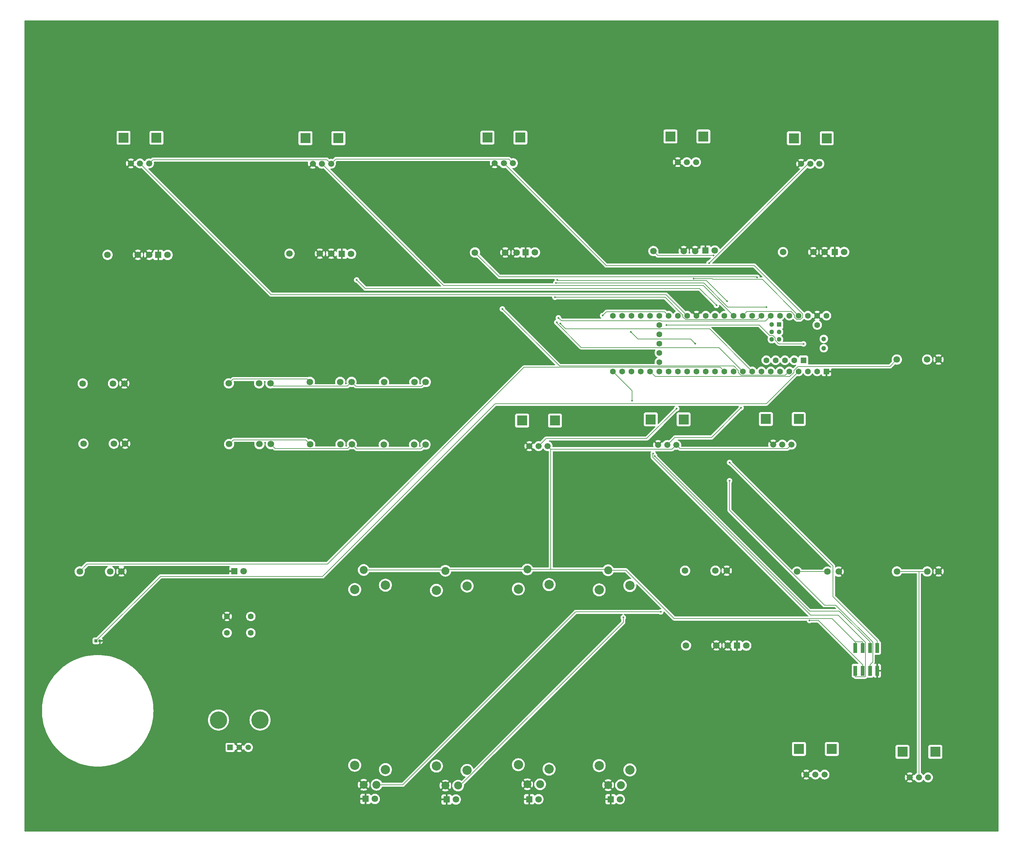
<source format=gbr>
%TF.GenerationSoftware,KiCad,Pcbnew,7.0.2-0*%
%TF.CreationDate,2023-11-13T20:51:24-05:00*%
%TF.ProjectId,Bridge System On Ramp,42726964-6765-4205-9379-7374656d204f,rev?*%
%TF.SameCoordinates,Original*%
%TF.FileFunction,Copper,L1,Top*%
%TF.FilePolarity,Positive*%
%FSLAX46Y46*%
G04 Gerber Fmt 4.6, Leading zero omitted, Abs format (unit mm)*
G04 Created by KiCad (PCBNEW 7.0.2-0) date 2023-11-13 20:51:24*
%MOMM*%
%LPD*%
G01*
G04 APERTURE LIST*
%TA.AperFunction,ComponentPad*%
%ADD10C,1.676400*%
%TD*%
%TA.AperFunction,ComponentPad*%
%ADD11R,2.800000X2.800000*%
%TD*%
%TA.AperFunction,ComponentPad*%
%ADD12R,1.800000X1.800000*%
%TD*%
%TA.AperFunction,ComponentPad*%
%ADD13C,1.800000*%
%TD*%
%TA.AperFunction,ComponentPad*%
%ADD14C,2.184400*%
%TD*%
%TA.AperFunction,ComponentPad*%
%ADD15C,2.540000*%
%TD*%
%TA.AperFunction,ComponentPad*%
%ADD16R,1.500000X1.500000*%
%TD*%
%TA.AperFunction,ComponentPad*%
%ADD17C,1.500000*%
%TD*%
%TA.AperFunction,ComponentPad*%
%ADD18C,4.740000*%
%TD*%
%TA.AperFunction,SMDPad,CuDef*%
%ADD19R,1.000000X2.750000*%
%TD*%
%TA.AperFunction,ComponentPad*%
%ADD20R,0.850000X0.850000*%
%TD*%
%TA.AperFunction,ComponentPad*%
%ADD21O,0.850000X0.850000*%
%TD*%
%TA.AperFunction,ComponentPad*%
%ADD22C,1.600000*%
%TD*%
%TA.AperFunction,ComponentPad*%
%ADD23R,1.600000X1.600000*%
%TD*%
%TA.AperFunction,ComponentPad*%
%ADD24R,1.300000X1.300000*%
%TD*%
%TA.AperFunction,ComponentPad*%
%ADD25C,1.300000*%
%TD*%
%TA.AperFunction,ViaPad*%
%ADD26C,0.500000*%
%TD*%
%TA.AperFunction,Conductor*%
%ADD27C,0.127000*%
%TD*%
G04 APERTURE END LIST*
D10*
%TO.P,LFOAmount1,1,A*%
%TO.N,GND*%
X182224100Y-56760600D03*
%TO.P,LFOAmount1,2,S*%
%TO.N,LFOAmount*%
X184724100Y-56760600D03*
%TO.P,LFOAmount1,3,E*%
%TO.N,+3.3V*%
X187224100Y-56760600D03*
D11*
%TO.P,LFOAmount1,M1*%
%TO.N,N/C*%
X189224100Y-49760600D03*
%TO.P,LFOAmount1,M2*%
X180224100Y-49760600D03*
%TD*%
D12*
%TO.P,LED_AttackIN1,1,K*%
%TO.N,GND*%
X163701300Y-3687000D03*
D13*
%TO.P,LED_AttackIN1,2,A*%
%TO.N,Net-(LED_AttackIN1-A)*%
X166241300Y-3687000D03*
%TD*%
D12*
%TO.P,LED_ShaperIN1,1,K*%
%TO.N,GND*%
X64249200Y-4575200D03*
D13*
%TO.P,LED_ShaperIN1,2,A*%
%TO.N,Net-(LED_ShaperIN1-A)*%
X66789200Y-4575200D03*
%TD*%
D12*
%TO.P,LED_SeqIN1,1,K*%
%TO.N,GND*%
X172318700Y-111733400D03*
D13*
%TO.P,LED_SeqIN1,2,A*%
%TO.N,Net-(LED_SeqIN1-A)*%
X174858700Y-111733400D03*
%TD*%
%TO.P,Mult_B_3,1*%
%TO.N,Net-(Mult_B_1-Pad1)*%
X87119700Y-56734500D03*
%TO.P,Mult_B_3,2*%
%TO.N,unconnected-(Mult_B_3-Pad2)*%
X84019700Y-56734500D03*
%TO.P,Mult_B_3,3*%
%TO.N,Net-(Mult_B_1-Pad3)*%
X75719700Y-56734500D03*
%TD*%
D10*
%TO.P,Shaper1,1,A*%
%TO.N,GND*%
X56292300Y20054400D03*
%TO.P,Shaper1,2,S*%
%TO.N,Shaper*%
X58792300Y20054400D03*
%TO.P,Shaper1,3,E*%
%TO.N,+3.3V*%
X61292300Y20054400D03*
D11*
%TO.P,Shaper1,M1*%
%TO.N,N/C*%
X63292300Y27054400D03*
%TO.P,Shaper1,M2*%
X54292300Y27054400D03*
%TD*%
D14*
%TO.P,TM4,A,A*%
%TO.N,GND*%
X114969300Y-149644600D03*
%TO.P,TM4,B,B*%
%TO.N,+3.3V*%
X114969300Y-90904600D03*
D15*
%TO.P,TM4,P$1*%
%TO.N,N/C*%
X112519300Y-144294600D03*
%TO.P,TM4,P$2*%
X112519300Y-96254600D03*
%TO.P,TM4,P$3*%
X120919300Y-145494600D03*
%TO.P,TM4,P$4*%
X120919300Y-95054600D03*
D14*
%TO.P,TM4,WIPER,WIPER*%
%TO.N,Seq3*%
X118469300Y-149644600D03*
%TD*%
D12*
%TO.P,Seq4LED1,1,K*%
%TO.N,GND*%
X137758400Y-153737900D03*
D13*
%TO.P,Seq4LED1,2,A*%
%TO.N,Net-(Seq4LED1-A)*%
X140298400Y-153737900D03*
%TD*%
%TO.P,Mult_A_1,1*%
%TO.N,Net-(Mult_A_1-Pad1)*%
X44716700Y-40017900D03*
%TO.P,Mult_A_1,2*%
%TO.N,unconnected-(Mult_A_1-Pad2)*%
X41616700Y-40017900D03*
%TO.P,Mult_A_1,3*%
%TO.N,Net-(Mult_A_1-Pad3)*%
X33316700Y-40017900D03*
%TD*%
D10*
%TO.P,Filter1,1,A*%
%TO.N,GND*%
X106065800Y20213400D03*
%TO.P,Filter1,2,S*%
%TO.N,Filter*%
X108565800Y20213400D03*
%TO.P,Filter1,3,E*%
%TO.N,+3.3V*%
X111065800Y20213400D03*
D11*
%TO.P,Filter1,M1*%
%TO.N,N/C*%
X113065800Y27213400D03*
%TO.P,Filter1,M2*%
X104065800Y27213400D03*
%TD*%
D13*
%TO.P,Attack IN1,1*%
%TO.N,GND*%
X160857500Y-3828200D03*
%TO.P,Attack IN1,2*%
X157757500Y-3828200D03*
%TO.P,Attack IN1,3*%
%TO.N,attackIN*%
X149457500Y-3828200D03*
%TD*%
D14*
%TO.P,TM5,A,A*%
%TO.N,GND*%
X137070000Y-149877100D03*
%TO.P,TM5,B,B*%
%TO.N,+3.3V*%
X137070000Y-91137100D03*
D15*
%TO.P,TM5,P$1*%
%TO.N,N/C*%
X134620000Y-144527100D03*
%TO.P,TM5,P$2*%
X134620000Y-96487100D03*
%TO.P,TM5,P$3*%
X143020000Y-145727100D03*
%TO.P,TM5,P$4*%
X143020000Y-95287100D03*
D14*
%TO.P,TM5,WIPER,WIPER*%
%TO.N,Seq4*%
X140570000Y-149877100D03*
%TD*%
D13*
%TO.P,Mult_A_2,1*%
%TO.N,Net-(Mult_A_1-Pad1)*%
X66896700Y-39610200D03*
%TO.P,Mult_A_2,2*%
%TO.N,unconnected-(Mult_A_2-Pad2)*%
X63796700Y-39610200D03*
%TO.P,Mult_A_2,3*%
%TO.N,Net-(Mult_A_1-Pad3)*%
X55496700Y-39610200D03*
%TD*%
D14*
%TO.P,TM3,A,A*%
%TO.N,GND*%
X92552500Y-150007700D03*
%TO.P,TM3,B,B*%
%TO.N,+3.3V*%
X92552500Y-91267700D03*
D15*
%TO.P,TM3,P$1*%
%TO.N,N/C*%
X90102500Y-144657700D03*
%TO.P,TM3,P$2*%
X90102500Y-96617700D03*
%TO.P,TM3,P$3*%
X98502500Y-145857700D03*
%TO.P,TM3,P$4*%
X98502500Y-95417700D03*
D14*
%TO.P,TM3,WIPER,WIPER*%
%TO.N,Seq2*%
X96052500Y-150007700D03*
%TD*%
D12*
%TO.P,Seq2LED1,1,K*%
%TO.N,GND*%
X92885000Y-153813900D03*
D13*
%TO.P,Seq2LED1,2,A*%
%TO.N,Net-(Seq2LED1-A)*%
X95425000Y-153813900D03*
%TD*%
%TO.P,Output2,1*%
%TO.N,GND*%
X227460000Y-91440000D03*
%TO.P,Output2,2*%
%TO.N,Net-(out2-S)*%
X224360000Y-91440000D03*
%TO.P,Output2,3*%
X216060000Y-91440000D03*
%TD*%
D10*
%TO.P,out1,1,A*%
%TO.N,GND*%
X191271200Y-146983300D03*
%TO.P,out1,2,S*%
%TO.N,Net-(out1-S)*%
X193771200Y-146983300D03*
%TO.P,out1,3,E*%
%TO.N,Headphones_L*%
X196271200Y-146983300D03*
D11*
%TO.P,out1,M1*%
%TO.N,N/C*%
X198271200Y-139983300D03*
%TO.P,out1,M2*%
X189271200Y-139983300D03*
%TD*%
D13*
%TO.P,Mult_A_3,1*%
%TO.N,Net-(Mult_A_1-Pad1)*%
X87189400Y-39632100D03*
%TO.P,Mult_A_3,2*%
%TO.N,unconnected-(Mult_A_3-Pad2)*%
X84089400Y-39632100D03*
%TO.P,Mult_A_3,3*%
%TO.N,Net-(Mult_A_1-Pad3)*%
X75789400Y-39632100D03*
%TD*%
%TO.P,seqIN1,1*%
%TO.N,GND*%
X169775300Y-111677200D03*
%TO.P,seqIN1,2*%
X166675300Y-111677200D03*
%TO.P,seqIN1,3*%
%TO.N,seqIN*%
X158375300Y-111677200D03*
%TD*%
%TO.P,LFO Out1,1*%
%TO.N,GND*%
X227443200Y-33498800D03*
%TO.P,LFO Out1,2*%
%TO.N,unconnected-(LFO Out1-Pad2)*%
X224343200Y-33498800D03*
%TO.P,LFO Out1,3*%
%TO.N,LFOOUT*%
X216043200Y-33498800D03*
%TD*%
D12*
%TO.P,LED_DecayIN1,1,K*%
%TO.N,GND*%
X199114300Y-4066700D03*
D13*
%TO.P,LED_DecayIN1,2,A*%
%TO.N,Net-(LED_DecayIN1-A)*%
X201654300Y-4066700D03*
%TD*%
D10*
%TO.P,EnvDecay1,1,A*%
%TO.N,GND*%
X189883400Y20021800D03*
%TO.P,EnvDecay1,2,S*%
%TO.N,EnvDecay*%
X192383400Y20021800D03*
%TO.P,EnvDecay1,3,E*%
%TO.N,+3.3V*%
X194883400Y20021800D03*
D11*
%TO.P,EnvDecay1,M1*%
%TO.N,N/C*%
X196883400Y27021800D03*
%TO.P,EnvDecay1,M2*%
X187883400Y27021800D03*
%TD*%
D12*
%TO.P,Seq1LED1,1,K*%
%TO.N,GND*%
X70717000Y-153647800D03*
D13*
%TO.P,Seq1LED1,2,A*%
%TO.N,Net-(Seq1LED1-A)*%
X73257000Y-153647800D03*
%TD*%
%TO.P,Output1,1*%
%TO.N,GND*%
X200143400Y-91504000D03*
%TO.P,Output1,2*%
%TO.N,Net-(out1-S)*%
X197043400Y-91504000D03*
%TO.P,Output1,3*%
X188743400Y-91504000D03*
%TD*%
D12*
%TO.P,Seq3LED1,1,K*%
%TO.N,GND*%
X115495500Y-153737900D03*
D13*
%TO.P,Seq3LED1,2,A*%
%TO.N,Net-(Seq3LED1-A)*%
X118035500Y-153737900D03*
%TD*%
%TO.P,Trig OUT1,1*%
%TO.N,GND*%
X3940000Y-91440000D03*
%TO.P,Trig OUT1,2*%
%TO.N,unconnected-(Trig OUT1-Pad2)*%
X840000Y-91440000D03*
%TO.P,Trig OUT1,3*%
%TO.N,trigOUT*%
X-7460000Y-91440000D03*
%TD*%
%TO.P,LineIn_L1,1*%
%TO.N,GND*%
X4751800Y-40043400D03*
%TO.P,LineIn_L1,2*%
%TO.N,unconnected-(LineIn_L1-Pad2)*%
X1651800Y-40043400D03*
%TO.P,LineIn_L1,3*%
%TO.N,Linein_L*%
X-6648200Y-40043400D03*
%TD*%
D10*
%TO.P,EnvAttack1,1,A*%
%TO.N,GND*%
X156123600Y20498900D03*
%TO.P,EnvAttack1,2,S*%
%TO.N,EnvAttack*%
X158623600Y20498900D03*
%TO.P,EnvAttack1,3,E*%
%TO.N,+3.3V*%
X161123600Y20498900D03*
D11*
%TO.P,EnvAttack1,M1*%
%TO.N,N/C*%
X163123600Y27498900D03*
%TO.P,EnvAttack1,M2*%
X154123600Y27498900D03*
%TD*%
D16*
%TO.P,U2,A1,A_CHANNEL*%
%TO.N,rotaryA*%
X33680000Y-139580000D03*
D17*
%TO.P,U2,B1,B_CHANNEL*%
%TO.N,rotaryB*%
X38680000Y-139580000D03*
%TO.P,U2,C1,C_COMMON*%
%TO.N,GND*%
X36180000Y-139580000D03*
D18*
%TO.P,U2,MH1,MH1*%
%TO.N,unconnected-(U2-PadMH1)*%
X30480000Y-132080000D03*
%TO.P,U2,MH2,MH2*%
%TO.N,unconnected-(U2-PadMH2)*%
X41880000Y-132080000D03*
%TD*%
D10*
%TO.P,out2,1,A*%
%TO.N,GND*%
X219583200Y-147766600D03*
%TO.P,out2,2,S*%
%TO.N,Net-(out2-S)*%
X222083200Y-147766600D03*
%TO.P,out2,3,E*%
%TO.N,Headphones_R*%
X224583200Y-147766600D03*
D11*
%TO.P,out2,M1*%
%TO.N,N/C*%
X226583200Y-140766600D03*
%TO.P,out2,M2*%
X217583200Y-140766600D03*
%TD*%
D13*
%TO.P,LineIn_R1,1*%
%TO.N,GND*%
X4962300Y-56496300D03*
%TO.P,LineIn_R1,2*%
%TO.N,unconnected-(LineIn_R1-Pad2)*%
X1862300Y-56496300D03*
%TO.P,LineIn_R1,3*%
%TO.N,Linein_R*%
X-6437700Y-56496300D03*
%TD*%
D10*
%TO.P,OscWaveform1,1,A*%
%TO.N,GND*%
X6518800Y20150600D03*
%TO.P,OscWaveform1,2,S*%
%TO.N,OscWaveform*%
X9018800Y20150600D03*
%TO.P,OscWaveform1,3,E*%
%TO.N,+3.3V*%
X11518800Y20150600D03*
D11*
%TO.P,OscWaveform1,M1*%
%TO.N,N/C*%
X13518800Y27150600D03*
%TO.P,OscWaveform1,M2*%
X4518800Y27150600D03*
%TD*%
D19*
%TO.P,J1,1,Pin_1*%
%TO.N,+3.3V*%
X204699700Y-112352900D03*
%TO.P,J1,2,Pin_2*%
%TO.N,CS1*%
X204699700Y-118602900D03*
%TO.P,J1,3,Pin_3*%
%TO.N,+3.3V*%
X206699700Y-112352900D03*
%TO.P,J1,4,Pin_4*%
%TO.N,MISO*%
X206699700Y-118602900D03*
%TO.P,J1,5,Pin_5*%
%TO.N,reset*%
X208699700Y-112352900D03*
%TO.P,J1,6,Pin_6*%
%TO.N,RS*%
X208699700Y-118602900D03*
%TO.P,J1,7,Pin_7*%
%TO.N,MOSI*%
X210699700Y-112352900D03*
%TO.P,J1,8,Pin_8*%
%TO.N,GND*%
X210699700Y-118602900D03*
%TD*%
D13*
%TO.P,Mult_B_2,1*%
%TO.N,Net-(Mult_B_1-Pad1)*%
X66978300Y-56652900D03*
%TO.P,Mult_B_2,2*%
%TO.N,unconnected-(Mult_B_2-Pad2)*%
X63878300Y-56652900D03*
%TO.P,Mult_B_2,3*%
%TO.N,Net-(Mult_B_1-Pad3)*%
X55578300Y-56652900D03*
%TD*%
%TO.P,Seq OUT1,1*%
%TO.N,GND*%
X169518400Y-91242700D03*
%TO.P,Seq OUT1,2*%
%TO.N,unconnected-(Seq OUT1-Pad2)*%
X166418400Y-91242700D03*
%TO.P,Seq OUT1,3*%
%TO.N,seqOUT*%
X158118400Y-91242700D03*
%TD*%
%TO.P,Waveform IN1,1*%
%TO.N,GND*%
X11552900Y-4851400D03*
%TO.P,Waveform IN1,2*%
X8452900Y-4851400D03*
%TO.P,Waveform IN1,3*%
%TO.N,waveformIN*%
X152900Y-4851400D03*
%TD*%
%TO.P,Shaper IN1,1*%
%TO.N,GND*%
X61326400Y-4543000D03*
%TO.P,Shaper IN1,2*%
X58226400Y-4543000D03*
%TO.P,Shaper IN1,3*%
%TO.N,shaperIN*%
X49926400Y-4543000D03*
%TD*%
D12*
%TO.P,LED_FilterIN1,1,K*%
%TO.N,GND*%
X114515200Y-4199900D03*
D13*
%TO.P,LED_FilterIN1,2,A*%
%TO.N,Net-(LED_FilterIN1-A)*%
X117055200Y-4199900D03*
%TD*%
%TO.P,Mult_B_1,1*%
%TO.N,Net-(Mult_B_1-Pad1)*%
X44798200Y-56616300D03*
%TO.P,Mult_B_1,2*%
%TO.N,unconnected-(Mult_B_1-Pad2)*%
X41698200Y-56616300D03*
%TO.P,Mult_B_1,3*%
%TO.N,Net-(Mult_B_1-Pad3)*%
X33398200Y-56616300D03*
%TD*%
D12*
%TO.P,LED_WaveformIN1,1,K*%
%TO.N,GND*%
X14042000Y-4891400D03*
D13*
%TO.P,LED_WaveformIN1,2,A*%
%TO.N,Net-(LED_WaveformIN1-A)*%
X16582000Y-4891400D03*
%TD*%
D14*
%TO.P,TM2,A,A*%
%TO.N,GND*%
X70221500Y-149784400D03*
%TO.P,TM2,B,B*%
%TO.N,+3.3V*%
X70221500Y-91044400D03*
D15*
%TO.P,TM2,P$1*%
%TO.N,N/C*%
X67771500Y-144434400D03*
%TO.P,TM2,P$2*%
X67771500Y-96394400D03*
%TO.P,TM2,P$3*%
X76171500Y-145634400D03*
%TO.P,TM2,P$4*%
X76171500Y-95194400D03*
D14*
%TO.P,TM2,WIPER,WIPER*%
%TO.N,Seq1*%
X73721500Y-149784400D03*
%TD*%
D13*
%TO.P,Filter IN1,1*%
%TO.N,GND*%
X112054000Y-4215300D03*
%TO.P,Filter IN1,2*%
X108954000Y-4215300D03*
%TO.P,Filter IN1,3*%
%TO.N,filterIN*%
X100654000Y-4215300D03*
%TD*%
%TO.P,Decay IN1,1*%
%TO.N,GND*%
X196315000Y-4110700D03*
%TO.P,Decay IN1,2*%
X193215000Y-4110700D03*
%TO.P,Decay IN1,3*%
%TO.N,decayIN*%
X184915000Y-4110700D03*
%TD*%
D12*
%TO.P,ClockLED1,1,K*%
%TO.N,GND*%
X34846000Y-91403300D03*
D13*
%TO.P,ClockLED1,2,A*%
%TO.N,Net-(ClockLED1-A)*%
X37386000Y-91403300D03*
%TD*%
D20*
%TO.P,Trigger1,1,1*%
%TO.N,Trigger*%
X-2993300Y-110429500D03*
D21*
%TO.P,Trigger1,2,2*%
%TO.N,GND*%
X-1993300Y-110429500D03*
%TD*%
D10*
%TO.P,LFOWave1,1,A*%
%TO.N,GND*%
X115546900Y-57182000D03*
%TO.P,LFOWave1,2,S*%
%TO.N,LFOWave*%
X118046900Y-57182000D03*
%TO.P,LFOWave1,3,E*%
%TO.N,+3.3V*%
X120546900Y-57182000D03*
D11*
%TO.P,LFOWave1,M1*%
%TO.N,N/C*%
X122546900Y-50182000D03*
%TO.P,LFOWave1,M2*%
X113546900Y-50182000D03*
%TD*%
D22*
%TO.P,ClockPlay1,1,1*%
%TO.N,unconnected-(ClockPlay1-Pad1)*%
X39338700Y-108241700D03*
%TO.P,ClockPlay1,2,2*%
%TO.N,clockPLAY*%
X32838700Y-108241700D03*
%TO.P,ClockPlay1,3,3*%
%TO.N,unconnected-(ClockPlay1-Pad3)*%
X39338700Y-103741700D03*
%TO.P,ClockPlay1,4,4*%
%TO.N,GND*%
X32838700Y-103741700D03*
%TD*%
D10*
%TO.P,LFORate1,1,A*%
%TO.N,GND*%
X150737900Y-56863900D03*
%TO.P,LFORate1,2,S*%
%TO.N,LFORate*%
X153237900Y-56863900D03*
%TO.P,LFORate1,3,E*%
%TO.N,+3.3V*%
X155737900Y-56863900D03*
D11*
%TO.P,LFORate1,M1*%
%TO.N,N/C*%
X157737900Y-49863900D03*
%TO.P,LFORate1,M2*%
X148737900Y-49863900D03*
%TD*%
D23*
%TO.P,U1,1,GND*%
%TO.N,GND*%
X196799200Y-36741600D03*
D22*
%TO.P,U1,2,0_RX1_CRX2_CS1*%
%TO.N,decayIN*%
X194259200Y-36741600D03*
%TO.P,U1,3,1_TX1_CTX2_MISO1*%
%TO.N,MISO*%
X191719200Y-36741600D03*
%TO.P,U1,4,2_OUT2*%
%TO.N,Trigger*%
X189179200Y-36741600D03*
%TO.P,U1,5,3_LRCLK2*%
%TO.N,shaperIN*%
X186639200Y-36741600D03*
%TO.P,U1,6,4_BCLK2*%
%TO.N,filterIN*%
X184099200Y-36741600D03*
%TO.P,U1,7,5_IN2*%
%TO.N,attackIN*%
X181559200Y-36741600D03*
%TO.P,U1,8,6_OUT1D*%
%TO.N,waveformIN*%
X179019200Y-36741600D03*
%TO.P,U1,9,7_RX2_OUT1A*%
%TO.N,DIN*%
X176479200Y-36741600D03*
%TO.P,U1,10,8_TX2_IN1*%
%TO.N,DOUT*%
X173939200Y-36741600D03*
%TO.P,U1,11,9_OUT1C*%
%TO.N,seqIN*%
X171399200Y-36741600D03*
%TO.P,U1,12,10_CS_MQSR*%
%TO.N,trigOUT*%
X168859200Y-36741600D03*
%TO.P,U1,13,11_MOSI_CTX1*%
%TO.N,MOSI*%
X166319200Y-36741600D03*
%TO.P,U1,14,12_MISO_MQSL*%
%TO.N,seqOUT*%
X163779200Y-36741600D03*
%TO.P,U1,15,3V3*%
%TO.N,+3.3V*%
X161239200Y-36741600D03*
%TO.P,U1,16,24_A10_TX6_SCL2*%
%TO.N,Seq1*%
X158699200Y-36741600D03*
%TO.P,U1,17,25_A11_RX6_SDA2*%
%TO.N,Seq2*%
X156159200Y-36741600D03*
%TO.P,U1,18,26_A12_MOSI1*%
%TO.N,Seq3*%
X153619200Y-36741600D03*
%TO.P,U1,19,27_A13_SCK1*%
%TO.N,Seq4*%
X151079200Y-36741600D03*
%TO.P,U1,20,28_RX7*%
%TO.N,LFOOUT*%
X148539200Y-36741600D03*
%TO.P,U1,21,29_TX7*%
%TO.N,seq1LED*%
X145999200Y-36741600D03*
%TO.P,U1,22,30_CRX3*%
%TO.N,seq2LED*%
X143459200Y-36741600D03*
%TO.P,U1,23,31_CTX3*%
%TO.N,seq3LED*%
X140919200Y-36741600D03*
%TO.P,U1,24,32_OUT1B*%
%TO.N,reset*%
X138379200Y-36741600D03*
%TO.P,U1,25,33_MCLK2*%
%TO.N,unconnected-(U1-33_MCLK2-Pad25)*%
X138379200Y-21501600D03*
%TO.P,U1,26,34_RX8*%
%TO.N,clockPLAY*%
X140919200Y-21501600D03*
%TO.P,U1,27,35_TX8*%
%TO.N,rotaryA*%
X143459200Y-21501600D03*
%TO.P,U1,28,36_CS*%
%TO.N,RS*%
X145999200Y-21501600D03*
%TO.P,U1,29,37_CS*%
%TO.N,CS1*%
X148539200Y-21501600D03*
%TO.P,U1,30,38_CS1_IN1*%
%TO.N,rotaryB*%
X151079200Y-21501600D03*
%TO.P,U1,31,39_MISO1_OUT1A*%
%TO.N,clockLED*%
X153619200Y-21501600D03*
%TO.P,U1,32,40_A16*%
%TO.N,EnvDecay*%
X156159200Y-21501600D03*
%TO.P,U1,33,41_A17*%
%TO.N,OscWaveform*%
X158699200Y-21501600D03*
%TO.P,U1,34,GND*%
%TO.N,GND*%
X161239200Y-21501600D03*
%TO.P,U1,35,13_SCK_LED*%
%TO.N,seq4LED*%
X163779200Y-21501600D03*
%TO.P,U1,36,14_A0_TX3_SPDIF_OUT*%
%TO.N,LFOWave*%
X166319200Y-21501600D03*
%TO.P,U1,37,15_A1_RX3_SPDIF_IN*%
%TO.N,EnvAttack*%
X168859200Y-21501600D03*
%TO.P,U1,38,16_A2_RX4_SCL1*%
%TO.N,Shaper*%
X171399200Y-21501600D03*
%TO.P,U1,39,17_A3_TX4_SDA1*%
%TO.N,Filter*%
X173939200Y-21501600D03*
%TO.P,U1,40,18_A4_SDA*%
%TO.N,SDA*%
X176479200Y-21501600D03*
%TO.P,U1,41,19_A5_SCL*%
%TO.N,SCL*%
X179019200Y-21501600D03*
%TO.P,U1,42,20_A6_TX5_LRCLK1*%
%TO.N,LRCLCK*%
X181559200Y-21501600D03*
%TO.P,U1,43,21_A7_RX5_BCLK1*%
%TO.N,BLCK*%
X184099200Y-21501600D03*
%TO.P,U1,44,22_A8_CTX1*%
%TO.N,LFORate*%
X186639200Y-21501600D03*
%TO.P,U1,45,23_A9_CRX1_MCLK1*%
%TO.N,MCLK*%
X189179200Y-21501600D03*
%TO.P,U1,46,3V3*%
%TO.N,+3.3V*%
X191719200Y-21501600D03*
%TO.P,U1,47,GND*%
%TO.N,GND*%
X194259200Y-21501600D03*
%TO.P,U1,48,VIN*%
%TO.N,unconnected-(U1-VIN-Pad48)*%
X196799200Y-21501600D03*
%TO.P,U1,49,VUSB*%
%TO.N,unconnected-(U1-VUSB-Pad49)*%
X194259200Y-24041600D03*
%TO.P,U1,50,VBAT*%
%TO.N,unconnected-(U1-VBAT-Pad50)*%
X151079200Y-34201600D03*
%TO.P,U1,51,3V3*%
%TO.N,unconnected-(U1-3V3-Pad51)*%
X151079200Y-31661600D03*
%TO.P,U1,52,GND*%
%TO.N,unconnected-(U1-GND-Pad52)*%
X151079200Y-29121600D03*
%TO.P,U1,53,PROGRAM*%
%TO.N,unconnected-(U1-PROGRAM-Pad53)*%
X151079200Y-26581600D03*
%TO.P,U1,54,ON_OFF*%
%TO.N,unconnected-(U1-ON_OFF-Pad54)*%
X151079200Y-24041600D03*
D23*
%TO.P,U1,55,5V*%
%TO.N,unconnected-(U1-5V-Pad55)*%
X190500000Y-33690800D03*
D22*
%TO.P,U1,56,D-*%
%TO.N,unconnected-(U1-D--Pad56)*%
X187960000Y-33690800D03*
%TO.P,U1,57,D+*%
%TO.N,unconnected-(U1-D+-Pad57)*%
X185420000Y-33690800D03*
%TO.P,U1,58,GND*%
%TO.N,unconnected-(U1-GND-Pad58)*%
X182880000Y-33690800D03*
%TO.P,U1,59,GND*%
%TO.N,unconnected-(U1-GND-Pad59)*%
X180340000Y-33690800D03*
D24*
%TO.P,U1,60,R+*%
%TO.N,unconnected-(U1-R+-Pad60)*%
X183829200Y-23940000D03*
D25*
%TO.P,U1,61,LED*%
%TO.N,unconnected-(U1-LED-Pad61)*%
X183829200Y-25940000D03*
%TO.P,U1,62,T-*%
%TO.N,unconnected-(U1-T--Pad62)*%
X183829200Y-27940000D03*
%TO.P,U1,63,T+*%
%TO.N,unconnected-(U1-T+-Pad63)*%
X181829200Y-27940000D03*
%TO.P,U1,64,GND*%
%TO.N,unconnected-(U1-GND-Pad64)*%
X181829200Y-25940000D03*
%TO.P,U1,65,R-*%
%TO.N,unconnected-(U1-R--Pad65)*%
X181829200Y-23940000D03*
%TO.P,U1,66,D-*%
%TO.N,unconnected-(U1-D--Pad66)*%
X196069200Y-27851600D03*
%TO.P,U1,67,D+*%
%TO.N,unconnected-(U1-D+-Pad67)*%
X196069200Y-30391600D03*
%TD*%
D26*
%TO.N,MISO*%
X192171100Y-104834100D03*
%TO.N,attackIN*%
X165898300Y-5043600D03*
%TO.N,Seq1*%
X151482500Y-102511800D03*
%TO.N,Seq2*%
X141214100Y-104036900D03*
%TO.N,MOSI*%
X170267900Y-61628700D03*
%TO.N,RS*%
X160937200Y-29139800D03*
X170267900Y-66617900D03*
X143306100Y-25892100D03*
%TO.N,reset*%
X149776600Y-59869300D03*
X143634100Y-44711200D03*
%TO.N,CS1*%
X149404400Y-59228900D03*
%TO.N,filterIN*%
X177798700Y-11025800D03*
%TO.N,shaperIN*%
X108160800Y-19668100D03*
%TO.N,waveformIN*%
X166697800Y-18692200D03*
X68298400Y-11736700D03*
%TO.N,clockLED*%
X135566200Y-21484800D03*
%TO.N,EnvDecay*%
X164667400Y-7122500D03*
%TO.N,LFORate*%
X173457800Y-46699300D03*
%TO.N,LFOWave*%
X155809000Y-46932800D03*
%TO.N,MCLK*%
X160480200Y-11381200D03*
%TO.N,GND*%
X167640000Y-48260000D03*
X170180000Y-53340000D03*
%TO.N,BLCK*%
X122788200Y-12563900D03*
X180411400Y-19142600D03*
%TO.N,DIN*%
X123961700Y-23675600D03*
%TO.N,DOUT*%
X123020200Y-23332100D03*
%TO.N,LRCLCK*%
X123482400Y-22080100D03*
%TO.N,SCL*%
X122548300Y-16476800D03*
%TO.N,SDA*%
X169620400Y-17552900D03*
X123178200Y-11736700D03*
%TO.N,Headphones_R*%
X153065500Y-24047300D03*
X190516000Y-29198900D03*
%TD*%
D27*
%TO.N,MISO*%
X192171100Y-104834100D02*
X194569500Y-104834100D01*
X206699700Y-118602900D02*
X206699700Y-116964300D01*
X194569500Y-104834100D02*
X206699700Y-116964300D01*
%TO.N,attackIN*%
X150672900Y-5043600D02*
X149457500Y-3828200D01*
X165898300Y-5043600D02*
X150672900Y-5043600D01*
%TO.N,Seq1*%
X80922000Y-149784400D02*
X73721500Y-149784400D01*
X151482500Y-102511800D02*
X128194600Y-102511800D01*
X128194600Y-102511800D02*
X80922000Y-149784400D01*
%TO.N,Seq2*%
X141214100Y-104036900D02*
X141214100Y-105342000D01*
X141214100Y-105342000D02*
X96548400Y-150007700D01*
X96548400Y-150007700D02*
X96052500Y-150007700D01*
%TO.N,MOSI*%
X170267900Y-61628700D02*
X198593500Y-89954300D01*
X198593500Y-89954300D02*
X198593500Y-98329200D01*
X198593500Y-98329200D02*
X210699700Y-110435400D01*
X210699700Y-110435400D02*
X210699700Y-112352900D01*
%TO.N,RS*%
X196246000Y-100676500D02*
X199363500Y-100676500D01*
X209463300Y-116200700D02*
X208699700Y-116964300D01*
X208699700Y-118602900D02*
X208699700Y-116964300D01*
X170267900Y-74698400D02*
X196246000Y-100676500D01*
X199363500Y-100676500D02*
X209463300Y-110776300D01*
X159649000Y-27851600D02*
X160937200Y-29139800D01*
X145265600Y-27851600D02*
X159649000Y-27851600D01*
X170267900Y-66617900D02*
X170267900Y-74698400D01*
X209463300Y-110776300D02*
X209463300Y-116200700D01*
X143306100Y-25892100D02*
X145265600Y-27851600D01*
%TO.N,reset*%
X138379200Y-36741600D02*
X143634100Y-41996500D01*
X200260700Y-102275300D02*
X208699700Y-110714300D01*
X149776600Y-59869300D02*
X192182600Y-102275300D01*
X192182600Y-102275300D02*
X200260700Y-102275300D01*
X143634100Y-41996500D02*
X143634100Y-44711200D01*
X208699700Y-112352900D02*
X208699700Y-110714300D01*
%TO.N,CS1*%
X207463400Y-120160600D02*
X207382500Y-120241500D01*
X149404400Y-59228900D02*
X149263000Y-59370300D01*
X207463400Y-110863600D02*
X207463400Y-120160600D01*
X149263000Y-60180000D02*
X192471000Y-103388000D01*
X192471000Y-103388000D02*
X199987800Y-103388000D01*
X149263000Y-59370300D02*
X149263000Y-60180000D01*
X199987800Y-103388000D02*
X207463400Y-110863600D01*
X207382500Y-120241500D02*
X204699700Y-120241500D01*
X204699700Y-118602900D02*
X204699700Y-120241500D01*
%TO.N,+3.3V*%
X60176500Y21170200D02*
X61292300Y20054400D01*
X204699700Y-112352900D02*
X204699700Y-110714300D01*
X121377800Y-58012900D02*
X120546900Y-57182000D01*
X206699700Y-110714300D02*
X204699700Y-110714300D01*
X155130500Y-104320500D02*
X141947100Y-91137100D01*
X92915600Y-90904600D02*
X92552500Y-91267700D01*
X114969300Y-90904600D02*
X92915600Y-90904600D01*
X12538400Y21170200D02*
X60176500Y21170200D01*
X92552500Y-91267700D02*
X92329200Y-91044400D01*
X62583000Y21345100D02*
X61292300Y20054400D01*
X141947100Y-91137100D02*
X137070000Y-91137100D01*
X111065800Y20213400D02*
X109934100Y21345100D01*
X136837500Y-90904600D02*
X121377800Y-90904600D01*
X187224100Y-56760600D02*
X186096500Y-57888200D01*
X121377800Y-90904600D02*
X121377800Y-58012900D01*
X137070000Y-91137100D02*
X136837500Y-90904600D01*
X204699700Y-110714300D02*
X198305900Y-104320500D01*
X121377800Y-90904600D02*
X114969300Y-90904600D01*
X186096500Y-57888200D02*
X156762200Y-57888200D01*
X154588900Y-58012900D02*
X121377800Y-58012900D01*
X206699700Y-112352900D02*
X206699700Y-110714300D01*
X198305900Y-104320500D02*
X155130500Y-104320500D01*
X156762200Y-57888200D02*
X155737900Y-56863900D01*
X155737900Y-56863900D02*
X154588900Y-58012900D01*
X92329200Y-91044400D02*
X70221500Y-91044400D01*
X11518800Y20150600D02*
X12538400Y21170200D01*
X109934100Y21345100D02*
X62583000Y21345100D01*
%TO.N,filterIN*%
X177798700Y-11025800D02*
X177640500Y-10867600D01*
X107306300Y-10867600D02*
X100654000Y-4215300D01*
X177640500Y-10867600D02*
X107306300Y-10867600D01*
%TO.N,LFOOUT*%
X186761600Y-38136500D02*
X187909300Y-36988800D01*
X149934100Y-38136500D02*
X186761600Y-38136500D01*
X214147300Y-35394700D02*
X216043200Y-33498800D01*
X187909300Y-36493100D02*
X189007700Y-35394700D01*
X189007700Y-35394700D02*
X214147300Y-35394700D01*
X148539200Y-36741600D02*
X149934100Y-38136500D01*
X187909300Y-36988800D02*
X187909300Y-36493100D01*
%TO.N,shaperIN*%
X123777200Y-35284500D02*
X108160800Y-19668100D01*
X171455100Y-35284500D02*
X123777200Y-35284500D01*
X172669200Y-37031600D02*
X172669200Y-36498600D01*
X186639200Y-36741600D02*
X185572800Y-37808000D01*
X172669200Y-36498600D02*
X171455100Y-35284500D01*
X173445600Y-37808000D02*
X172669200Y-37031600D01*
X185572800Y-37808000D02*
X173445600Y-37808000D01*
%TO.N,trigOUT*%
X-5433000Y-89413000D02*
X-7460000Y-91440000D01*
X114118700Y-35611700D02*
X60317400Y-89413000D01*
X168859200Y-36741600D02*
X167729300Y-35611700D01*
X167729300Y-35611700D02*
X114118700Y-35611700D01*
X60317400Y-89413000D02*
X-5433000Y-89413000D01*
%TO.N,waveformIN*%
X166697800Y-18692200D02*
X162087700Y-14082100D01*
X70643800Y-14082100D02*
X68298400Y-11736700D01*
X162087700Y-14082100D02*
X70643800Y-14082100D01*
%TO.N,clockLED*%
X152555500Y-20437900D02*
X136613100Y-20437900D01*
X153619200Y-21501600D02*
X152555500Y-20437900D01*
X136613100Y-20437900D02*
X135566200Y-21484800D01*
%TO.N,EnvDecay*%
X164667400Y-7122500D02*
X191811700Y20021800D01*
X191811700Y20021800D02*
X192383400Y20021800D01*
%TO.N,Filter*%
X173939200Y-21501600D02*
X175065300Y-20375500D01*
X190242800Y-20984900D02*
X177056900Y-7799000D01*
X188115600Y-21382500D02*
X188115600Y-21942100D01*
X188115600Y-21942100D02*
X188738700Y-22565200D01*
X177056900Y-7799000D02*
X136578200Y-7799000D01*
X189619800Y-22565200D02*
X190242800Y-21942200D01*
X136578200Y-7799000D02*
X108565800Y20213400D01*
X175065300Y-20375500D02*
X187108600Y-20375500D01*
X187108600Y-20375500D02*
X188115600Y-21382500D01*
X188738700Y-22565200D02*
X189619800Y-22565200D01*
X190242800Y-21942200D02*
X190242800Y-20984900D01*
%TO.N,LFORate*%
X173457800Y-46699300D02*
X165345600Y-54811500D01*
X155290300Y-54811500D02*
X153237900Y-56863900D01*
X165345600Y-54811500D02*
X155290300Y-54811500D01*
%TO.N,LFOWave*%
X155809000Y-46932800D02*
X147645200Y-55096600D01*
X120132300Y-55096600D02*
X118046900Y-57182000D01*
X147645200Y-55096600D02*
X120132300Y-55096600D01*
%TO.N,OscWaveform*%
X44919800Y-15750400D02*
X9018800Y20150600D01*
X158699200Y-21501600D02*
X152948000Y-15750400D01*
X152948000Y-15750400D02*
X44919800Y-15750400D01*
%TO.N,Shaper*%
X171399200Y-21501600D02*
X163106200Y-13208600D01*
X163106200Y-13208600D02*
X92055300Y-13208600D01*
X92055300Y-13208600D02*
X58792300Y20054400D01*
%TO.N,MCLK*%
X179250800Y-11573200D02*
X165716200Y-11573200D01*
X165716200Y-11573200D02*
X165524200Y-11381200D01*
X165524200Y-11381200D02*
X160480200Y-11381200D01*
X189179200Y-21501600D02*
X179250800Y-11573200D01*
%TO.N,BLCK*%
X169829600Y-19142600D02*
X180411400Y-19142600D01*
X163250900Y-12563900D02*
X169829600Y-19142600D01*
X122788200Y-12563900D02*
X163250900Y-12563900D01*
%TO.N,DIN*%
X164849000Y-25111400D02*
X176479200Y-36741600D01*
X123961700Y-23675600D02*
X125397500Y-25111400D01*
X125397500Y-25111400D02*
X164849000Y-25111400D01*
%TO.N,DOUT*%
X129768400Y-30208800D02*
X167406400Y-30208800D01*
X167406400Y-30208800D02*
X173939200Y-36741600D01*
X123020200Y-23332100D02*
X123020200Y-23460600D01*
X123020200Y-23460600D02*
X129768400Y-30208800D01*
%TO.N,LRCLCK*%
X124294800Y-22892500D02*
X151502100Y-22892500D01*
X151592800Y-22983200D02*
X180077600Y-22983200D01*
X151502100Y-22892500D02*
X151592800Y-22983200D01*
X123482400Y-22080100D02*
X124294800Y-22892500D01*
X180077600Y-22983200D02*
X181559200Y-21501600D01*
%TO.N,SCL*%
X157549900Y-21356400D02*
X152670300Y-16476800D01*
X157549900Y-21876500D02*
X157549900Y-21356400D01*
X158258800Y-22585400D02*
X157549900Y-21876500D01*
X152670300Y-16476800D02*
X122548300Y-16476800D01*
X177935400Y-22585400D02*
X158258800Y-22585400D01*
X179019200Y-21501600D02*
X177935400Y-22585400D01*
%TO.N,SDA*%
X163962300Y-11894800D02*
X169620400Y-17552900D01*
X123336300Y-11894800D02*
X163962300Y-11894800D01*
X123178200Y-11736700D02*
X123336300Y-11894800D01*
%TO.N,Net-(out1-S)*%
X188743400Y-91504000D02*
X197043400Y-91504000D01*
%TO.N,Net-(out2-S)*%
X216060000Y-91440000D02*
X222083200Y-91440000D01*
X222083200Y-91440000D02*
X222083200Y-147766600D01*
X222083200Y-91440000D02*
X224360000Y-91440000D01*
%TO.N,Net-(Mult_A_1-Pad1)*%
X45476800Y-40778000D02*
X44716700Y-40017900D01*
X65728900Y-40778000D02*
X45476800Y-40778000D01*
X87189400Y-39632100D02*
X86023800Y-40797700D01*
X66896700Y-39610200D02*
X65728900Y-40778000D01*
X86023800Y-40797700D02*
X68084200Y-40797700D01*
X68084200Y-40797700D02*
X66896700Y-39610200D01*
%TO.N,Net-(Mult_A_1-Pad3)*%
X34501100Y-38833500D02*
X33316700Y-40017900D01*
X54720000Y-38833500D02*
X34501100Y-38833500D01*
X55496700Y-39610200D02*
X54720000Y-38833500D01*
%TO.N,Net-(Mult_B_1-Pad1)*%
X65813800Y-57817400D02*
X66978300Y-56652900D01*
X45999300Y-57817400D02*
X65813800Y-57817400D01*
X66978300Y-56652900D02*
X68259500Y-57934100D01*
X68259500Y-57934100D02*
X85920100Y-57934100D01*
X44798200Y-56616300D02*
X45999300Y-57817400D01*
X85920100Y-57934100D02*
X87119700Y-56734500D01*
%TO.N,Net-(Mult_B_1-Pad3)*%
X54376600Y-55451200D02*
X55578300Y-56652900D01*
X34563300Y-55451200D02*
X54376600Y-55451200D01*
X33398200Y-56616300D02*
X34563300Y-55451200D01*
%TO.N,Headphones_R*%
X153065500Y-24047300D02*
X178436500Y-24047300D01*
X182742900Y-28147200D02*
X183794600Y-29198900D01*
X178436500Y-24047300D02*
X181329200Y-26940000D01*
X183794600Y-29198900D02*
X190516000Y-29198900D01*
X181329200Y-26940000D02*
X182124500Y-26940000D01*
X182742900Y-27558400D02*
X182742900Y-28147200D01*
X182124500Y-26940000D02*
X182742900Y-27558400D01*
%TO.N,Trigger*%
X189179200Y-36741600D02*
X180350600Y-45570200D01*
X59000200Y-92798500D02*
X14637700Y-92798500D01*
X14637700Y-92798500D02*
X-2993300Y-110429500D01*
X180350600Y-45570200D02*
X106228500Y-45570200D01*
X106228500Y-45570200D02*
X59000200Y-92798500D01*
%TD*%
%TA.AperFunction,Conductor*%
%TO.N,GND*%
G36*
X148770400Y-58596585D02*
G01*
X148816155Y-58649389D01*
X148826099Y-58718547D01*
X148808355Y-58766872D01*
X148723944Y-58901209D01*
X148668086Y-59060843D01*
X148649150Y-59228899D01*
X148668086Y-59396956D01*
X148692041Y-59465416D01*
X148698999Y-59506370D01*
X148698999Y-60134902D01*
X148697939Y-60151084D01*
X148694133Y-60179999D01*
X148705085Y-60263207D01*
X148705091Y-60263237D01*
X148713517Y-60327233D01*
X148770347Y-60464433D01*
X148860749Y-60582249D01*
X148883883Y-60600000D01*
X148896079Y-60610696D01*
X191830202Y-103544819D01*
X191863687Y-103606142D01*
X191858703Y-103675834D01*
X191816831Y-103731767D01*
X191751367Y-103756184D01*
X191742521Y-103756500D01*
X155415478Y-103756500D01*
X155348439Y-103736815D01*
X155327797Y-103720181D01*
X148865061Y-97257445D01*
X142850317Y-91242700D01*
X156713099Y-91242700D01*
X156732265Y-91473999D01*
X156732265Y-91474001D01*
X156732266Y-91474005D01*
X156789202Y-91698838D01*
X156789244Y-91699003D01*
X156875787Y-91896300D01*
X156882476Y-91911549D01*
X157009421Y-92105853D01*
X157166616Y-92276613D01*
X157349774Y-92419170D01*
X157553897Y-92529636D01*
X157644069Y-92560592D01*
X157773415Y-92604997D01*
X157773417Y-92604997D01*
X157773419Y-92604998D01*
X158002351Y-92643200D01*
X158002352Y-92643200D01*
X158234448Y-92643200D01*
X158234449Y-92643200D01*
X158463381Y-92604998D01*
X158682903Y-92529636D01*
X158887026Y-92419170D01*
X159070184Y-92276613D01*
X159227379Y-92105853D01*
X159354324Y-91911549D01*
X159447557Y-91699000D01*
X159504534Y-91474005D01*
X159523700Y-91242700D01*
X159523700Y-91242699D01*
X165013099Y-91242699D01*
X165032265Y-91473999D01*
X165032265Y-91474001D01*
X165032266Y-91474005D01*
X165089202Y-91698838D01*
X165089244Y-91699003D01*
X165175787Y-91896300D01*
X165182476Y-91911549D01*
X165309421Y-92105853D01*
X165466616Y-92276613D01*
X165649774Y-92419170D01*
X165853897Y-92529636D01*
X165944069Y-92560592D01*
X166073415Y-92604997D01*
X166073417Y-92604997D01*
X166073419Y-92604998D01*
X166302351Y-92643200D01*
X166302352Y-92643200D01*
X166534448Y-92643200D01*
X166534449Y-92643200D01*
X166763381Y-92604998D01*
X166982903Y-92529636D01*
X167187026Y-92419170D01*
X167370184Y-92276613D01*
X167527379Y-92105853D01*
X167654324Y-91911549D01*
X167747557Y-91699000D01*
X167804534Y-91474005D01*
X167823700Y-91242700D01*
X168113601Y-91242700D01*
X168132761Y-91473917D01*
X168189719Y-91698839D01*
X168282916Y-91911309D01*
X168367211Y-92040333D01*
X168801737Y-91605807D01*
X168888977Y-91744648D01*
X169016452Y-91872123D01*
X169155290Y-91959360D01*
X168719599Y-92395051D01*
X168750050Y-92418751D01*
X168954100Y-92529177D01*
X169173540Y-92604511D01*
X169402393Y-92642700D01*
X169634407Y-92642700D01*
X169863259Y-92604511D01*
X170082696Y-92529178D01*
X170286753Y-92418748D01*
X170317198Y-92395051D01*
X169881508Y-91959361D01*
X170020348Y-91872123D01*
X170147823Y-91744648D01*
X170235061Y-91605808D01*
X170669586Y-92040334D01*
X170753883Y-91911307D01*
X170847080Y-91698838D01*
X170904038Y-91473917D01*
X170923198Y-91242699D01*
X170904038Y-91011482D01*
X170847080Y-90786560D01*
X170753884Y-90574092D01*
X170669586Y-90445064D01*
X170235060Y-90879590D01*
X170147823Y-90740752D01*
X170020348Y-90613277D01*
X169881507Y-90526038D01*
X170317199Y-90090347D01*
X170286749Y-90066648D01*
X170082699Y-89956222D01*
X169863259Y-89880888D01*
X169634407Y-89842700D01*
X169402393Y-89842700D01*
X169173540Y-89880888D01*
X168954103Y-89956221D01*
X168750045Y-90066652D01*
X168719600Y-90090346D01*
X168719600Y-90090347D01*
X169155291Y-90526038D01*
X169016452Y-90613277D01*
X168888977Y-90740752D01*
X168801738Y-90879590D01*
X168367212Y-90445065D01*
X168282916Y-90574090D01*
X168189719Y-90786560D01*
X168132761Y-91011482D01*
X168113601Y-91242700D01*
X167823700Y-91242700D01*
X167804534Y-91011395D01*
X167747557Y-90786400D01*
X167654324Y-90573851D01*
X167527379Y-90379547D01*
X167370184Y-90208787D01*
X167187026Y-90066230D01*
X166982903Y-89955764D01*
X166982899Y-89955762D01*
X166982898Y-89955762D01*
X166763384Y-89880402D01*
X166548789Y-89844593D01*
X166534449Y-89842200D01*
X166302351Y-89842200D01*
X166290330Y-89844206D01*
X166073415Y-89880402D01*
X165853901Y-89955762D01*
X165853897Y-89955763D01*
X165853897Y-89955764D01*
X165778282Y-89996685D01*
X165649772Y-90066231D01*
X165466615Y-90208787D01*
X165309420Y-90379548D01*
X165182476Y-90573850D01*
X165089244Y-90786396D01*
X165089242Y-90786400D01*
X165089243Y-90786400D01*
X165036853Y-90993284D01*
X165032265Y-91011400D01*
X165013099Y-91242699D01*
X159523700Y-91242699D01*
X159504534Y-91011395D01*
X159447557Y-90786400D01*
X159354324Y-90573851D01*
X159227379Y-90379547D01*
X159070184Y-90208787D01*
X158887026Y-90066230D01*
X158682903Y-89955764D01*
X158682899Y-89955762D01*
X158682898Y-89955762D01*
X158463384Y-89880402D01*
X158248789Y-89844593D01*
X158234449Y-89842200D01*
X158002351Y-89842200D01*
X157990330Y-89844206D01*
X157773415Y-89880402D01*
X157553901Y-89955762D01*
X157553897Y-89955763D01*
X157553897Y-89955764D01*
X157478282Y-89996685D01*
X157349772Y-90066231D01*
X157166615Y-90208787D01*
X157009420Y-90379548D01*
X156882476Y-90573850D01*
X156789244Y-90786396D01*
X156789242Y-90786400D01*
X156789243Y-90786400D01*
X156736853Y-90993284D01*
X156732265Y-91011400D01*
X156713099Y-91242700D01*
X142850317Y-91242700D01*
X142377796Y-90770179D01*
X142367100Y-90757983D01*
X142353878Y-90740752D01*
X142349350Y-90734850D01*
X142231533Y-90644447D01*
X142094334Y-90587617D01*
X141984068Y-90573100D01*
X141947100Y-90568233D01*
X141918189Y-90572039D01*
X141902006Y-90573100D01*
X138643164Y-90573100D01*
X138576125Y-90553415D01*
X138530370Y-90500611D01*
X138528603Y-90496553D01*
X138512560Y-90457823D01*
X138493494Y-90411793D01*
X138489997Y-90406087D01*
X138442308Y-90328265D01*
X138362506Y-90198040D01*
X138199691Y-90007409D01*
X138009060Y-89844594D01*
X137795307Y-89713606D01*
X137709750Y-89678167D01*
X137563693Y-89617667D01*
X137319925Y-89559144D01*
X137070000Y-89539475D01*
X136820074Y-89559144D01*
X136576306Y-89617667D01*
X136344691Y-89713607D01*
X136130941Y-89844593D01*
X135940309Y-90007409D01*
X135777493Y-90198041D01*
X135726417Y-90281390D01*
X135674606Y-90328265D01*
X135620690Y-90340600D01*
X122065800Y-90340600D01*
X121998761Y-90320915D01*
X121953006Y-90268111D01*
X121941800Y-90216600D01*
X121941800Y-58700900D01*
X121961485Y-58633861D01*
X122014289Y-58588106D01*
X122065800Y-58576900D01*
X148703361Y-58576900D01*
X148770400Y-58596585D01*
G37*
%TD.AperFunction*%
%TA.AperFunction,Conductor*%
G36*
X172769197Y-46153885D02*
G01*
X172814952Y-46206689D01*
X172824896Y-46275847D01*
X172807151Y-46324173D01*
X172777345Y-46371607D01*
X172721486Y-46531243D01*
X172712788Y-46608437D01*
X172685721Y-46672850D01*
X172677249Y-46682233D01*
X165148302Y-54211181D01*
X165086979Y-54244666D01*
X165060621Y-54247500D01*
X155335394Y-54247500D01*
X155319210Y-54246439D01*
X155290300Y-54242633D01*
X155290299Y-54242633D01*
X155274858Y-54244666D01*
X155253332Y-54247500D01*
X155198198Y-54254758D01*
X155143065Y-54262017D01*
X155005866Y-54318847D01*
X154888049Y-54409249D01*
X154870294Y-54432388D01*
X154859601Y-54444580D01*
X153752505Y-55551676D01*
X153691182Y-55585161D01*
X153632730Y-55583770D01*
X153471248Y-55540501D01*
X153237900Y-55520085D01*
X153004551Y-55540501D01*
X152778287Y-55601128D01*
X152605053Y-55681909D01*
X152565993Y-55700123D01*
X152384150Y-55827451D01*
X152374109Y-55834482D01*
X152208481Y-56000110D01*
X152089169Y-56170505D01*
X152034591Y-56214130D01*
X151965093Y-56221322D01*
X151902738Y-56189800D01*
X151886019Y-56170505D01*
X151844351Y-56110998D01*
X151263828Y-56691521D01*
X151261016Y-56677985D01*
X151191458Y-56543744D01*
X151088262Y-56433248D01*
X150959081Y-56354691D01*
X150907897Y-56340350D01*
X151490800Y-55757446D01*
X151409553Y-55700557D01*
X151197341Y-55601600D01*
X150971161Y-55540995D01*
X150737900Y-55520587D01*
X150504638Y-55540995D01*
X150278458Y-55601600D01*
X150066242Y-55700558D01*
X149984999Y-55757445D01*
X149984998Y-55757446D01*
X150566331Y-56338778D01*
X150449442Y-56389551D01*
X150332161Y-56484966D01*
X150244972Y-56608485D01*
X150214545Y-56694097D01*
X149631446Y-56110998D01*
X149631445Y-56110999D01*
X149574558Y-56192242D01*
X149475600Y-56404458D01*
X149414995Y-56630638D01*
X149394587Y-56863900D01*
X149414995Y-57097161D01*
X149467418Y-57292806D01*
X149465755Y-57362656D01*
X149426593Y-57420519D01*
X149362364Y-57448023D01*
X149347643Y-57448900D01*
X122002686Y-57448900D01*
X121935647Y-57429215D01*
X121889892Y-57376411D01*
X121879158Y-57314093D01*
X121890714Y-57182000D01*
X121881143Y-57072603D01*
X121870298Y-56948649D01*
X121809672Y-56722389D01*
X121710677Y-56510093D01*
X121576321Y-56318213D01*
X121410687Y-56152579D01*
X121218807Y-56018223D01*
X121067036Y-55947451D01*
X121006512Y-55919228D01*
X120973532Y-55910391D01*
X120951077Y-55904374D01*
X120891418Y-55868010D01*
X120860889Y-55805163D01*
X120869184Y-55735787D01*
X120913669Y-55681909D01*
X120980221Y-55660635D01*
X120983172Y-55660600D01*
X147600106Y-55660600D01*
X147616289Y-55661660D01*
X147645200Y-55665467D01*
X147792434Y-55646083D01*
X147929633Y-55589253D01*
X148017868Y-55521549D01*
X148017868Y-55521548D01*
X148027261Y-55514340D01*
X148047450Y-55498850D01*
X148065203Y-55475712D01*
X148075890Y-55463525D01*
X152230937Y-51308478D01*
X155837400Y-51308478D01*
X155837401Y-51311772D01*
X155837753Y-51315052D01*
X155837754Y-51315059D01*
X155843809Y-51371384D01*
X155868956Y-51438807D01*
X155894104Y-51506231D01*
X155980354Y-51621446D01*
X156095569Y-51707696D01*
X156230417Y-51757991D01*
X156290027Y-51764400D01*
X159185772Y-51764399D01*
X159245383Y-51757991D01*
X159380231Y-51707696D01*
X159495446Y-51621446D01*
X159581696Y-51506231D01*
X159631991Y-51371383D01*
X159638400Y-51311773D01*
X159638399Y-48416028D01*
X159631991Y-48356417D01*
X159581696Y-48221569D01*
X159495446Y-48106354D01*
X159380231Y-48020104D01*
X159245383Y-47969809D01*
X159185773Y-47963400D01*
X159182450Y-47963400D01*
X156293339Y-47963400D01*
X156293320Y-47963400D01*
X156290028Y-47963401D01*
X156286748Y-47963753D01*
X156286740Y-47963754D01*
X156230415Y-47969809D01*
X156095569Y-48020104D01*
X155980354Y-48106354D01*
X155894104Y-48221568D01*
X155843810Y-48356415D01*
X155843809Y-48356417D01*
X155837400Y-48416027D01*
X155837400Y-48419348D01*
X155837400Y-48419349D01*
X155837400Y-51308460D01*
X155837400Y-51308478D01*
X152230937Y-51308478D01*
X155826067Y-47713348D01*
X155887388Y-47679865D01*
X155899863Y-47677811D01*
X155908012Y-47676892D01*
X155977059Y-47669113D01*
X156136690Y-47613256D01*
X156279890Y-47523277D01*
X156399477Y-47403690D01*
X156489456Y-47260490D01*
X156545313Y-47100859D01*
X156564249Y-46932800D01*
X156545313Y-46764741D01*
X156489456Y-46605110D01*
X156399477Y-46461910D01*
X156283448Y-46345881D01*
X156249963Y-46284558D01*
X156254947Y-46214866D01*
X156296819Y-46158933D01*
X156362283Y-46134516D01*
X156371129Y-46134200D01*
X172702158Y-46134200D01*
X172769197Y-46153885D01*
G37*
%TD.AperFunction*%
%TA.AperFunction,Conductor*%
G36*
X54960187Y20586515D02*
G01*
X55005942Y20533711D01*
X55015886Y20464553D01*
X55012923Y20450106D01*
X54969395Y20287661D01*
X54948987Y20054400D01*
X54969395Y19821138D01*
X55030000Y19594958D01*
X55128958Y19382742D01*
X55185845Y19301499D01*
X55185846Y19301498D01*
X55766370Y19882023D01*
X55769184Y19868485D01*
X55838742Y19734244D01*
X55941938Y19623748D01*
X56071119Y19545191D01*
X56122302Y19530849D01*
X55539398Y18947946D01*
X55539399Y18947945D01*
X55620642Y18891058D01*
X55832858Y18792100D01*
X56059038Y18731495D01*
X56292299Y18711087D01*
X56525561Y18731495D01*
X56751741Y18792100D01*
X56963953Y18891057D01*
X57045200Y18947946D01*
X56463868Y19529278D01*
X56580758Y19580051D01*
X56698039Y19675466D01*
X56785228Y19798985D01*
X56815654Y19884596D01*
X57398752Y19301498D01*
X57440419Y19361005D01*
X57494996Y19404629D01*
X57564495Y19411822D01*
X57626849Y19380300D01*
X57643569Y19361005D01*
X57762881Y19190610D01*
X57928509Y19024982D01*
X57928512Y19024979D01*
X57928513Y19024979D01*
X58120393Y18890623D01*
X58120394Y18890622D01*
X58120395Y18890622D01*
X58332687Y18791628D01*
X58558951Y18731001D01*
X58792299Y18710585D01*
X59025648Y18731001D01*
X59187130Y18774270D01*
X59256980Y18772607D01*
X59306905Y18742176D01*
X91355502Y-13306419D01*
X91388987Y-13367742D01*
X91384003Y-13437434D01*
X91342131Y-13493367D01*
X91276667Y-13517784D01*
X91267821Y-13518100D01*
X70928778Y-13518100D01*
X70861739Y-13498415D01*
X70841097Y-13481781D01*
X69078950Y-11719633D01*
X69045465Y-11658310D01*
X69043411Y-11645836D01*
X69034713Y-11568643D01*
X69034713Y-11568641D01*
X68978856Y-11409010D01*
X68888877Y-11265810D01*
X68769290Y-11146223D01*
X68626090Y-11056244D01*
X68466459Y-11000387D01*
X68466458Y-11000386D01*
X68466456Y-11000386D01*
X68298400Y-10981450D01*
X68130343Y-11000386D01*
X67970710Y-11056244D01*
X67827508Y-11146224D01*
X67707924Y-11265808D01*
X67617944Y-11409010D01*
X67562086Y-11568643D01*
X67543150Y-11736700D01*
X67562086Y-11904756D01*
X67562086Y-11904758D01*
X67562087Y-11904759D01*
X67617944Y-12064390D01*
X67707923Y-12207590D01*
X67827510Y-12327177D01*
X67970710Y-12417156D01*
X68130341Y-12473013D01*
X68187260Y-12479426D01*
X68207536Y-12481711D01*
X68271950Y-12508777D01*
X68281333Y-12517250D01*
X70213099Y-14449015D01*
X70223794Y-14461210D01*
X70241549Y-14484350D01*
X70331952Y-14553717D01*
X70359367Y-14574753D01*
X70496566Y-14631583D01*
X70606832Y-14646100D01*
X70606834Y-14646100D01*
X70643800Y-14650967D01*
X70672710Y-14647160D01*
X70688894Y-14646100D01*
X161802721Y-14646100D01*
X161869760Y-14665785D01*
X161890402Y-14682419D01*
X165917249Y-18709266D01*
X165950734Y-18770589D01*
X165952788Y-18783062D01*
X165961486Y-18860256D01*
X165961486Y-18860258D01*
X165961487Y-18860259D01*
X166017344Y-19019890D01*
X166107323Y-19163090D01*
X166226910Y-19282677D01*
X166370110Y-19372656D01*
X166529741Y-19428513D01*
X166697800Y-19447449D01*
X166865859Y-19428513D01*
X167025490Y-19372656D01*
X167168690Y-19282677D01*
X167288277Y-19163090D01*
X167378256Y-19019890D01*
X167434113Y-18860259D01*
X167453049Y-18692200D01*
X167453048Y-18692199D01*
X167449663Y-18662145D01*
X167461717Y-18593323D01*
X167509066Y-18541944D01*
X167576676Y-18524319D01*
X167643082Y-18546045D01*
X167660564Y-18560580D01*
X169097103Y-19997119D01*
X169130588Y-20058442D01*
X169125604Y-20128134D01*
X169083732Y-20184067D01*
X169018268Y-20208484D01*
X168998615Y-20208328D01*
X168859200Y-20196131D01*
X168632510Y-20215964D01*
X168412702Y-20274861D01*
X168206464Y-20371032D01*
X168020059Y-20501553D01*
X167859153Y-20662459D01*
X167728633Y-20848863D01*
X167728515Y-20849117D01*
X167707435Y-20894324D01*
X167701582Y-20906875D01*
X167655409Y-20959314D01*
X167588215Y-20978465D01*
X167521334Y-20958249D01*
X167476818Y-20906875D01*
X167449768Y-20848866D01*
X167449766Y-20848863D01*
X167319246Y-20662459D01*
X167158340Y-20501553D01*
X166971935Y-20371032D01*
X166765697Y-20274861D01*
X166545889Y-20215964D01*
X166319200Y-20196131D01*
X166092510Y-20215964D01*
X165872702Y-20274861D01*
X165666464Y-20371032D01*
X165480059Y-20501553D01*
X165319153Y-20662459D01*
X165188633Y-20848863D01*
X165188515Y-20849117D01*
X165167435Y-20894324D01*
X165161582Y-20906875D01*
X165115409Y-20959314D01*
X165048215Y-20978465D01*
X164981334Y-20958249D01*
X164936818Y-20906875D01*
X164909768Y-20848866D01*
X164909766Y-20848863D01*
X164779246Y-20662459D01*
X164618340Y-20501553D01*
X164431935Y-20371032D01*
X164225697Y-20274861D01*
X164005889Y-20215964D01*
X163779200Y-20196131D01*
X163552510Y-20215964D01*
X163332702Y-20274861D01*
X163126464Y-20371032D01*
X162940059Y-20501553D01*
X162779153Y-20662459D01*
X162648630Y-20848867D01*
X162621305Y-20907466D01*
X162575132Y-20959905D01*
X162507939Y-20979056D01*
X162441058Y-20958839D01*
X162396542Y-20907465D01*
X162369333Y-20849115D01*
X162318225Y-20776126D01*
X161765129Y-21329222D01*
X161762316Y-21315685D01*
X161692758Y-21181444D01*
X161589562Y-21070948D01*
X161460381Y-20992391D01*
X161409196Y-20978049D01*
X161964672Y-20422574D01*
X161964671Y-20422572D01*
X161891684Y-20371466D01*
X161685526Y-20275333D01*
X161465802Y-20216458D01*
X161239200Y-20196633D01*
X161012597Y-20216458D01*
X160792872Y-20275333D01*
X160586716Y-20371465D01*
X160513727Y-20422573D01*
X160513726Y-20422573D01*
X161067632Y-20976478D01*
X160950742Y-21027251D01*
X160833461Y-21122666D01*
X160746272Y-21246185D01*
X160715844Y-21331798D01*
X160160173Y-20776127D01*
X160109065Y-20849117D01*
X160081857Y-20907465D01*
X160035684Y-20959904D01*
X159968490Y-20979056D01*
X159901609Y-20958840D01*
X159857093Y-20907465D01*
X159850965Y-20894324D01*
X159829768Y-20848866D01*
X159798595Y-20804345D01*
X159699246Y-20662459D01*
X159538340Y-20501553D01*
X159351935Y-20371032D01*
X159145697Y-20274861D01*
X158925889Y-20215964D01*
X158699200Y-20196131D01*
X158472509Y-20215964D01*
X158335557Y-20252660D01*
X158265707Y-20250997D01*
X158215783Y-20220566D01*
X153378696Y-15383479D01*
X153368000Y-15371283D01*
X153350249Y-15348149D01*
X153232433Y-15257747D01*
X153095234Y-15200917D01*
X153095233Y-15200917D01*
X152984968Y-15186400D01*
X152948000Y-15181533D01*
X152919089Y-15185339D01*
X152902906Y-15186400D01*
X45204778Y-15186400D01*
X45137739Y-15166715D01*
X45117097Y-15150081D01*
X34510015Y-4542999D01*
X48521099Y-4542999D01*
X48540265Y-4774299D01*
X48540265Y-4774301D01*
X48540266Y-4774305D01*
X48595563Y-4992665D01*
X48597244Y-4999303D01*
X48651371Y-5122699D01*
X48690476Y-5211849D01*
X48817421Y-5406153D01*
X48974616Y-5576913D01*
X49157774Y-5719470D01*
X49361897Y-5829936D01*
X49455695Y-5862137D01*
X49581415Y-5905297D01*
X49581417Y-5905297D01*
X49581419Y-5905298D01*
X49810351Y-5943500D01*
X49810352Y-5943500D01*
X50042448Y-5943500D01*
X50042449Y-5943500D01*
X50271381Y-5905298D01*
X50490903Y-5829936D01*
X50695026Y-5719470D01*
X50878184Y-5576913D01*
X51035379Y-5406153D01*
X51162324Y-5211849D01*
X51255557Y-4999300D01*
X51312534Y-4774305D01*
X51331700Y-4543000D01*
X51331700Y-4542999D01*
X56821601Y-4542999D01*
X56840761Y-4774217D01*
X56897719Y-4999139D01*
X56990916Y-5211609D01*
X57075212Y-5340634D01*
X57509737Y-4906107D01*
X57596977Y-5044948D01*
X57724452Y-5172423D01*
X57863290Y-5259660D01*
X57427599Y-5695351D01*
X57458050Y-5719051D01*
X57662100Y-5829477D01*
X57881540Y-5904811D01*
X58110393Y-5943000D01*
X58342407Y-5943000D01*
X58571259Y-5904811D01*
X58790696Y-5829478D01*
X58994753Y-5719048D01*
X59025198Y-5695351D01*
X58589508Y-5259661D01*
X58728348Y-5172423D01*
X58855823Y-5044948D01*
X58943061Y-4906108D01*
X59377586Y-5340634D01*
X59461883Y-5211607D01*
X59555080Y-4999138D01*
X59612038Y-4774217D01*
X59631198Y-4543000D01*
X59921601Y-4543000D01*
X59940761Y-4774217D01*
X59997719Y-4999139D01*
X60090916Y-5211609D01*
X60175211Y-5340633D01*
X60609737Y-4906106D01*
X60696977Y-5044948D01*
X60824452Y-5172423D01*
X60963290Y-5259660D01*
X60527599Y-5695351D01*
X60558050Y-5719051D01*
X60762100Y-5829477D01*
X60981540Y-5904811D01*
X61210393Y-5943000D01*
X61442407Y-5943000D01*
X61671259Y-5904811D01*
X61890696Y-5829478D01*
X62094753Y-5719048D01*
X62125198Y-5695351D01*
X61689508Y-5259661D01*
X61828348Y-5172423D01*
X61955823Y-5044948D01*
X62043061Y-4906108D01*
X62477586Y-5340634D01*
X62561883Y-5211607D01*
X62611644Y-5098165D01*
X62656600Y-5044679D01*
X62723336Y-5023989D01*
X62790664Y-5042664D01*
X62837207Y-5094774D01*
X62849200Y-5147975D01*
X62849200Y-5519718D01*
X62849554Y-5526332D01*
X62855600Y-5582571D01*
X62905847Y-5717289D01*
X62992011Y-5832388D01*
X63107110Y-5918552D01*
X63241828Y-5968799D01*
X63298067Y-5974845D01*
X63304682Y-5975200D01*
X63999200Y-5975200D01*
X63999200Y-4949389D01*
X64051747Y-4985216D01*
X64181373Y-5025200D01*
X64282924Y-5025200D01*
X64383338Y-5010065D01*
X64499200Y-4954268D01*
X64499200Y-5975200D01*
X65193718Y-5975200D01*
X65200332Y-5974845D01*
X65256571Y-5968799D01*
X65391289Y-5918552D01*
X65506388Y-5832388D01*
X65592552Y-5717288D01*
X65621275Y-5640280D01*
X65663146Y-5584346D01*
X65728610Y-5559929D01*
X65796883Y-5574781D01*
X65828687Y-5599631D01*
X65837412Y-5609110D01*
X65837415Y-5609112D01*
X65837416Y-5609113D01*
X66020574Y-5751670D01*
X66224697Y-5862136D01*
X66308720Y-5890981D01*
X66444215Y-5937497D01*
X66444217Y-5937497D01*
X66444219Y-5937498D01*
X66673151Y-5975700D01*
X66673152Y-5975700D01*
X66905248Y-5975700D01*
X66905249Y-5975700D01*
X67134181Y-5937498D01*
X67353703Y-5862136D01*
X67557826Y-5751670D01*
X67740984Y-5609113D01*
X67898179Y-5438353D01*
X68025124Y-5244049D01*
X68118357Y-5031500D01*
X68175334Y-4806505D01*
X68194500Y-4575200D01*
X68175334Y-4343895D01*
X68118357Y-4118900D01*
X68025124Y-3906351D01*
X67898179Y-3712047D01*
X67740984Y-3541287D01*
X67557826Y-3398730D01*
X67353703Y-3288264D01*
X67353699Y-3288262D01*
X67353698Y-3288262D01*
X67134184Y-3212902D01*
X66941217Y-3180702D01*
X66905249Y-3174700D01*
X66673151Y-3174700D01*
X66637183Y-3180702D01*
X66444215Y-3212902D01*
X66224701Y-3288262D01*
X66224697Y-3288263D01*
X66224697Y-3288264D01*
X66135108Y-3336747D01*
X66020572Y-3398731D01*
X65837414Y-3541288D01*
X65828685Y-3550771D01*
X65768797Y-3586760D01*
X65698959Y-3584658D01*
X65641344Y-3545133D01*
X65621275Y-3510119D01*
X65592552Y-3433111D01*
X65506388Y-3318011D01*
X65391289Y-3231847D01*
X65256571Y-3181600D01*
X65200332Y-3175554D01*
X65193718Y-3175200D01*
X64499200Y-3175200D01*
X64499200Y-4201010D01*
X64446653Y-4165184D01*
X64317027Y-4125200D01*
X64215476Y-4125200D01*
X64115062Y-4140335D01*
X63999200Y-4196131D01*
X63999200Y-3175200D01*
X63304682Y-3175200D01*
X63298067Y-3175554D01*
X63241828Y-3181600D01*
X63107110Y-3231847D01*
X62992011Y-3318011D01*
X62905847Y-3433110D01*
X62855600Y-3567828D01*
X62849554Y-3624067D01*
X62849200Y-3630681D01*
X62849200Y-3938023D01*
X62829515Y-4005062D01*
X62776711Y-4050817D01*
X62707553Y-4060761D01*
X62643997Y-4031736D01*
X62611644Y-3987833D01*
X62561884Y-3874392D01*
X62477586Y-3745365D01*
X62043060Y-4179889D01*
X61955823Y-4041052D01*
X61828348Y-3913577D01*
X61689507Y-3826338D01*
X62125199Y-3390647D01*
X62094749Y-3366948D01*
X61890699Y-3256522D01*
X61671259Y-3181188D01*
X61442407Y-3143000D01*
X61210393Y-3143000D01*
X60981540Y-3181188D01*
X60762103Y-3256521D01*
X60558045Y-3366952D01*
X60527600Y-3390646D01*
X60527600Y-3390647D01*
X60963291Y-3826338D01*
X60824452Y-3913577D01*
X60696977Y-4041052D01*
X60609738Y-4179891D01*
X60175212Y-3745365D01*
X60090916Y-3874390D01*
X59997719Y-4086860D01*
X59940761Y-4311782D01*
X59921601Y-4543000D01*
X59631198Y-4543000D01*
X59612038Y-4311782D01*
X59555080Y-4086860D01*
X59461884Y-3874392D01*
X59377586Y-3745364D01*
X58943060Y-4179890D01*
X58855823Y-4041052D01*
X58728348Y-3913577D01*
X58589507Y-3826337D01*
X59025199Y-3390647D01*
X58994749Y-3366948D01*
X58790699Y-3256522D01*
X58571259Y-3181188D01*
X58342407Y-3143000D01*
X58110393Y-3143000D01*
X57881540Y-3181188D01*
X57662103Y-3256521D01*
X57458045Y-3366952D01*
X57427600Y-3390646D01*
X57427600Y-3390647D01*
X57863291Y-3826338D01*
X57724452Y-3913577D01*
X57596977Y-4041052D01*
X57509738Y-4179891D01*
X57075212Y-3745365D01*
X56990916Y-3874390D01*
X56897719Y-4086860D01*
X56840761Y-4311782D01*
X56821601Y-4542999D01*
X51331700Y-4542999D01*
X51312534Y-4311695D01*
X51255557Y-4086700D01*
X51162324Y-3874151D01*
X51035379Y-3679847D01*
X50878184Y-3509087D01*
X50695026Y-3366530D01*
X50490903Y-3256064D01*
X50490899Y-3256062D01*
X50490898Y-3256062D01*
X50271384Y-3180702D01*
X50090318Y-3150488D01*
X50042449Y-3142500D01*
X49810351Y-3142500D01*
X49764564Y-3150140D01*
X49581415Y-3180702D01*
X49361901Y-3256062D01*
X49361897Y-3256063D01*
X49361897Y-3256064D01*
X49302397Y-3288264D01*
X49157772Y-3366531D01*
X48974615Y-3509087D01*
X48817420Y-3679848D01*
X48690476Y-3874150D01*
X48597244Y-4086696D01*
X48597242Y-4086700D01*
X48597243Y-4086700D01*
X48543735Y-4297999D01*
X48540265Y-4311700D01*
X48521099Y-4542999D01*
X34510015Y-4542999D01*
X32253516Y-2286500D01*
X11366751Y18600264D01*
X11333268Y18661585D01*
X11338252Y18731277D01*
X11380124Y18787210D01*
X11445588Y18811627D01*
X11465241Y18811471D01*
X11518799Y18806785D01*
X11752148Y18827201D01*
X11978412Y18887828D01*
X12113086Y18950628D01*
X12190707Y18986823D01*
X12382587Y19121179D01*
X12548221Y19286813D01*
X12682577Y19478693D01*
X12781572Y19690989D01*
X12842198Y19917249D01*
X12862614Y20150600D01*
X12842198Y20383951D01*
X12824472Y20450106D01*
X12826135Y20519956D01*
X12865297Y20577819D01*
X12929526Y20605323D01*
X12944247Y20606200D01*
X54893148Y20606200D01*
X54960187Y20586515D01*
G37*
%TD.AperFunction*%
%TA.AperFunction,Conductor*%
G36*
X104737947Y20761415D02*
G01*
X104783702Y20708611D01*
X104793646Y20639453D01*
X104790683Y20625006D01*
X104742895Y20446661D01*
X104722487Y20213400D01*
X104742895Y19980138D01*
X104803500Y19753958D01*
X104902458Y19541742D01*
X104959345Y19460499D01*
X104959346Y19460498D01*
X105539870Y20041023D01*
X105542684Y20027485D01*
X105612242Y19893244D01*
X105715438Y19782748D01*
X105844619Y19704191D01*
X105895803Y19689849D01*
X105312898Y19106946D01*
X105312898Y19106945D01*
X105394142Y19050058D01*
X105606358Y18951100D01*
X105832538Y18890495D01*
X106065800Y18870087D01*
X106299061Y18890495D01*
X106525241Y18951100D01*
X106737453Y19050057D01*
X106818700Y19106946D01*
X106237367Y19688278D01*
X106354258Y19739051D01*
X106471539Y19834466D01*
X106558728Y19957985D01*
X106589154Y20043596D01*
X107172252Y19460498D01*
X107213919Y19520005D01*
X107268496Y19563629D01*
X107337995Y19570822D01*
X107400349Y19539300D01*
X107417069Y19520005D01*
X107536381Y19349610D01*
X107702009Y19183982D01*
X107702012Y19183979D01*
X107702013Y19183979D01*
X107893893Y19049623D01*
X107893894Y19049622D01*
X107893895Y19049622D01*
X108106187Y18950628D01*
X108332451Y18890001D01*
X108565800Y18869585D01*
X108799148Y18890001D01*
X108960630Y18933270D01*
X109030480Y18931607D01*
X109080405Y18901176D01*
X136147502Y-8165919D01*
X136158197Y-8178114D01*
X136175950Y-8201250D01*
X136205531Y-8223948D01*
X136205532Y-8223949D01*
X136293767Y-8291653D01*
X136430966Y-8348483D01*
X136561070Y-8365611D01*
X136578199Y-8367867D01*
X136578199Y-8367866D01*
X136578200Y-8367867D01*
X136607110Y-8364060D01*
X136623294Y-8363000D01*
X176771921Y-8363000D01*
X176838960Y-8382685D01*
X176859602Y-8399319D01*
X179257801Y-10797519D01*
X179291286Y-10858842D01*
X179286302Y-10928534D01*
X179244430Y-10984467D01*
X179178966Y-11008884D01*
X179170120Y-11009200D01*
X178662892Y-11009200D01*
X178595853Y-10989515D01*
X178550098Y-10936711D01*
X178539672Y-10899085D01*
X178535013Y-10857743D01*
X178535013Y-10857741D01*
X178479156Y-10698110D01*
X178389177Y-10554910D01*
X178269590Y-10435323D01*
X178126390Y-10345344D01*
X177966759Y-10289487D01*
X177966758Y-10289486D01*
X177966756Y-10289486D01*
X177798700Y-10270550D01*
X177630641Y-10289486D01*
X177610192Y-10296642D01*
X177569239Y-10303600D01*
X107591279Y-10303600D01*
X107524240Y-10283915D01*
X107503598Y-10267281D01*
X102017774Y-4781457D01*
X101984289Y-4720134D01*
X101985248Y-4663339D01*
X102040134Y-4446605D01*
X102059300Y-4215300D01*
X102059300Y-4215299D01*
X107549201Y-4215299D01*
X107568361Y-4446517D01*
X107625319Y-4671439D01*
X107718516Y-4883909D01*
X107802811Y-5012933D01*
X108237337Y-4578407D01*
X108324577Y-4717248D01*
X108452052Y-4844723D01*
X108590890Y-4931960D01*
X108155199Y-5367651D01*
X108185650Y-5391351D01*
X108389700Y-5501777D01*
X108609140Y-5577111D01*
X108837993Y-5615300D01*
X109070007Y-5615300D01*
X109298859Y-5577111D01*
X109518296Y-5501778D01*
X109722353Y-5391348D01*
X109752798Y-5367651D01*
X109317108Y-4931961D01*
X109455948Y-4844723D01*
X109583423Y-4717248D01*
X109670661Y-4578408D01*
X110105186Y-5012934D01*
X110189483Y-4883907D01*
X110282680Y-4671438D01*
X110339638Y-4446517D01*
X110358798Y-4215299D01*
X110649201Y-4215299D01*
X110668361Y-4446517D01*
X110725319Y-4671439D01*
X110818516Y-4883909D01*
X110902812Y-5012934D01*
X111337337Y-4578407D01*
X111424577Y-4717248D01*
X111552052Y-4844723D01*
X111690889Y-4931960D01*
X111255199Y-5367651D01*
X111285650Y-5391351D01*
X111489700Y-5501777D01*
X111709140Y-5577111D01*
X111937993Y-5615300D01*
X112170007Y-5615300D01*
X112398859Y-5577111D01*
X112618296Y-5501778D01*
X112822353Y-5391348D01*
X112974173Y-5273181D01*
X113039167Y-5247538D01*
X113107707Y-5261104D01*
X113158032Y-5309572D01*
X113166518Y-5327700D01*
X113171847Y-5341988D01*
X113258011Y-5457088D01*
X113373110Y-5543252D01*
X113507828Y-5593499D01*
X113564067Y-5599545D01*
X113570682Y-5599900D01*
X114265200Y-5599900D01*
X114265200Y-4574089D01*
X114317747Y-4609916D01*
X114447373Y-4649900D01*
X114548924Y-4649900D01*
X114649338Y-4634765D01*
X114765200Y-4578968D01*
X114765200Y-5599900D01*
X115459718Y-5599900D01*
X115466332Y-5599545D01*
X115522571Y-5593499D01*
X115657289Y-5543252D01*
X115772388Y-5457088D01*
X115858552Y-5341988D01*
X115887275Y-5264980D01*
X115929146Y-5209046D01*
X115994610Y-5184629D01*
X116062883Y-5199481D01*
X116094687Y-5224331D01*
X116103412Y-5233810D01*
X116103415Y-5233812D01*
X116103416Y-5233813D01*
X116286574Y-5376370D01*
X116490697Y-5486836D01*
X116561667Y-5511200D01*
X116710215Y-5562197D01*
X116710217Y-5562197D01*
X116710219Y-5562198D01*
X116939151Y-5600400D01*
X116939152Y-5600400D01*
X117171248Y-5600400D01*
X117171249Y-5600400D01*
X117400181Y-5562198D01*
X117619703Y-5486836D01*
X117823826Y-5376370D01*
X118006984Y-5233813D01*
X118164179Y-5063053D01*
X118291124Y-4868749D01*
X118384357Y-4656200D01*
X118441334Y-4431205D01*
X118460500Y-4199900D01*
X118459062Y-4182551D01*
X118454511Y-4127618D01*
X118441334Y-3968595D01*
X118384357Y-3743600D01*
X118291124Y-3531051D01*
X118164179Y-3336747D01*
X118006984Y-3165987D01*
X117823826Y-3023430D01*
X117619703Y-2912964D01*
X117619699Y-2912962D01*
X117619698Y-2912962D01*
X117400184Y-2837602D01*
X117212598Y-2806300D01*
X117171249Y-2799400D01*
X116939151Y-2799400D01*
X116897802Y-2806300D01*
X116710215Y-2837602D01*
X116490701Y-2912962D01*
X116490697Y-2912963D01*
X116490697Y-2912964D01*
X116406839Y-2958346D01*
X116286572Y-3023431D01*
X116103414Y-3165988D01*
X116094685Y-3175471D01*
X116034797Y-3211460D01*
X115964959Y-3209358D01*
X115907344Y-3169833D01*
X115887275Y-3134819D01*
X115858552Y-3057811D01*
X115772388Y-2942711D01*
X115657289Y-2856547D01*
X115522571Y-2806300D01*
X115466332Y-2800254D01*
X115459718Y-2799900D01*
X114765200Y-2799900D01*
X114765200Y-3825710D01*
X114712653Y-3789884D01*
X114583027Y-3749900D01*
X114481476Y-3749900D01*
X114381062Y-3765035D01*
X114265200Y-3820831D01*
X114265200Y-2799900D01*
X113570682Y-2799900D01*
X113564067Y-2800254D01*
X113507828Y-2806300D01*
X113373110Y-2856547D01*
X113258011Y-2942711D01*
X113171846Y-3057813D01*
X113157614Y-3095970D01*
X113115743Y-3151903D01*
X113050278Y-3176319D01*
X112982005Y-3161467D01*
X112965271Y-3150488D01*
X112822357Y-3039253D01*
X112618296Y-2928821D01*
X112398859Y-2853488D01*
X112170007Y-2815300D01*
X111937993Y-2815300D01*
X111709140Y-2853488D01*
X111489703Y-2928821D01*
X111285645Y-3039252D01*
X111255200Y-3062946D01*
X111255200Y-3062947D01*
X111690891Y-3498638D01*
X111552052Y-3585877D01*
X111424577Y-3713352D01*
X111337338Y-3852191D01*
X110902812Y-3417665D01*
X110818516Y-3546690D01*
X110725319Y-3759160D01*
X110668361Y-3984082D01*
X110649201Y-4215299D01*
X110358798Y-4215299D01*
X110339638Y-3984082D01*
X110282680Y-3759160D01*
X110189484Y-3546692D01*
X110105186Y-3417664D01*
X109670660Y-3852190D01*
X109583423Y-3713352D01*
X109455948Y-3585877D01*
X109317107Y-3498638D01*
X109752799Y-3062947D01*
X109722349Y-3039248D01*
X109518299Y-2928822D01*
X109298859Y-2853488D01*
X109070007Y-2815300D01*
X108837993Y-2815300D01*
X108609140Y-2853488D01*
X108389703Y-2928821D01*
X108185645Y-3039252D01*
X108155200Y-3062946D01*
X108155200Y-3062947D01*
X108590891Y-3498638D01*
X108452052Y-3585877D01*
X108324577Y-3713352D01*
X108237338Y-3852190D01*
X107802812Y-3417665D01*
X107718516Y-3546690D01*
X107625319Y-3759160D01*
X107568361Y-3984082D01*
X107549201Y-4215299D01*
X102059300Y-4215299D01*
X102040134Y-3983995D01*
X101983157Y-3759000D01*
X101889924Y-3546451D01*
X101762979Y-3352147D01*
X101605784Y-3181387D01*
X101422626Y-3038830D01*
X101218503Y-2928364D01*
X101218499Y-2928362D01*
X101218498Y-2928362D01*
X100998984Y-2853002D01*
X100823755Y-2823762D01*
X100770049Y-2814800D01*
X100537951Y-2814800D01*
X100492164Y-2822440D01*
X100309015Y-2853002D01*
X100089501Y-2928362D01*
X100089497Y-2928363D01*
X100089497Y-2928364D01*
X100021713Y-2965047D01*
X99885372Y-3038831D01*
X99702215Y-3181387D01*
X99545020Y-3352148D01*
X99418076Y-3546450D01*
X99324844Y-3758996D01*
X99324842Y-3759000D01*
X99324843Y-3759000D01*
X99283500Y-3922261D01*
X99267865Y-3984000D01*
X99248699Y-4215300D01*
X99267865Y-4446599D01*
X99267865Y-4446601D01*
X99267866Y-4446605D01*
X99311822Y-4620182D01*
X99324844Y-4671603D01*
X99369855Y-4774217D01*
X99418076Y-4884149D01*
X99545021Y-5078453D01*
X99702216Y-5249213D01*
X99885374Y-5391770D01*
X100089497Y-5502236D01*
X100188585Y-5536253D01*
X100309015Y-5577597D01*
X100309017Y-5577597D01*
X100309019Y-5577598D01*
X100537951Y-5615800D01*
X100537952Y-5615800D01*
X100770048Y-5615800D01*
X100770049Y-5615800D01*
X100998981Y-5577598D01*
X101089324Y-5546582D01*
X101159119Y-5543433D01*
X101217266Y-5576183D01*
X106875602Y-11234519D01*
X106886297Y-11246714D01*
X106904050Y-11269850D01*
X106933631Y-11292548D01*
X106933632Y-11292549D01*
X107021867Y-11360253D01*
X107159066Y-11417083D01*
X107306300Y-11436467D01*
X107335211Y-11432661D01*
X107351396Y-11431600D01*
X122318572Y-11431600D01*
X122385611Y-11451285D01*
X122431366Y-11504089D01*
X122441792Y-11569484D01*
X122422950Y-11736700D01*
X122432151Y-11818356D01*
X122420097Y-11887178D01*
X122374905Y-11937233D01*
X122317308Y-11973424D01*
X122197724Y-12093008D01*
X122107744Y-12236210D01*
X122051886Y-12395843D01*
X122036265Y-12534484D01*
X122009198Y-12598898D01*
X121951603Y-12638453D01*
X121913045Y-12644600D01*
X92340279Y-12644600D01*
X92273240Y-12624915D01*
X92252598Y-12608281D01*
X84476216Y-4831899D01*
X61140251Y18504064D01*
X61106768Y18565385D01*
X61111752Y18635077D01*
X61153624Y18691010D01*
X61219088Y18715427D01*
X61238741Y18715271D01*
X61292299Y18710585D01*
X61525648Y18731001D01*
X61751912Y18791628D01*
X61917422Y18868807D01*
X61964207Y18890623D01*
X62156087Y19024979D01*
X62321721Y19190613D01*
X62456077Y19382493D01*
X62555072Y19594789D01*
X62615698Y19821049D01*
X62636114Y20054400D01*
X62615698Y20287751D01*
X62572429Y20449233D01*
X62574092Y20519082D01*
X62604523Y20569007D01*
X62780297Y20744781D01*
X62841620Y20778266D01*
X62867978Y20781100D01*
X104670908Y20781100D01*
X104737947Y20761415D01*
G37*
%TD.AperFunction*%
%TA.AperFunction,Conductor*%
G36*
X243782539Y59238280D02*
G01*
X243828294Y59185476D01*
X243839500Y59133965D01*
X243839500Y-162435500D01*
X243819815Y-162502539D01*
X243767011Y-162548294D01*
X243715500Y-162559500D01*
X-22413181Y-162559500D01*
X-22480220Y-162539815D01*
X-22525975Y-162487011D01*
X-22537181Y-162435500D01*
X-22537181Y-154592318D01*
X69317000Y-154592318D01*
X69317354Y-154598932D01*
X69323400Y-154655171D01*
X69373647Y-154789889D01*
X69459811Y-154904988D01*
X69574910Y-154991152D01*
X69709628Y-155041399D01*
X69765867Y-155047445D01*
X69772482Y-155047800D01*
X70467000Y-155047800D01*
X70467000Y-154021989D01*
X70519547Y-154057816D01*
X70649173Y-154097800D01*
X70750724Y-154097800D01*
X70851138Y-154082665D01*
X70967000Y-154026868D01*
X70967000Y-155047800D01*
X71661518Y-155047800D01*
X71668132Y-155047445D01*
X71724371Y-155041399D01*
X71859089Y-154991152D01*
X71974188Y-154904988D01*
X72060352Y-154789888D01*
X72089075Y-154712880D01*
X72130946Y-154656946D01*
X72196410Y-154632529D01*
X72264683Y-154647381D01*
X72296487Y-154672231D01*
X72305212Y-154681710D01*
X72305215Y-154681712D01*
X72305216Y-154681713D01*
X72488374Y-154824270D01*
X72692497Y-154934736D01*
X72754402Y-154955988D01*
X72912015Y-155010097D01*
X72912017Y-155010097D01*
X72912019Y-155010098D01*
X73140951Y-155048300D01*
X73140952Y-155048300D01*
X73373048Y-155048300D01*
X73373049Y-155048300D01*
X73601981Y-155010098D01*
X73821503Y-154934736D01*
X74025626Y-154824270D01*
X74110233Y-154758418D01*
X91485000Y-154758418D01*
X91485354Y-154765032D01*
X91491400Y-154821271D01*
X91541647Y-154955989D01*
X91627811Y-155071088D01*
X91742910Y-155157252D01*
X91877628Y-155207499D01*
X91933867Y-155213545D01*
X91940482Y-155213900D01*
X92635000Y-155213900D01*
X92635000Y-154188089D01*
X92687547Y-154223916D01*
X92817173Y-154263900D01*
X92918724Y-154263900D01*
X93019138Y-154248765D01*
X93135000Y-154192968D01*
X93135000Y-155213900D01*
X93829518Y-155213900D01*
X93836132Y-155213545D01*
X93892371Y-155207499D01*
X94027089Y-155157252D01*
X94142188Y-155071088D01*
X94228352Y-154955988D01*
X94257075Y-154878980D01*
X94298946Y-154823046D01*
X94364410Y-154798629D01*
X94432683Y-154813481D01*
X94464487Y-154838331D01*
X94473212Y-154847810D01*
X94473215Y-154847812D01*
X94473216Y-154847813D01*
X94656374Y-154990370D01*
X94860497Y-155100836D01*
X94949815Y-155131499D01*
X95080015Y-155176197D01*
X95080017Y-155176197D01*
X95080019Y-155176198D01*
X95308951Y-155214400D01*
X95308952Y-155214400D01*
X95541048Y-155214400D01*
X95541049Y-155214400D01*
X95769981Y-155176198D01*
X95989503Y-155100836D01*
X96193626Y-154990370D01*
X96376784Y-154847813D01*
X96529040Y-154682418D01*
X114095500Y-154682418D01*
X114095854Y-154689032D01*
X114101900Y-154745271D01*
X114152147Y-154879989D01*
X114238311Y-154995088D01*
X114353410Y-155081252D01*
X114488128Y-155131499D01*
X114544367Y-155137545D01*
X114550982Y-155137900D01*
X115245500Y-155137900D01*
X115245500Y-154112089D01*
X115298047Y-154147916D01*
X115427673Y-154187900D01*
X115529224Y-154187900D01*
X115629638Y-154172765D01*
X115745499Y-154116968D01*
X115745500Y-155137900D01*
X116440018Y-155137900D01*
X116446632Y-155137545D01*
X116502871Y-155131499D01*
X116637589Y-155081252D01*
X116752688Y-154995088D01*
X116838852Y-154879988D01*
X116867575Y-154802980D01*
X116909446Y-154747046D01*
X116974910Y-154722629D01*
X117043183Y-154737481D01*
X117074987Y-154762331D01*
X117083712Y-154771810D01*
X117083715Y-154771812D01*
X117083716Y-154771813D01*
X117266874Y-154914370D01*
X117470997Y-155024836D01*
X117580757Y-155062516D01*
X117690515Y-155100197D01*
X117690517Y-155100197D01*
X117690519Y-155100198D01*
X117919451Y-155138400D01*
X117919452Y-155138400D01*
X118151548Y-155138400D01*
X118151549Y-155138400D01*
X118380481Y-155100198D01*
X118600003Y-155024836D01*
X118804126Y-154914370D01*
X118987284Y-154771813D01*
X119069578Y-154682418D01*
X136358400Y-154682418D01*
X136358754Y-154689032D01*
X136364800Y-154745271D01*
X136415047Y-154879989D01*
X136501211Y-154995088D01*
X136616310Y-155081252D01*
X136751028Y-155131499D01*
X136807267Y-155137545D01*
X136813882Y-155137900D01*
X137508400Y-155137900D01*
X137508400Y-154112089D01*
X137560947Y-154147916D01*
X137690573Y-154187900D01*
X137792124Y-154187900D01*
X137892538Y-154172765D01*
X138008400Y-154116968D01*
X138008400Y-155137900D01*
X138702918Y-155137900D01*
X138709532Y-155137545D01*
X138765771Y-155131499D01*
X138900489Y-155081252D01*
X139015588Y-154995088D01*
X139101752Y-154879988D01*
X139130475Y-154802980D01*
X139172346Y-154747046D01*
X139237810Y-154722629D01*
X139306083Y-154737481D01*
X139337887Y-154762331D01*
X139346612Y-154771810D01*
X139346615Y-154771812D01*
X139346616Y-154771813D01*
X139529774Y-154914370D01*
X139733897Y-155024836D01*
X139843658Y-155062516D01*
X139953415Y-155100197D01*
X139953417Y-155100197D01*
X139953419Y-155100198D01*
X140182351Y-155138400D01*
X140182352Y-155138400D01*
X140414448Y-155138400D01*
X140414449Y-155138400D01*
X140643381Y-155100198D01*
X140862903Y-155024836D01*
X141067026Y-154914370D01*
X141250184Y-154771813D01*
X141407379Y-154601053D01*
X141534324Y-154406749D01*
X141627557Y-154194200D01*
X141684534Y-153969205D01*
X141703700Y-153737900D01*
X141684534Y-153506595D01*
X141627557Y-153281600D01*
X141534324Y-153069051D01*
X141407379Y-152874747D01*
X141250184Y-152703987D01*
X141067026Y-152561430D01*
X140862903Y-152450964D01*
X140862899Y-152450962D01*
X140862898Y-152450962D01*
X140643384Y-152375602D01*
X140455798Y-152344300D01*
X140414449Y-152337400D01*
X140182351Y-152337400D01*
X140141002Y-152344300D01*
X139953415Y-152375602D01*
X139733901Y-152450962D01*
X139733897Y-152450963D01*
X139733897Y-152450964D01*
X139632735Y-152505710D01*
X139529772Y-152561431D01*
X139346614Y-152703988D01*
X139337885Y-152713471D01*
X139277997Y-152749460D01*
X139208159Y-152747358D01*
X139150544Y-152707833D01*
X139130475Y-152672819D01*
X139101752Y-152595811D01*
X139015588Y-152480711D01*
X138900489Y-152394547D01*
X138765771Y-152344300D01*
X138709532Y-152338254D01*
X138702918Y-152337900D01*
X138008400Y-152337900D01*
X138008400Y-153363710D01*
X137955853Y-153327884D01*
X137826227Y-153287900D01*
X137724676Y-153287900D01*
X137624262Y-153303035D01*
X137508400Y-153358831D01*
X137508400Y-152337900D01*
X136813882Y-152337900D01*
X136807267Y-152338254D01*
X136751028Y-152344300D01*
X136616310Y-152394547D01*
X136501211Y-152480711D01*
X136415047Y-152595810D01*
X136364800Y-152730528D01*
X136358754Y-152786767D01*
X136358400Y-152793381D01*
X136358400Y-153487900D01*
X137383122Y-153487900D01*
X137334775Y-153571640D01*
X137304590Y-153703892D01*
X137314727Y-153839165D01*
X137364287Y-153965441D01*
X137382197Y-153987900D01*
X136358400Y-153987900D01*
X136358400Y-154682418D01*
X119069578Y-154682418D01*
X119144479Y-154601053D01*
X119271424Y-154406749D01*
X119364657Y-154194200D01*
X119421634Y-153969205D01*
X119440800Y-153737900D01*
X119421634Y-153506595D01*
X119364657Y-153281600D01*
X119271424Y-153069051D01*
X119144479Y-152874747D01*
X118987284Y-152703987D01*
X118804126Y-152561430D01*
X118600003Y-152450964D01*
X118599999Y-152450962D01*
X118599998Y-152450962D01*
X118380484Y-152375602D01*
X118192898Y-152344300D01*
X118151549Y-152337400D01*
X117919451Y-152337400D01*
X117878102Y-152344300D01*
X117690515Y-152375602D01*
X117471001Y-152450962D01*
X117470997Y-152450963D01*
X117470997Y-152450964D01*
X117369835Y-152505710D01*
X117266872Y-152561431D01*
X117083714Y-152703988D01*
X117074985Y-152713471D01*
X117015097Y-152749460D01*
X116945259Y-152747358D01*
X116887644Y-152707833D01*
X116867575Y-152672819D01*
X116838852Y-152595811D01*
X116752688Y-152480711D01*
X116637589Y-152394547D01*
X116502871Y-152344300D01*
X116446632Y-152338254D01*
X116440018Y-152337900D01*
X115745500Y-152337900D01*
X115745500Y-153363710D01*
X115692953Y-153327884D01*
X115563327Y-153287900D01*
X115461776Y-153287900D01*
X115361362Y-153303035D01*
X115245500Y-153358831D01*
X115245500Y-152337900D01*
X114550982Y-152337900D01*
X114544367Y-152338254D01*
X114488128Y-152344300D01*
X114353410Y-152394547D01*
X114238311Y-152480711D01*
X114152147Y-152595810D01*
X114101900Y-152730528D01*
X114095854Y-152786767D01*
X114095500Y-152793381D01*
X114095500Y-153487900D01*
X115120222Y-153487900D01*
X115071875Y-153571640D01*
X115041690Y-153703892D01*
X115051827Y-153839165D01*
X115101387Y-153965441D01*
X115119297Y-153987900D01*
X114095500Y-153987900D01*
X114095500Y-154682418D01*
X96529040Y-154682418D01*
X96533979Y-154677053D01*
X96660924Y-154482749D01*
X96754157Y-154270200D01*
X96811134Y-154045205D01*
X96830300Y-153813900D01*
X96811134Y-153582595D01*
X96754157Y-153357600D01*
X96660924Y-153145051D01*
X96533979Y-152950747D01*
X96376784Y-152779987D01*
X96193626Y-152637430D01*
X95989503Y-152526964D01*
X95989499Y-152526962D01*
X95989498Y-152526962D01*
X95769984Y-152451602D01*
X95582398Y-152420300D01*
X95541049Y-152413400D01*
X95308951Y-152413400D01*
X95267602Y-152420300D01*
X95080015Y-152451602D01*
X94860501Y-152526962D01*
X94860497Y-152526963D01*
X94860497Y-152526964D01*
X94796810Y-152561430D01*
X94656372Y-152637431D01*
X94473214Y-152779988D01*
X94464485Y-152789471D01*
X94404597Y-152825460D01*
X94334759Y-152823358D01*
X94277144Y-152783833D01*
X94257075Y-152748819D01*
X94228352Y-152671811D01*
X94142188Y-152556711D01*
X94027089Y-152470547D01*
X93892371Y-152420300D01*
X93836132Y-152414254D01*
X93829518Y-152413900D01*
X93135000Y-152413900D01*
X93135000Y-153439710D01*
X93082453Y-153403884D01*
X92952827Y-153363900D01*
X92851276Y-153363900D01*
X92750862Y-153379035D01*
X92635000Y-153434831D01*
X92635000Y-152413900D01*
X91940482Y-152413900D01*
X91933867Y-152414254D01*
X91877628Y-152420300D01*
X91742910Y-152470547D01*
X91627811Y-152556711D01*
X91541647Y-152671810D01*
X91491400Y-152806528D01*
X91485354Y-152862767D01*
X91485000Y-152869381D01*
X91485000Y-153563900D01*
X92509722Y-153563900D01*
X92461375Y-153647640D01*
X92431190Y-153779892D01*
X92441327Y-153915165D01*
X92490887Y-154041441D01*
X92508797Y-154063900D01*
X91485000Y-154063900D01*
X91485000Y-154758418D01*
X74110233Y-154758418D01*
X74208784Y-154681713D01*
X74365979Y-154510953D01*
X74492924Y-154316649D01*
X74586157Y-154104100D01*
X74643134Y-153879105D01*
X74662300Y-153647800D01*
X74643134Y-153416495D01*
X74586157Y-153191500D01*
X74492924Y-152978951D01*
X74365979Y-152784647D01*
X74208784Y-152613887D01*
X74025626Y-152471330D01*
X73821503Y-152360864D01*
X73821499Y-152360862D01*
X73821498Y-152360862D01*
X73601984Y-152285502D01*
X73414398Y-152254200D01*
X73373049Y-152247300D01*
X73140951Y-152247300D01*
X73099602Y-152254200D01*
X72912015Y-152285502D01*
X72692501Y-152360862D01*
X72692497Y-152360863D01*
X72692497Y-152360864D01*
X72595419Y-152413400D01*
X72488372Y-152471331D01*
X72305214Y-152613888D01*
X72296485Y-152623371D01*
X72236597Y-152659360D01*
X72166759Y-152657258D01*
X72109144Y-152617733D01*
X72089075Y-152582719D01*
X72060352Y-152505711D01*
X71974188Y-152390611D01*
X71859089Y-152304447D01*
X71724371Y-152254200D01*
X71668132Y-152248154D01*
X71661518Y-152247800D01*
X70967000Y-152247800D01*
X70967000Y-153273610D01*
X70914453Y-153237784D01*
X70784827Y-153197800D01*
X70683276Y-153197800D01*
X70582862Y-153212935D01*
X70467000Y-153268731D01*
X70467000Y-152247800D01*
X69772482Y-152247800D01*
X69765867Y-152248154D01*
X69709628Y-152254200D01*
X69574910Y-152304447D01*
X69459811Y-152390611D01*
X69373647Y-152505710D01*
X69323400Y-152640428D01*
X69317354Y-152696667D01*
X69317000Y-152703281D01*
X69317000Y-153397800D01*
X70341722Y-153397800D01*
X70293375Y-153481540D01*
X70263190Y-153613792D01*
X70273327Y-153749065D01*
X70322887Y-153875341D01*
X70340797Y-153897800D01*
X69317000Y-153897800D01*
X69317000Y-154592318D01*
X-22537181Y-154592318D01*
X-22537181Y-149784400D01*
X68624377Y-149784400D01*
X68644040Y-150034246D01*
X68702545Y-150277938D01*
X68798454Y-150509480D01*
X68929317Y-150723029D01*
X69658726Y-149993619D01*
X69697401Y-150086988D01*
X69793575Y-150212325D01*
X69918912Y-150308499D01*
X70012279Y-150347172D01*
X69282869Y-151076581D01*
X69496419Y-151207445D01*
X69727961Y-151303354D01*
X69971653Y-151361859D01*
X70221499Y-151381522D01*
X70471346Y-151361859D01*
X70715038Y-151303354D01*
X70946580Y-151207445D01*
X71160129Y-151076581D01*
X70430720Y-150347172D01*
X70524088Y-150308499D01*
X70649425Y-150212325D01*
X70745599Y-150086989D01*
X70784272Y-149993620D01*
X71513681Y-150723029D01*
X71644545Y-150509480D01*
X71740454Y-150277938D01*
X71798959Y-150034246D01*
X71818622Y-149784400D01*
X71798959Y-149534553D01*
X71740454Y-149290861D01*
X71644545Y-149059319D01*
X71513681Y-148845769D01*
X70784272Y-149575178D01*
X70745599Y-149481812D01*
X70649425Y-149356475D01*
X70524088Y-149260301D01*
X70430719Y-149221626D01*
X71160129Y-148492217D01*
X70946580Y-148361354D01*
X70715038Y-148265445D01*
X70471346Y-148206940D01*
X70221499Y-148187277D01*
X69971653Y-148206940D01*
X69727961Y-148265445D01*
X69496419Y-148361353D01*
X69282869Y-148492217D01*
X70012278Y-149221627D01*
X69918912Y-149260301D01*
X69793575Y-149356475D01*
X69697401Y-149481811D01*
X69658726Y-149575179D01*
X68929317Y-148845769D01*
X68798453Y-149059319D01*
X68702545Y-149290861D01*
X68644040Y-149534553D01*
X68624377Y-149784400D01*
X-22537181Y-149784400D01*
X-22537181Y-129540000D01*
X-17786993Y-129540000D01*
X-17767424Y-130312248D01*
X-17708766Y-131082513D01*
X-17611170Y-131848818D01*
X-17474886Y-132609197D01*
X-17300265Y-133361697D01*
X-17087755Y-134104387D01*
X-16837900Y-134835361D01*
X-16551343Y-135552741D01*
X-16228820Y-136254687D01*
X-15871157Y-136939396D01*
X-15479273Y-137605111D01*
X-15054174Y-138250122D01*
X-14596952Y-138872776D01*
X-14108780Y-139471472D01*
X-13590911Y-140044674D01*
X-13044674Y-140590911D01*
X-12471472Y-141108780D01*
X-11872776Y-141596952D01*
X-11250122Y-142054174D01*
X-10605111Y-142479273D01*
X-9939396Y-142871157D01*
X-9254687Y-143228820D01*
X-8552741Y-143551343D01*
X-7835361Y-143837900D01*
X-7104387Y-144087755D01*
X-6361697Y-144300265D01*
X-5609197Y-144474886D01*
X-4848818Y-144611170D01*
X-4082513Y-144708766D01*
X-3312248Y-144767424D01*
X-2540000Y-144786993D01*
X-1767752Y-144767424D01*
X-997487Y-144708766D01*
X-231182Y-144611170D01*
X529197Y-144474886D01*
X703665Y-144434400D01*
X65996034Y-144434400D01*
X66015864Y-144699016D01*
X66074914Y-144957729D01*
X66171860Y-145204743D01*
X66282016Y-145395540D01*
X66304542Y-145434555D01*
X66469992Y-145642023D01*
X66569903Y-145734726D01*
X66664518Y-145822516D01*
X66857192Y-145953879D01*
X66883768Y-145971998D01*
X67122850Y-146087134D01*
X67376422Y-146165350D01*
X67575101Y-146195296D01*
X67638818Y-146204900D01*
X67638819Y-146204900D01*
X67904182Y-146204900D01*
X67943732Y-146198938D01*
X68166578Y-146165350D01*
X68420150Y-146087134D01*
X68659233Y-145971998D01*
X68826876Y-145857700D01*
X68878486Y-145822513D01*
X69029154Y-145682713D01*
X69073008Y-145642023D01*
X69079087Y-145634400D01*
X74396034Y-145634400D01*
X74415864Y-145899016D01*
X74474914Y-146157729D01*
X74543911Y-146333530D01*
X74571861Y-146404745D01*
X74582277Y-146422786D01*
X74686472Y-146603258D01*
X74704542Y-146634555D01*
X74869992Y-146842023D01*
X74969903Y-146934726D01*
X75064518Y-147022516D01*
X75279686Y-147169215D01*
X75283768Y-147171998D01*
X75522850Y-147287134D01*
X75776422Y-147365350D01*
X75975101Y-147395296D01*
X76038818Y-147404900D01*
X76038819Y-147404900D01*
X76304182Y-147404900D01*
X76343732Y-147398938D01*
X76566578Y-147365350D01*
X76820150Y-147287134D01*
X77059233Y-147171998D01*
X77215697Y-147065322D01*
X77278486Y-147022513D01*
X77384699Y-146923961D01*
X77473008Y-146842023D01*
X77638458Y-146634555D01*
X77771139Y-146404745D01*
X77868086Y-146157727D01*
X77927135Y-145899019D01*
X77946965Y-145634400D01*
X77927135Y-145369781D01*
X77868086Y-145111073D01*
X77858777Y-145087355D01*
X77813219Y-144971273D01*
X77771139Y-144864055D01*
X77638458Y-144634245D01*
X77473008Y-144426777D01*
X77473004Y-144426773D01*
X77278486Y-144246286D01*
X77059232Y-144096801D01*
X76820150Y-143981666D01*
X76566579Y-143903450D01*
X76304182Y-143863900D01*
X76304181Y-143863900D01*
X76038819Y-143863900D01*
X76038818Y-143863900D01*
X75776420Y-143903450D01*
X75522851Y-143981665D01*
X75283765Y-144096803D01*
X75064518Y-144246283D01*
X74869992Y-144426777D01*
X74704541Y-144634245D01*
X74571860Y-144864056D01*
X74474914Y-145111070D01*
X74415864Y-145369783D01*
X74396034Y-145634400D01*
X69079087Y-145634400D01*
X69238458Y-145434555D01*
X69371139Y-145204745D01*
X69468086Y-144957727D01*
X69527135Y-144699019D01*
X69546965Y-144434400D01*
X69527135Y-144169781D01*
X69468086Y-143911073D01*
X69458777Y-143887355D01*
X69413219Y-143771273D01*
X69371139Y-143664055D01*
X69238458Y-143434245D01*
X69073008Y-143226777D01*
X69073004Y-143226773D01*
X68878486Y-143046286D01*
X68659232Y-142896801D01*
X68420150Y-142781666D01*
X68166579Y-142703450D01*
X67904182Y-142663900D01*
X67904181Y-142663900D01*
X67638819Y-142663900D01*
X67638818Y-142663900D01*
X67376420Y-142703450D01*
X67122851Y-142781665D01*
X66883765Y-142896803D01*
X66664518Y-143046283D01*
X66469992Y-143226777D01*
X66304541Y-143434245D01*
X66171860Y-143664056D01*
X66074914Y-143911070D01*
X66015864Y-144169783D01*
X65996034Y-144434400D01*
X703665Y-144434400D01*
X1281697Y-144300265D01*
X2024387Y-144087755D01*
X2755361Y-143837900D01*
X3472741Y-143551343D01*
X4174687Y-143228820D01*
X4859396Y-142871157D01*
X5525111Y-142479273D01*
X6170122Y-142054174D01*
X6792776Y-141596952D01*
X7391472Y-141108780D01*
X7964674Y-140590911D01*
X8181007Y-140374578D01*
X32429500Y-140374578D01*
X32429501Y-140377872D01*
X32435909Y-140437483D01*
X32486204Y-140572331D01*
X32572454Y-140687546D01*
X32687669Y-140773796D01*
X32822517Y-140824091D01*
X32882127Y-140830500D01*
X34477872Y-140830499D01*
X34537483Y-140824091D01*
X34672331Y-140773796D01*
X34787546Y-140687546D01*
X34873796Y-140572331D01*
X34924091Y-140437483D01*
X34930500Y-140377873D01*
X34930499Y-140368126D01*
X34950177Y-140301088D01*
X35002976Y-140255328D01*
X35072133Y-140245377D01*
X35122341Y-140268300D01*
X35136874Y-140269572D01*
X35696923Y-139709523D01*
X35720507Y-139789844D01*
X35798239Y-139910798D01*
X35906900Y-140004952D01*
X36037685Y-140064680D01*
X36047466Y-140066086D01*
X35490426Y-140623124D01*
X35490427Y-140623125D01*
X35552610Y-140666666D01*
X35750840Y-140759102D01*
X35962113Y-140815712D01*
X36180000Y-140834775D01*
X36397886Y-140815712D01*
X36609159Y-140759102D01*
X36807385Y-140666667D01*
X36869572Y-140623124D01*
X36312534Y-140066086D01*
X36322315Y-140064680D01*
X36453100Y-140004952D01*
X36561761Y-139910798D01*
X36639493Y-139789844D01*
X36663076Y-139709524D01*
X37223124Y-140269572D01*
X37266665Y-140207388D01*
X37317340Y-140098715D01*
X37363512Y-140046276D01*
X37430706Y-140027123D01*
X37497587Y-140047338D01*
X37542105Y-140098714D01*
X37568781Y-140155921D01*
X37592898Y-140207639D01*
X37718402Y-140386877D01*
X37873123Y-140541598D01*
X38052361Y-140667102D01*
X38250670Y-140759575D01*
X38462023Y-140816207D01*
X38680000Y-140835277D01*
X38897977Y-140816207D01*
X39109330Y-140759575D01*
X39307639Y-140667102D01*
X39486877Y-140541598D01*
X39641598Y-140386877D01*
X39767102Y-140207639D01*
X39859575Y-140009330D01*
X39916207Y-139797977D01*
X39935277Y-139580000D01*
X39916207Y-139362023D01*
X39859575Y-139150670D01*
X39767102Y-138952362D01*
X39641598Y-138773123D01*
X39486877Y-138618402D01*
X39307639Y-138492898D01*
X39216205Y-138450261D01*
X39109331Y-138400425D01*
X38897974Y-138343792D01*
X38680000Y-138324722D01*
X38462025Y-138343792D01*
X38250668Y-138400425D01*
X38052361Y-138492898D01*
X37873122Y-138618402D01*
X37718402Y-138773122D01*
X37592899Y-138952359D01*
X37542105Y-139061286D01*
X37495932Y-139113725D01*
X37428738Y-139132876D01*
X37361857Y-139112660D01*
X37317341Y-139061284D01*
X37266669Y-138952617D01*
X37223123Y-138890428D01*
X36663076Y-139450475D01*
X36639493Y-139370156D01*
X36561761Y-139249202D01*
X36453100Y-139155048D01*
X36322315Y-139095320D01*
X36312534Y-139093913D01*
X36869572Y-138536875D01*
X36869571Y-138536873D01*
X36807386Y-138493331D01*
X36609161Y-138400898D01*
X36397886Y-138344287D01*
X36180000Y-138325224D01*
X35962113Y-138344287D01*
X35750840Y-138400897D01*
X35552611Y-138493333D01*
X35490428Y-138536874D01*
X35490427Y-138536875D01*
X36047466Y-139093913D01*
X36037685Y-139095320D01*
X35906900Y-139155048D01*
X35798239Y-139249202D01*
X35720507Y-139370156D01*
X35696923Y-139450475D01*
X35136875Y-138890427D01*
X35119914Y-138891912D01*
X35101496Y-138906634D01*
X35031997Y-138913826D01*
X34969643Y-138882303D01*
X34934230Y-138822073D01*
X34930499Y-138791885D01*
X34930499Y-138785439D01*
X34930499Y-138782128D01*
X34924091Y-138722517D01*
X34873796Y-138587669D01*
X34787546Y-138472454D01*
X34672331Y-138386204D01*
X34537483Y-138335909D01*
X34477873Y-138329500D01*
X34474550Y-138329500D01*
X32885439Y-138329500D01*
X32885420Y-138329500D01*
X32882128Y-138329501D01*
X32878848Y-138329853D01*
X32878840Y-138329854D01*
X32822515Y-138335909D01*
X32687669Y-138386204D01*
X32572454Y-138472454D01*
X32486204Y-138587668D01*
X32435910Y-138722515D01*
X32435909Y-138722517D01*
X32429500Y-138782127D01*
X32429500Y-138785448D01*
X32429500Y-138785449D01*
X32429500Y-140374560D01*
X32429500Y-140374578D01*
X8181007Y-140374578D01*
X8510911Y-140044674D01*
X9028780Y-139471472D01*
X9516952Y-138872776D01*
X9974174Y-138250122D01*
X10399273Y-137605111D01*
X10791157Y-136939396D01*
X11148820Y-136254687D01*
X11414637Y-135676155D01*
X11414644Y-135676148D01*
X11414685Y-135676051D01*
X11471343Y-135552741D01*
X11708668Y-134958608D01*
X11708726Y-134958534D01*
X11709103Y-134957521D01*
X11757900Y-134835361D01*
X11965822Y-134227064D01*
X11965925Y-134226918D01*
X11966537Y-134224973D01*
X12007755Y-134104387D01*
X12185454Y-133483354D01*
X12185594Y-133483132D01*
X12186356Y-133480203D01*
X12217757Y-133370461D01*
X12220265Y-133361697D01*
X12366978Y-132729460D01*
X12367149Y-132729157D01*
X12367950Y-132725269D01*
X12394886Y-132609197D01*
X12489735Y-132080000D01*
X27604635Y-132080000D01*
X27604845Y-132083605D01*
X27623866Y-132410198D01*
X27623867Y-132410208D01*
X27624077Y-132413810D01*
X27624705Y-132417371D01*
X27681515Y-132739559D01*
X27681517Y-132739571D01*
X27682141Y-132743105D01*
X27778041Y-133063433D01*
X27779466Y-133066736D01*
X27909051Y-133367150D01*
X27909056Y-133367160D01*
X27910480Y-133370461D01*
X27912282Y-133373583D01*
X27912284Y-133373586D01*
X28075859Y-133656907D01*
X28075865Y-133656916D01*
X28077668Y-133660039D01*
X28079818Y-133662927D01*
X28079826Y-133662939D01*
X28275190Y-133925358D01*
X28275196Y-133925365D01*
X28277343Y-133928249D01*
X28506805Y-134171465D01*
X28509563Y-134173779D01*
X28509567Y-134173783D01*
X28716817Y-134347686D01*
X28762951Y-134386397D01*
X29042317Y-134570139D01*
X29341126Y-134720206D01*
X29655336Y-134834570D01*
X29980698Y-134911682D01*
X30312812Y-134950500D01*
X30316411Y-134950500D01*
X30643589Y-134950500D01*
X30647188Y-134950500D01*
X30979302Y-134911682D01*
X31304664Y-134834570D01*
X31618874Y-134720206D01*
X31917683Y-134570139D01*
X32197049Y-134386397D01*
X32453195Y-134171465D01*
X32682657Y-133928249D01*
X32882332Y-133660039D01*
X33049520Y-133370461D01*
X33181959Y-133063433D01*
X33277859Y-132743105D01*
X33335923Y-132413810D01*
X33355365Y-132080000D01*
X39004635Y-132080000D01*
X39004845Y-132083605D01*
X39023866Y-132410198D01*
X39023867Y-132410208D01*
X39024077Y-132413810D01*
X39024705Y-132417371D01*
X39081515Y-132739559D01*
X39081517Y-132739571D01*
X39082141Y-132743105D01*
X39178041Y-133063433D01*
X39179466Y-133066736D01*
X39309051Y-133367150D01*
X39309056Y-133367160D01*
X39310480Y-133370461D01*
X39312282Y-133373583D01*
X39312284Y-133373586D01*
X39475859Y-133656907D01*
X39475865Y-133656916D01*
X39477668Y-133660039D01*
X39479818Y-133662927D01*
X39479826Y-133662939D01*
X39675190Y-133925358D01*
X39675196Y-133925365D01*
X39677343Y-133928249D01*
X39906805Y-134171465D01*
X39909563Y-134173779D01*
X39909567Y-134173783D01*
X40116817Y-134347686D01*
X40162951Y-134386397D01*
X40442317Y-134570139D01*
X40741126Y-134720206D01*
X41055336Y-134834570D01*
X41380698Y-134911682D01*
X41712812Y-134950500D01*
X41716411Y-134950500D01*
X42043589Y-134950500D01*
X42047188Y-134950500D01*
X42379302Y-134911682D01*
X42704664Y-134834570D01*
X43018874Y-134720206D01*
X43317683Y-134570139D01*
X43597049Y-134386397D01*
X43853195Y-134171465D01*
X44082657Y-133928249D01*
X44282332Y-133660039D01*
X44449520Y-133370461D01*
X44581959Y-133063433D01*
X44677859Y-132743105D01*
X44735923Y-132413810D01*
X44755365Y-132080000D01*
X44735923Y-131746190D01*
X44677859Y-131416895D01*
X44581959Y-131096567D01*
X44449520Y-130789539D01*
X44282332Y-130499961D01*
X44280178Y-130497068D01*
X44280173Y-130497060D01*
X44084809Y-130234641D01*
X44084804Y-130234635D01*
X44082657Y-130231751D01*
X43853195Y-129988535D01*
X43850437Y-129986221D01*
X43850432Y-129986216D01*
X43599808Y-129775918D01*
X43599807Y-129775917D01*
X43597049Y-129773603D01*
X43317683Y-129589861D01*
X43261428Y-129561609D01*
X43022089Y-129441408D01*
X43022080Y-129441404D01*
X43018874Y-129439794D01*
X43015501Y-129438566D01*
X43015491Y-129438562D01*
X42708056Y-129326664D01*
X42708046Y-129326661D01*
X42704664Y-129325430D01*
X42701157Y-129324598D01*
X42701151Y-129324597D01*
X42382803Y-129249147D01*
X42382790Y-129249144D01*
X42379302Y-129248318D01*
X42375732Y-129247900D01*
X42375728Y-129247900D01*
X42050758Y-129209917D01*
X42050753Y-129209916D01*
X42047188Y-129209500D01*
X41712812Y-129209500D01*
X41709247Y-129209916D01*
X41709241Y-129209917D01*
X41384271Y-129247900D01*
X41384264Y-129247901D01*
X41380698Y-129248318D01*
X41377212Y-129249144D01*
X41377196Y-129249147D01*
X41058848Y-129324597D01*
X41058837Y-129324600D01*
X41055336Y-129325430D01*
X41051957Y-129326659D01*
X41051943Y-129326664D01*
X40744508Y-129438562D01*
X40744492Y-129438568D01*
X40741126Y-129439794D01*
X40737925Y-129441401D01*
X40737910Y-129441408D01*
X40445536Y-129588244D01*
X40445531Y-129588246D01*
X40442317Y-129589861D01*
X40439303Y-129591842D01*
X40439300Y-129591845D01*
X40165968Y-129771618D01*
X40165960Y-129771623D01*
X40162951Y-129773603D01*
X40160200Y-129775910D01*
X40160191Y-129775918D01*
X39909567Y-129986216D01*
X39909553Y-129986228D01*
X39906805Y-129988535D01*
X39904330Y-129991157D01*
X39904325Y-129991163D01*
X39679817Y-130229128D01*
X39679811Y-130229134D01*
X39677343Y-130231751D01*
X39675203Y-130234625D01*
X39675190Y-130234641D01*
X39479826Y-130497060D01*
X39479813Y-130497079D01*
X39477668Y-130499961D01*
X39475869Y-130503075D01*
X39475859Y-130503092D01*
X39312284Y-130786413D01*
X39312278Y-130786423D01*
X39310480Y-130789539D01*
X39309059Y-130792832D01*
X39309051Y-130792849D01*
X39179466Y-131093263D01*
X39178041Y-131096567D01*
X39177012Y-131100002D01*
X39177009Y-131100012D01*
X39083172Y-131413449D01*
X39083169Y-131413459D01*
X39082141Y-131416895D01*
X39081518Y-131420424D01*
X39081515Y-131420440D01*
X39024705Y-131742628D01*
X39024077Y-131746190D01*
X39023867Y-131749789D01*
X39023866Y-131749801D01*
X39018009Y-131850370D01*
X39004635Y-132080000D01*
X33355365Y-132080000D01*
X33335923Y-131746190D01*
X33277859Y-131416895D01*
X33181959Y-131096567D01*
X33049520Y-130789539D01*
X32882332Y-130499961D01*
X32880178Y-130497068D01*
X32880173Y-130497060D01*
X32684809Y-130234641D01*
X32684804Y-130234635D01*
X32682657Y-130231751D01*
X32453195Y-129988535D01*
X32450437Y-129986221D01*
X32450432Y-129986216D01*
X32199808Y-129775918D01*
X32199807Y-129775917D01*
X32197049Y-129773603D01*
X31917683Y-129589861D01*
X31861428Y-129561609D01*
X31622089Y-129441408D01*
X31622080Y-129441404D01*
X31618874Y-129439794D01*
X31615501Y-129438566D01*
X31615491Y-129438562D01*
X31308056Y-129326664D01*
X31308046Y-129326661D01*
X31304664Y-129325430D01*
X31301157Y-129324598D01*
X31301151Y-129324597D01*
X30982803Y-129249147D01*
X30982790Y-129249144D01*
X30979302Y-129248318D01*
X30975732Y-129247900D01*
X30975728Y-129247900D01*
X30650758Y-129209917D01*
X30650753Y-129209916D01*
X30647188Y-129209500D01*
X30312812Y-129209500D01*
X30309247Y-129209916D01*
X30309241Y-129209917D01*
X29984271Y-129247900D01*
X29984264Y-129247901D01*
X29980698Y-129248318D01*
X29977212Y-129249144D01*
X29977196Y-129249147D01*
X29658848Y-129324597D01*
X29658837Y-129324600D01*
X29655336Y-129325430D01*
X29651957Y-129326659D01*
X29651943Y-129326664D01*
X29344508Y-129438562D01*
X29344492Y-129438568D01*
X29341126Y-129439794D01*
X29337925Y-129441401D01*
X29337910Y-129441408D01*
X29045536Y-129588244D01*
X29045531Y-129588246D01*
X29042317Y-129589861D01*
X29039303Y-129591842D01*
X29039300Y-129591845D01*
X28765968Y-129771618D01*
X28765960Y-129771623D01*
X28762951Y-129773603D01*
X28760200Y-129775910D01*
X28760191Y-129775918D01*
X28509567Y-129986216D01*
X28509553Y-129986228D01*
X28506805Y-129988535D01*
X28504330Y-129991157D01*
X28504325Y-129991163D01*
X28279817Y-130229128D01*
X28279811Y-130229134D01*
X28277343Y-130231751D01*
X28275203Y-130234625D01*
X28275190Y-130234641D01*
X28079826Y-130497060D01*
X28079813Y-130497079D01*
X28077668Y-130499961D01*
X28075869Y-130503075D01*
X28075859Y-130503092D01*
X27912284Y-130786413D01*
X27912278Y-130786423D01*
X27910480Y-130789539D01*
X27909059Y-130792832D01*
X27909051Y-130792849D01*
X27779466Y-131093263D01*
X27778041Y-131096567D01*
X27777012Y-131100002D01*
X27777009Y-131100012D01*
X27683172Y-131413449D01*
X27683169Y-131413459D01*
X27682141Y-131416895D01*
X27681518Y-131420424D01*
X27681515Y-131420440D01*
X27624705Y-131742628D01*
X27624077Y-131746190D01*
X27623867Y-131749789D01*
X27623866Y-131749801D01*
X27618009Y-131850370D01*
X27604635Y-132080000D01*
X12489735Y-132080000D01*
X12531170Y-131848818D01*
X12628766Y-131082513D01*
X12687424Y-130312248D01*
X12706993Y-129540000D01*
X12687424Y-128767752D01*
X12628766Y-127997487D01*
X12531170Y-127231182D01*
X12394886Y-126470803D01*
X12367959Y-126354769D01*
X12367176Y-126350975D01*
X12366979Y-126350543D01*
X12220265Y-125718303D01*
X12186350Y-125599776D01*
X12185620Y-125596968D01*
X12185456Y-125596650D01*
X12007755Y-124975613D01*
X11966547Y-124855056D01*
X11965946Y-124853147D01*
X11965823Y-124852937D01*
X11758404Y-124246114D01*
X11757900Y-124244639D01*
X11709114Y-124122506D01*
X11708740Y-124121501D01*
X11708667Y-124121388D01*
X11472271Y-123529583D01*
X11471343Y-123527259D01*
X11414703Y-123403987D01*
X11414648Y-123403859D01*
X11414637Y-123403844D01*
X11148820Y-122825313D01*
X10791157Y-122140604D01*
X10399273Y-121474889D01*
X9974174Y-120829878D01*
X9854165Y-120666448D01*
X9715819Y-120478045D01*
X9516952Y-120207224D01*
X9028780Y-119608528D01*
X8510911Y-119035326D01*
X7964674Y-118489089D01*
X7391472Y-117971220D01*
X6792776Y-117483048D01*
X6384640Y-117183349D01*
X6171370Y-117026742D01*
X6171359Y-117026734D01*
X6170122Y-117025826D01*
X6109405Y-116985810D01*
X5526444Y-116601605D01*
X5526429Y-116601595D01*
X5525111Y-116600727D01*
X5523762Y-116599933D01*
X5523751Y-116599926D01*
X5019658Y-116303183D01*
X4859396Y-116208843D01*
X4858033Y-116208131D01*
X4858024Y-116208126D01*
X4176068Y-115851901D01*
X4176056Y-115851895D01*
X4174687Y-115851180D01*
X4173253Y-115850521D01*
X3474161Y-115529309D01*
X3474146Y-115529302D01*
X3472741Y-115528657D01*
X2755361Y-115242100D01*
X2753901Y-115241601D01*
X2753885Y-115241595D01*
X2169462Y-115041833D01*
X2024387Y-114992245D01*
X2022888Y-114991816D01*
X1283195Y-114780163D01*
X1283171Y-114780157D01*
X1281697Y-114779735D01*
X1280183Y-114779383D01*
X1280165Y-114779379D01*
X530720Y-114605467D01*
X530704Y-114605463D01*
X529197Y-114605114D01*
X527663Y-114604839D01*
X-229629Y-114469108D01*
X-229642Y-114469105D01*
X-231182Y-114468830D01*
X-232711Y-114468635D01*
X-232752Y-114468629D01*
X-995915Y-114371434D01*
X-995923Y-114371433D01*
X-997487Y-114371234D01*
X-999039Y-114371115D01*
X-999057Y-114371114D01*
X-1766186Y-114312695D01*
X-1766196Y-114312694D01*
X-1767752Y-114312576D01*
X-1769319Y-114312536D01*
X-1769325Y-114312536D01*
X-2538421Y-114293047D01*
X-2540000Y-114293007D01*
X-2541579Y-114293047D01*
X-3310674Y-114312536D01*
X-3310678Y-114312536D01*
X-3312248Y-114312576D01*
X-3313805Y-114312694D01*
X-3313813Y-114312695D01*
X-4080942Y-114371114D01*
X-4080956Y-114371115D01*
X-4082513Y-114371234D01*
X-4084080Y-114371433D01*
X-4084084Y-114371434D01*
X-4847247Y-114468629D01*
X-4847282Y-114468634D01*
X-4848818Y-114468830D01*
X-4850363Y-114469107D01*
X-4850370Y-114469108D01*
X-5607663Y-114604839D01*
X-5609197Y-114605114D01*
X-5610704Y-114605463D01*
X-5610720Y-114605467D01*
X-6360165Y-114779379D01*
X-6360183Y-114779383D01*
X-6361697Y-114779735D01*
X-6363171Y-114780157D01*
X-6363195Y-114780163D01*
X-7102888Y-114991816D01*
X-7104387Y-114992245D01*
X-7249462Y-115041833D01*
X-7833885Y-115241595D01*
X-7833901Y-115241601D01*
X-7835361Y-115242100D01*
X-8552741Y-115528657D01*
X-8554146Y-115529302D01*
X-8554161Y-115529309D01*
X-9253253Y-115850521D01*
X-9254687Y-115851180D01*
X-9256056Y-115851895D01*
X-9256068Y-115851901D01*
X-9938024Y-116208126D01*
X-9938033Y-116208131D01*
X-9939396Y-116208843D01*
X-10099658Y-116303183D01*
X-10603751Y-116599926D01*
X-10603762Y-116599933D01*
X-10605111Y-116600727D01*
X-10606429Y-116601595D01*
X-10606444Y-116601605D01*
X-11189405Y-116985810D01*
X-11250122Y-117025826D01*
X-11251359Y-117026734D01*
X-11251370Y-117026742D01*
X-11464640Y-117183349D01*
X-11872776Y-117483048D01*
X-12471472Y-117971220D01*
X-13044674Y-118489089D01*
X-13590911Y-119035326D01*
X-14108780Y-119608528D01*
X-14596952Y-120207224D01*
X-14795819Y-120478045D01*
X-14934165Y-120666448D01*
X-15054174Y-120829878D01*
X-15479273Y-121474889D01*
X-15871157Y-122140604D01*
X-16228820Y-122825313D01*
X-16551343Y-123527259D01*
X-16837900Y-124244639D01*
X-17087755Y-124975613D01*
X-17300265Y-125718303D01*
X-17474886Y-126470803D01*
X-17611170Y-127231182D01*
X-17708766Y-127997487D01*
X-17767424Y-128767752D01*
X-17786993Y-129540000D01*
X-22537181Y-129540000D01*
X-22537181Y-91440000D01*
X-8865300Y-91440000D01*
X-8846134Y-91671305D01*
X-8789157Y-91896300D01*
X-8695924Y-92108849D01*
X-8568979Y-92303153D01*
X-8411784Y-92473913D01*
X-8228626Y-92616470D01*
X-8024503Y-92726936D01*
X-7804981Y-92802298D01*
X-7576049Y-92840500D01*
X-7576048Y-92840500D01*
X-7343952Y-92840500D01*
X-7343951Y-92840500D01*
X-7115019Y-92802298D01*
X-7115017Y-92802297D01*
X-7115015Y-92802297D01*
X-6918186Y-92734725D01*
X-6895497Y-92726936D01*
X-6691374Y-92616470D01*
X-6508216Y-92473913D01*
X-6351021Y-92303153D01*
X-6224076Y-92108849D01*
X-6210628Y-92078190D01*
X-6130844Y-91896303D01*
X-6130802Y-91896138D01*
X-6073866Y-91671305D01*
X-6073865Y-91671301D01*
X-6073865Y-91671299D01*
X-6054699Y-91440000D01*
X-6073865Y-91208699D01*
X-6128750Y-90991963D01*
X-6126125Y-90922143D01*
X-6096225Y-90873842D01*
X-5235702Y-90013319D01*
X-5174379Y-89979834D01*
X-5148021Y-89977000D01*
X111170Y-89977000D01*
X178209Y-89996685D01*
X223964Y-90049489D01*
X233908Y-90118647D01*
X204883Y-90182203D01*
X170190Y-90210053D01*
X139190Y-90226830D01*
X71372Y-90263531D01*
X-41839Y-90351647D01*
X-111784Y-90406087D01*
X-268979Y-90576847D01*
X-395924Y-90771151D01*
X-489157Y-90983700D01*
X-546134Y-91208695D01*
X-565300Y-91440000D01*
X-546134Y-91671305D01*
X-489157Y-91896300D01*
X-395924Y-92108849D01*
X-268979Y-92303153D01*
X-111784Y-92473913D01*
X71374Y-92616470D01*
X275497Y-92726936D01*
X298186Y-92734725D01*
X495015Y-92802297D01*
X495017Y-92802297D01*
X495019Y-92802298D01*
X723951Y-92840500D01*
X723952Y-92840500D01*
X956048Y-92840500D01*
X956049Y-92840500D01*
X1184981Y-92802298D01*
X1404503Y-92726936D01*
X1608626Y-92616470D01*
X1791784Y-92473913D01*
X1948979Y-92303153D01*
X2075924Y-92108849D01*
X2169157Y-91896300D01*
X2226134Y-91671305D01*
X2245300Y-91440000D01*
X2226134Y-91208695D01*
X2169157Y-90983700D01*
X2075924Y-90771151D01*
X1948979Y-90576847D01*
X1791784Y-90406087D01*
X1608626Y-90263530D01*
X1509810Y-90210053D01*
X1460222Y-90160835D01*
X1445114Y-90092618D01*
X1469285Y-90027063D01*
X1525061Y-89984982D01*
X1568830Y-89977000D01*
X3212221Y-89977000D01*
X3279260Y-89996685D01*
X3325015Y-90049489D01*
X3334959Y-90118647D01*
X3305934Y-90182203D01*
X3271239Y-90210055D01*
X3171645Y-90263952D01*
X3141200Y-90287646D01*
X3141200Y-90287647D01*
X3576891Y-90723338D01*
X3438052Y-90810577D01*
X3310577Y-90938052D01*
X3223338Y-91076891D01*
X2788812Y-90642365D01*
X2704516Y-90771390D01*
X2611319Y-90983860D01*
X2554361Y-91208782D01*
X2535201Y-91440000D01*
X2554361Y-91671217D01*
X2611319Y-91896139D01*
X2704516Y-92108609D01*
X2788811Y-92237633D01*
X3223338Y-91803107D01*
X3310577Y-91941948D01*
X3438052Y-92069423D01*
X3576890Y-92156660D01*
X3141199Y-92592351D01*
X3171650Y-92616051D01*
X3375700Y-92726477D01*
X3595140Y-92801811D01*
X3823993Y-92840000D01*
X4056007Y-92840000D01*
X4284859Y-92801811D01*
X4504296Y-92726478D01*
X4708353Y-92616048D01*
X4738798Y-92592351D01*
X4303108Y-92156661D01*
X4441948Y-92069423D01*
X4569423Y-91941948D01*
X4656661Y-91803108D01*
X5091186Y-92237634D01*
X5175483Y-92108607D01*
X5268680Y-91896138D01*
X5325638Y-91671217D01*
X5344798Y-91440000D01*
X5325638Y-91208782D01*
X5268680Y-90983860D01*
X5175484Y-90771392D01*
X5091186Y-90642364D01*
X4656660Y-91076890D01*
X4569423Y-90938052D01*
X4441948Y-90810577D01*
X4303108Y-90723338D01*
X4738799Y-90287648D01*
X4738799Y-90287647D01*
X4708352Y-90263950D01*
X4608762Y-90210055D01*
X4559172Y-90160835D01*
X4544064Y-90092619D01*
X4568234Y-90027063D01*
X4624010Y-89984982D01*
X4667780Y-89977000D01*
X33467685Y-89977000D01*
X33534724Y-89996685D01*
X33580479Y-90049489D01*
X33590423Y-90118647D01*
X33566952Y-90175311D01*
X33502647Y-90261210D01*
X33452400Y-90395928D01*
X33446354Y-90452167D01*
X33446000Y-90458781D01*
X33446000Y-91153300D01*
X34470722Y-91153300D01*
X34422375Y-91237040D01*
X34392190Y-91369292D01*
X34402327Y-91504565D01*
X34451887Y-91630841D01*
X34469797Y-91653300D01*
X33446000Y-91653300D01*
X33446000Y-92110500D01*
X33426315Y-92177539D01*
X33373511Y-92223294D01*
X33322000Y-92234500D01*
X14682794Y-92234500D01*
X14666610Y-92233439D01*
X14637700Y-92229633D01*
X14637699Y-92229633D01*
X14622258Y-92231666D01*
X14600732Y-92234500D01*
X14558956Y-92240000D01*
X14490465Y-92249017D01*
X14353266Y-92305847D01*
X14235448Y-92396250D01*
X14217693Y-92419389D01*
X14207000Y-92431582D01*
X-2829098Y-109467681D01*
X-2890421Y-109501166D01*
X-2916779Y-109504000D01*
X-3462860Y-109504000D01*
X-3462878Y-109504000D01*
X-3466172Y-109504001D01*
X-3469452Y-109504353D01*
X-3469459Y-109504354D01*
X-3525784Y-109510409D01*
X-3571164Y-109527335D01*
X-3660631Y-109560704D01*
X-3775846Y-109646954D01*
X-3862096Y-109762169D01*
X-3912391Y-109897017D01*
X-3918800Y-109956627D01*
X-3918799Y-110902372D01*
X-3912391Y-110961983D01*
X-3862096Y-111096831D01*
X-3775846Y-111212046D01*
X-3660631Y-111298296D01*
X-3525783Y-111348591D01*
X-3466173Y-111355000D01*
X-2520428Y-111354999D01*
X-2460817Y-111348591D01*
X-2368103Y-111314011D01*
X-2298411Y-111309027D01*
X-2287242Y-111312685D01*
X-2243300Y-111322024D01*
X-2243300Y-111296793D01*
X-2223615Y-111229754D01*
X-2218567Y-111222482D01*
X-2210755Y-111212047D01*
X-2210754Y-111212046D01*
X-2124504Y-111096831D01*
X-2074209Y-110961983D01*
X-2067800Y-110902373D01*
X-2067800Y-110669578D01*
X-2017924Y-110679500D01*
X-1968676Y-110679500D01*
X-1743300Y-110679500D01*
X-1743300Y-111322024D01*
X-1743299Y-111322024D01*
X-1705885Y-111314072D01*
X-1528252Y-111234986D01*
X-1370943Y-111120693D01*
X-1240836Y-110976196D01*
X-1143615Y-110807804D01*
X-1101928Y-110679500D01*
X-1743300Y-110679500D01*
X-1968676Y-110679500D01*
X-1895755Y-110664995D01*
X-1813060Y-110609740D01*
X-1757805Y-110527045D01*
X-1738402Y-110429500D01*
X-1757805Y-110331955D01*
X-1813060Y-110249260D01*
X-1895755Y-110194005D01*
X-1929690Y-110187254D01*
X-1920679Y-110182334D01*
X-1894321Y-110179500D01*
X-1101928Y-110179500D01*
X-1101927Y-110179499D01*
X-1143615Y-110051195D01*
X-1240836Y-109882803D01*
X-1355479Y-109755480D01*
X-1385709Y-109692488D01*
X-1377084Y-109623153D01*
X-1351010Y-109584827D01*
X-7883Y-108241700D01*
X31533231Y-108241700D01*
X31553064Y-108468389D01*
X31611961Y-108688197D01*
X31708132Y-108894435D01*
X31838653Y-109080840D01*
X31999559Y-109241746D01*
X32185964Y-109372267D01*
X32185965Y-109372267D01*
X32185966Y-109372268D01*
X32392204Y-109468439D01*
X32612008Y-109527335D01*
X32763136Y-109540556D01*
X32838699Y-109547168D01*
X32838699Y-109547167D01*
X32838700Y-109547168D01*
X33065392Y-109527335D01*
X33285196Y-109468439D01*
X33491434Y-109372268D01*
X33677839Y-109241747D01*
X33838747Y-109080839D01*
X33969268Y-108894434D01*
X34065439Y-108688196D01*
X34124335Y-108468392D01*
X34144168Y-108241700D01*
X34144168Y-108241699D01*
X38033231Y-108241699D01*
X38053064Y-108468389D01*
X38111961Y-108688197D01*
X38208132Y-108894435D01*
X38338653Y-109080840D01*
X38499559Y-109241746D01*
X38685964Y-109372267D01*
X38685965Y-109372267D01*
X38685966Y-109372268D01*
X38892204Y-109468439D01*
X39112008Y-109527335D01*
X39338700Y-109547168D01*
X39565392Y-109527335D01*
X39785196Y-109468439D01*
X39991434Y-109372268D01*
X40177839Y-109241747D01*
X40338747Y-109080839D01*
X40469268Y-108894434D01*
X40565439Y-108688196D01*
X40624335Y-108468392D01*
X40644168Y-108241700D01*
X40624335Y-108015008D01*
X40565439Y-107795204D01*
X40469268Y-107588966D01*
X40338747Y-107402561D01*
X40338746Y-107402559D01*
X40177840Y-107241653D01*
X39991435Y-107111132D01*
X39785197Y-107014961D01*
X39565389Y-106956064D01*
X39338699Y-106936231D01*
X39112010Y-106956064D01*
X38892202Y-107014961D01*
X38685964Y-107111132D01*
X38499559Y-107241653D01*
X38338653Y-107402559D01*
X38208132Y-107588964D01*
X38111961Y-107795202D01*
X38053064Y-108015010D01*
X38033231Y-108241699D01*
X34144168Y-108241699D01*
X34124335Y-108015008D01*
X34065439Y-107795204D01*
X33969268Y-107588966D01*
X33838747Y-107402561D01*
X33838746Y-107402559D01*
X33677840Y-107241653D01*
X33491435Y-107111132D01*
X33285197Y-107014961D01*
X33065389Y-106956064D01*
X32838699Y-106936231D01*
X32612010Y-106956064D01*
X32392202Y-107014961D01*
X32185964Y-107111132D01*
X31999559Y-107241653D01*
X31838653Y-107402559D01*
X31708132Y-107588964D01*
X31611961Y-107795202D01*
X31553064Y-108015010D01*
X31533231Y-108241700D01*
X-7883Y-108241700D01*
X4492117Y-103741700D01*
X31533733Y-103741700D01*
X31553558Y-103968302D01*
X31612433Y-104188026D01*
X31708566Y-104394184D01*
X31759672Y-104467171D01*
X31759673Y-104467172D01*
X32333910Y-103892933D01*
X32339362Y-103919165D01*
X32405758Y-104047304D01*
X32504264Y-104152777D01*
X32627573Y-104227763D01*
X32688983Y-104244969D01*
X32113226Y-104820725D01*
X32113226Y-104820726D01*
X32186215Y-104871833D01*
X32392373Y-104967966D01*
X32612097Y-105026841D01*
X32838699Y-105046666D01*
X33065302Y-105026841D01*
X33285026Y-104967966D01*
X33491180Y-104871834D01*
X33564172Y-104820725D01*
X32991266Y-104247818D01*
X33114046Y-104194488D01*
X33225996Y-104103409D01*
X33309222Y-103985505D01*
X33342480Y-103891927D01*
X33917725Y-104467172D01*
X33968834Y-104394180D01*
X34064966Y-104188026D01*
X34123841Y-103968302D01*
X34143666Y-103741700D01*
X34143666Y-103741699D01*
X38033231Y-103741699D01*
X38053064Y-103968389D01*
X38111961Y-104188197D01*
X38208132Y-104394435D01*
X38338653Y-104580840D01*
X38499559Y-104741746D01*
X38685964Y-104872267D01*
X38685965Y-104872267D01*
X38685966Y-104872268D01*
X38892204Y-104968439D01*
X39112008Y-105027335D01*
X39263136Y-105040556D01*
X39338699Y-105047168D01*
X39338699Y-105047167D01*
X39338700Y-105047168D01*
X39565392Y-105027335D01*
X39785196Y-104968439D01*
X39991434Y-104872268D01*
X40177839Y-104741747D01*
X40338747Y-104580839D01*
X40469268Y-104394434D01*
X40565439Y-104188196D01*
X40624335Y-103968392D01*
X40644168Y-103741700D01*
X40624335Y-103515008D01*
X40565439Y-103295204D01*
X40469268Y-103088966D01*
X40460050Y-103075800D01*
X40338746Y-102902559D01*
X40177840Y-102741653D01*
X39991435Y-102611132D01*
X39785197Y-102514961D01*
X39565389Y-102456064D01*
X39338699Y-102436231D01*
X39112010Y-102456064D01*
X38892202Y-102514961D01*
X38685964Y-102611132D01*
X38499559Y-102741653D01*
X38338653Y-102902559D01*
X38208132Y-103088964D01*
X38111961Y-103295202D01*
X38053064Y-103515010D01*
X38033231Y-103741699D01*
X34143666Y-103741699D01*
X34123841Y-103515097D01*
X34064966Y-103295373D01*
X33968833Y-103089215D01*
X33917725Y-103016226D01*
X33343488Y-103590463D01*
X33338038Y-103564235D01*
X33271642Y-103436096D01*
X33173136Y-103330623D01*
X33049827Y-103255637D01*
X32988416Y-103238430D01*
X33564172Y-102662674D01*
X33564171Y-102662672D01*
X33491184Y-102611566D01*
X33285026Y-102515433D01*
X33065302Y-102456558D01*
X32838700Y-102436733D01*
X32612097Y-102456558D01*
X32392372Y-102515433D01*
X32186216Y-102611565D01*
X32113227Y-102662673D01*
X32113226Y-102662673D01*
X32686134Y-103235580D01*
X32563354Y-103288912D01*
X32451404Y-103379991D01*
X32368178Y-103497895D01*
X32334919Y-103591473D01*
X31759673Y-103016227D01*
X31708565Y-103089216D01*
X31612433Y-103295372D01*
X31553558Y-103515097D01*
X31533733Y-103741700D01*
X4492117Y-103741700D01*
X11839416Y-96394400D01*
X65996034Y-96394400D01*
X66015864Y-96659016D01*
X66074914Y-96917729D01*
X66162552Y-97141027D01*
X66171861Y-97164745D01*
X66304542Y-97394555D01*
X66469992Y-97602023D01*
X66569903Y-97694726D01*
X66664518Y-97782516D01*
X66883765Y-97931996D01*
X66883768Y-97931998D01*
X67122850Y-98047134D01*
X67376422Y-98125350D01*
X67575101Y-98155296D01*
X67638818Y-98164900D01*
X67638819Y-98164900D01*
X67904182Y-98164900D01*
X67943731Y-98158938D01*
X68166578Y-98125350D01*
X68420150Y-98047134D01*
X68659233Y-97931998D01*
X68815697Y-97825322D01*
X68878486Y-97782513D01*
X69029154Y-97642713D01*
X69073008Y-97602023D01*
X69238458Y-97394555D01*
X69371139Y-97164745D01*
X69468086Y-96917727D01*
X69527135Y-96659019D01*
X69546965Y-96394400D01*
X69527135Y-96129781D01*
X69468086Y-95871073D01*
X69458777Y-95847355D01*
X69413219Y-95731273D01*
X69371139Y-95624055D01*
X69238458Y-95394245D01*
X69079087Y-95194400D01*
X74396034Y-95194400D01*
X74415864Y-95459016D01*
X74474914Y-95717729D01*
X74571860Y-95964743D01*
X74667144Y-96129781D01*
X74704542Y-96194555D01*
X74869992Y-96402023D01*
X74969903Y-96494726D01*
X75064518Y-96582516D01*
X75283765Y-96731996D01*
X75283768Y-96731998D01*
X75522850Y-96847134D01*
X75776422Y-96925350D01*
X75975101Y-96955296D01*
X76038818Y-96964900D01*
X76038819Y-96964900D01*
X76304182Y-96964900D01*
X76343731Y-96958938D01*
X76566578Y-96925350D01*
X76820150Y-96847134D01*
X77059233Y-96731998D01*
X77226876Y-96617700D01*
X77226877Y-96617699D01*
X88327034Y-96617699D01*
X88346864Y-96882316D01*
X88405914Y-97141029D01*
X88502860Y-97388043D01*
X88635541Y-97617854D01*
X88655366Y-97642714D01*
X88800992Y-97825323D01*
X88915959Y-97931996D01*
X88995518Y-98005816D01*
X89214765Y-98155296D01*
X89214768Y-98155298D01*
X89453850Y-98270434D01*
X89707422Y-98348650D01*
X89923248Y-98381180D01*
X89969818Y-98388200D01*
X89969819Y-98388200D01*
X90235182Y-98388200D01*
X90274731Y-98382238D01*
X90497578Y-98348650D01*
X90751150Y-98270434D01*
X90990233Y-98155298D01*
X91181197Y-98025100D01*
X91209486Y-98005813D01*
X91350239Y-97875213D01*
X91404008Y-97825323D01*
X91569458Y-97617855D01*
X91702139Y-97388045D01*
X91799086Y-97141027D01*
X91858135Y-96882319D01*
X91877965Y-96617700D01*
X91858135Y-96353081D01*
X91799086Y-96094373D01*
X91702139Y-95847355D01*
X91569458Y-95617545D01*
X91410086Y-95417699D01*
X96727034Y-95417699D01*
X96746864Y-95682316D01*
X96805914Y-95941029D01*
X96902860Y-96188043D01*
X97035541Y-96417854D01*
X97055366Y-96442714D01*
X97200992Y-96625323D01*
X97315959Y-96731996D01*
X97395518Y-96805816D01*
X97614765Y-96955296D01*
X97614768Y-96955298D01*
X97853850Y-97070434D01*
X98107422Y-97148650D01*
X98323248Y-97181180D01*
X98369818Y-97188200D01*
X98369819Y-97188200D01*
X98635182Y-97188200D01*
X98674732Y-97182238D01*
X98897578Y-97148650D01*
X99151150Y-97070434D01*
X99390233Y-96955298D01*
X99581197Y-96825100D01*
X99609486Y-96805813D01*
X99767695Y-96659016D01*
X99804008Y-96625323D01*
X99969458Y-96417855D01*
X100063713Y-96254600D01*
X110743834Y-96254600D01*
X110763664Y-96519216D01*
X110822714Y-96777929D01*
X110919660Y-97024943D01*
X111052341Y-97254754D01*
X111054487Y-97257445D01*
X111217792Y-97462223D01*
X111368460Y-97602022D01*
X111412318Y-97642716D01*
X111488603Y-97694726D01*
X111631568Y-97792198D01*
X111870650Y-97907334D01*
X112124222Y-97985550D01*
X112340048Y-98018080D01*
X112386618Y-98025100D01*
X112386619Y-98025100D01*
X112651982Y-98025100D01*
X112691531Y-98019138D01*
X112914378Y-97985550D01*
X113167950Y-97907334D01*
X113407033Y-97792198D01*
X113550028Y-97694704D01*
X113626286Y-97642713D01*
X113732499Y-97544161D01*
X113820808Y-97462223D01*
X113986258Y-97254755D01*
X114118939Y-97024945D01*
X114215886Y-96777927D01*
X114274935Y-96519219D01*
X114294765Y-96254600D01*
X114274935Y-95989981D01*
X114215886Y-95731273D01*
X114210570Y-95717729D01*
X114155702Y-95577927D01*
X114118939Y-95484255D01*
X113986258Y-95254445D01*
X113826887Y-95054600D01*
X119143834Y-95054600D01*
X119163664Y-95319216D01*
X119222714Y-95577929D01*
X119313963Y-95810427D01*
X119319661Y-95824945D01*
X119332600Y-95847356D01*
X119452341Y-96054754D01*
X119454487Y-96057445D01*
X119617792Y-96262223D01*
X119760246Y-96394400D01*
X119812318Y-96442716D01*
X120017363Y-96582513D01*
X120031568Y-96592198D01*
X120270650Y-96707334D01*
X120524222Y-96785550D01*
X120740048Y-96818080D01*
X120786618Y-96825100D01*
X120786619Y-96825100D01*
X121051982Y-96825100D01*
X121091532Y-96819138D01*
X121314378Y-96785550D01*
X121567950Y-96707334D01*
X121807033Y-96592198D01*
X121961182Y-96487100D01*
X132844534Y-96487100D01*
X132864364Y-96751716D01*
X132923414Y-97010429D01*
X133020360Y-97257443D01*
X133138589Y-97462223D01*
X133153042Y-97487255D01*
X133318492Y-97694723D01*
X133423546Y-97792198D01*
X133513018Y-97875216D01*
X133704569Y-98005813D01*
X133732268Y-98024698D01*
X133971350Y-98139834D01*
X134224922Y-98218050D01*
X134440748Y-98250580D01*
X134487318Y-98257600D01*
X134487319Y-98257600D01*
X134752682Y-98257600D01*
X134792232Y-98251638D01*
X135015078Y-98218050D01*
X135268650Y-98139834D01*
X135507733Y-98024698D01*
X135679873Y-97907334D01*
X135726986Y-97875213D01*
X135833199Y-97776661D01*
X135921508Y-97694723D01*
X136086958Y-97487255D01*
X136219639Y-97257445D01*
X136316586Y-97010427D01*
X136375635Y-96751719D01*
X136395465Y-96487100D01*
X136375635Y-96222481D01*
X136316586Y-95963773D01*
X136219639Y-95716755D01*
X136086958Y-95486945D01*
X135921508Y-95279477D01*
X135894530Y-95254445D01*
X135726986Y-95098986D01*
X135507732Y-94949501D01*
X135268650Y-94834366D01*
X135015079Y-94756150D01*
X134752682Y-94716600D01*
X134752681Y-94716600D01*
X134487319Y-94716600D01*
X134487318Y-94716600D01*
X134224920Y-94756150D01*
X133971351Y-94834365D01*
X133732265Y-94949503D01*
X133513018Y-95098983D01*
X133318492Y-95279477D01*
X133153041Y-95486945D01*
X133020360Y-95716756D01*
X132923414Y-95963770D01*
X132864364Y-96222483D01*
X132844534Y-96487100D01*
X121961182Y-96487100D01*
X122026286Y-96442713D01*
X122132499Y-96344161D01*
X122220808Y-96262223D01*
X122386258Y-96054755D01*
X122518939Y-95824945D01*
X122615886Y-95577927D01*
X122674935Y-95319219D01*
X122694765Y-95054600D01*
X122674935Y-94789981D01*
X122615886Y-94531273D01*
X122518939Y-94284255D01*
X122386258Y-94054445D01*
X122220808Y-93846977D01*
X122220804Y-93846973D01*
X122026286Y-93666486D01*
X121807032Y-93517001D01*
X121567950Y-93401866D01*
X121314379Y-93323650D01*
X121051982Y-93284100D01*
X121051981Y-93284100D01*
X120786619Y-93284100D01*
X120786618Y-93284100D01*
X120524220Y-93323650D01*
X120270651Y-93401865D01*
X120031565Y-93517003D01*
X119812318Y-93666483D01*
X119617792Y-93846977D01*
X119452341Y-94054445D01*
X119319660Y-94284256D01*
X119222714Y-94531270D01*
X119163664Y-94789983D01*
X119143834Y-95054600D01*
X113826887Y-95054600D01*
X113820808Y-95046977D01*
X113794410Y-95022483D01*
X113626286Y-94866486D01*
X113407032Y-94717001D01*
X113167950Y-94601866D01*
X112914379Y-94523650D01*
X112651982Y-94484100D01*
X112651981Y-94484100D01*
X112386619Y-94484100D01*
X112386618Y-94484100D01*
X112124220Y-94523650D01*
X111870651Y-94601865D01*
X111631565Y-94717003D01*
X111412318Y-94866483D01*
X111217792Y-95046977D01*
X111052341Y-95254445D01*
X110919660Y-95484256D01*
X110822714Y-95731270D01*
X110763664Y-95989983D01*
X110743834Y-96254600D01*
X100063713Y-96254600D01*
X100102139Y-96188045D01*
X100199086Y-95941027D01*
X100258135Y-95682319D01*
X100277965Y-95417700D01*
X100277393Y-95410073D01*
X100258135Y-95153083D01*
X100241477Y-95080102D01*
X100199086Y-94894373D01*
X100102139Y-94647355D01*
X99969458Y-94417545D01*
X99804008Y-94210077D01*
X99804004Y-94210073D01*
X99609486Y-94029586D01*
X99390232Y-93880101D01*
X99151150Y-93764966D01*
X98897579Y-93686750D01*
X98635182Y-93647200D01*
X98635181Y-93647200D01*
X98369819Y-93647200D01*
X98369818Y-93647200D01*
X98107420Y-93686750D01*
X97853851Y-93764965D01*
X97614765Y-93880103D01*
X97395518Y-94029583D01*
X97200992Y-94210077D01*
X97035541Y-94417545D01*
X96902860Y-94647356D01*
X96805914Y-94894370D01*
X96746864Y-95153083D01*
X96727034Y-95417699D01*
X91410086Y-95417699D01*
X91404008Y-95410077D01*
X91404004Y-95410073D01*
X91209486Y-95229586D01*
X90990232Y-95080101D01*
X90751150Y-94964966D01*
X90497579Y-94886750D01*
X90235182Y-94847200D01*
X90235181Y-94847200D01*
X89969819Y-94847200D01*
X89969818Y-94847200D01*
X89707420Y-94886750D01*
X89453851Y-94964965D01*
X89214765Y-95080103D01*
X88995518Y-95229583D01*
X88800992Y-95410077D01*
X88635541Y-95617545D01*
X88502860Y-95847356D01*
X88405914Y-96094370D01*
X88346864Y-96353083D01*
X88327034Y-96617699D01*
X77226877Y-96617699D01*
X77278486Y-96582513D01*
X77429154Y-96442713D01*
X77473008Y-96402023D01*
X77638458Y-96194555D01*
X77771139Y-95964745D01*
X77868086Y-95717727D01*
X77927135Y-95459019D01*
X77946965Y-95194400D01*
X77927135Y-94929781D01*
X77868086Y-94671073D01*
X77858777Y-94647355D01*
X77813219Y-94531273D01*
X77771139Y-94424055D01*
X77638458Y-94194245D01*
X77473008Y-93986777D01*
X77473004Y-93986773D01*
X77278486Y-93806286D01*
X77059232Y-93656801D01*
X76820150Y-93541666D01*
X76566579Y-93463450D01*
X76304182Y-93423900D01*
X76304181Y-93423900D01*
X76038819Y-93423900D01*
X76038818Y-93423900D01*
X75776420Y-93463450D01*
X75522851Y-93541665D01*
X75283765Y-93656803D01*
X75064518Y-93806283D01*
X74869992Y-93986777D01*
X74704541Y-94194245D01*
X74571860Y-94424056D01*
X74474914Y-94671070D01*
X74415864Y-94929783D01*
X74396034Y-95194400D01*
X69079087Y-95194400D01*
X69073008Y-95186777D01*
X69073004Y-95186773D01*
X68878486Y-95006286D01*
X68659232Y-94856801D01*
X68420150Y-94741666D01*
X68166579Y-94663450D01*
X67904182Y-94623900D01*
X67904181Y-94623900D01*
X67638819Y-94623900D01*
X67638818Y-94623900D01*
X67376420Y-94663450D01*
X67122851Y-94741665D01*
X66883765Y-94856803D01*
X66664518Y-95006283D01*
X66469992Y-95186777D01*
X66304541Y-95394245D01*
X66171860Y-95624056D01*
X66074914Y-95871070D01*
X66015864Y-96129783D01*
X65996034Y-96394400D01*
X11839416Y-96394400D01*
X14834997Y-93398819D01*
X14896320Y-93365334D01*
X14922678Y-93362500D01*
X58955106Y-93362500D01*
X58971289Y-93363560D01*
X59000200Y-93367367D01*
X59147434Y-93347983D01*
X59284633Y-93291153D01*
X59372868Y-93223449D01*
X59372868Y-93223448D01*
X59382261Y-93216240D01*
X59402450Y-93200750D01*
X59420203Y-93177612D01*
X59430890Y-93165425D01*
X100969737Y-51626578D01*
X111646400Y-51626578D01*
X111646401Y-51629872D01*
X111646753Y-51633152D01*
X111646754Y-51633159D01*
X111652809Y-51689484D01*
X111659602Y-51707696D01*
X111703104Y-51824331D01*
X111789354Y-51939546D01*
X111904569Y-52025796D01*
X112039417Y-52076091D01*
X112099027Y-52082500D01*
X114994772Y-52082499D01*
X115054383Y-52076091D01*
X115189231Y-52025796D01*
X115304446Y-51939546D01*
X115390696Y-51824331D01*
X115440991Y-51689483D01*
X115447400Y-51629873D01*
X115447400Y-51626578D01*
X120646400Y-51626578D01*
X120646401Y-51629872D01*
X120646753Y-51633152D01*
X120646754Y-51633159D01*
X120652809Y-51689484D01*
X120659602Y-51707696D01*
X120703104Y-51824331D01*
X120789354Y-51939546D01*
X120904569Y-52025796D01*
X121039417Y-52076091D01*
X121099027Y-52082500D01*
X123994772Y-52082499D01*
X124054383Y-52076091D01*
X124189231Y-52025796D01*
X124304446Y-51939546D01*
X124390696Y-51824331D01*
X124440991Y-51689483D01*
X124447400Y-51629873D01*
X124447399Y-48734128D01*
X124440991Y-48674517D01*
X124390696Y-48539669D01*
X124304446Y-48424454D01*
X124189231Y-48338204D01*
X124054383Y-48287909D01*
X123994773Y-48281500D01*
X123991450Y-48281500D01*
X121102339Y-48281500D01*
X121102320Y-48281500D01*
X121099028Y-48281501D01*
X121095748Y-48281853D01*
X121095740Y-48281854D01*
X121039415Y-48287909D01*
X120904569Y-48338204D01*
X120789354Y-48424454D01*
X120703104Y-48539668D01*
X120652810Y-48674515D01*
X120652809Y-48674517D01*
X120646400Y-48734127D01*
X120646400Y-48737448D01*
X120646400Y-48737449D01*
X120646400Y-51626560D01*
X120646400Y-51626578D01*
X115447400Y-51626578D01*
X115447399Y-48734128D01*
X115440991Y-48674517D01*
X115390696Y-48539669D01*
X115304446Y-48424454D01*
X115189231Y-48338204D01*
X115054383Y-48287909D01*
X114994773Y-48281500D01*
X114991450Y-48281500D01*
X112102339Y-48281500D01*
X112102320Y-48281500D01*
X112099028Y-48281501D01*
X112095748Y-48281853D01*
X112095740Y-48281854D01*
X112039415Y-48287909D01*
X111904569Y-48338204D01*
X111789354Y-48424454D01*
X111703104Y-48539668D01*
X111652810Y-48674515D01*
X111652809Y-48674517D01*
X111646400Y-48734127D01*
X111646400Y-48737448D01*
X111646400Y-48737449D01*
X111646400Y-51626560D01*
X111646400Y-51626578D01*
X100969737Y-51626578D01*
X106425796Y-46170519D01*
X106487120Y-46137034D01*
X106513478Y-46134200D01*
X155246871Y-46134200D01*
X155313910Y-46153885D01*
X155359665Y-46206689D01*
X155369609Y-46275847D01*
X155340584Y-46339403D01*
X155334552Y-46345881D01*
X155218524Y-46461908D01*
X155128545Y-46605108D01*
X155072686Y-46764744D01*
X155063988Y-46841936D01*
X155036921Y-46906350D01*
X155028449Y-46915732D01*
X150850080Y-51094102D01*
X150788757Y-51127587D01*
X150719065Y-51122603D01*
X150663132Y-51080731D01*
X150638715Y-51015267D01*
X150638399Y-51006421D01*
X150638399Y-48419339D01*
X150638399Y-48419338D01*
X150638399Y-48416028D01*
X150631991Y-48356417D01*
X150581696Y-48221569D01*
X150495446Y-48106354D01*
X150380231Y-48020104D01*
X150245383Y-47969809D01*
X150185773Y-47963400D01*
X150182450Y-47963400D01*
X147293339Y-47963400D01*
X147293320Y-47963400D01*
X147290028Y-47963401D01*
X147286748Y-47963753D01*
X147286740Y-47963754D01*
X147230415Y-47969809D01*
X147095569Y-48020104D01*
X146980354Y-48106354D01*
X146894104Y-48221568D01*
X146843810Y-48356415D01*
X146843809Y-48356417D01*
X146837400Y-48416027D01*
X146837400Y-48419348D01*
X146837400Y-48419349D01*
X146837400Y-51308460D01*
X146837400Y-51308478D01*
X146837401Y-51311772D01*
X146837753Y-51315052D01*
X146837754Y-51315059D01*
X146843809Y-51371384D01*
X146868956Y-51438807D01*
X146894104Y-51506231D01*
X146980354Y-51621446D01*
X147095569Y-51707696D01*
X147230417Y-51757991D01*
X147290027Y-51764400D01*
X149880420Y-51764399D01*
X149947459Y-51784084D01*
X149993214Y-51836887D01*
X150003158Y-51906046D01*
X149974133Y-51969602D01*
X149968101Y-51976080D01*
X147447902Y-54496281D01*
X147386579Y-54529766D01*
X147360221Y-54532600D01*
X120177394Y-54532600D01*
X120161210Y-54531539D01*
X120157330Y-54531028D01*
X120132299Y-54527732D01*
X119985066Y-54547117D01*
X119847866Y-54603947D01*
X119769257Y-54664266D01*
X119730049Y-54694350D01*
X119712294Y-54717488D01*
X119701601Y-54729680D01*
X118561505Y-55869776D01*
X118500182Y-55903261D01*
X118441730Y-55901870D01*
X118280248Y-55858601D01*
X118046900Y-55838185D01*
X117813551Y-55858601D01*
X117587287Y-55919228D01*
X117413830Y-56000113D01*
X117374993Y-56018223D01*
X117197155Y-56142747D01*
X117183109Y-56152582D01*
X117017481Y-56318210D01*
X116898169Y-56488605D01*
X116843591Y-56532230D01*
X116774093Y-56539422D01*
X116711738Y-56507900D01*
X116695019Y-56488605D01*
X116653351Y-56429098D01*
X116072828Y-57009620D01*
X116070016Y-56996085D01*
X116000458Y-56861844D01*
X115897262Y-56751348D01*
X115768081Y-56672791D01*
X115716895Y-56658449D01*
X116299800Y-56075546D01*
X116218553Y-56018657D01*
X116006341Y-55919700D01*
X115780161Y-55859095D01*
X115546900Y-55838687D01*
X115313638Y-55859095D01*
X115087458Y-55919700D01*
X114875242Y-56018658D01*
X114793998Y-56075545D01*
X114793998Y-56075546D01*
X115375331Y-56656878D01*
X115258442Y-56707651D01*
X115141161Y-56803066D01*
X115053972Y-56926585D01*
X115023545Y-57012197D01*
X114440446Y-56429098D01*
X114440445Y-56429098D01*
X114383558Y-56510342D01*
X114284600Y-56722558D01*
X114223995Y-56948738D01*
X114203587Y-57182000D01*
X114223995Y-57415261D01*
X114284600Y-57641441D01*
X114383557Y-57853653D01*
X114440446Y-57934900D01*
X115020970Y-57354375D01*
X115023784Y-57367915D01*
X115093342Y-57502156D01*
X115196538Y-57612652D01*
X115325719Y-57691209D01*
X115376902Y-57705549D01*
X114793998Y-58288452D01*
X114875246Y-58345342D01*
X115087458Y-58444299D01*
X115313638Y-58504904D01*
X115546900Y-58525312D01*
X115780161Y-58504904D01*
X116006341Y-58444299D01*
X116218554Y-58345342D01*
X116299799Y-58288452D01*
X115718468Y-57707121D01*
X115835358Y-57656349D01*
X115952639Y-57560934D01*
X116039828Y-57437415D01*
X116070254Y-57351801D01*
X116653352Y-57934899D01*
X116695020Y-57875394D01*
X116749597Y-57831769D01*
X116819095Y-57824577D01*
X116881450Y-57856100D01*
X116898165Y-57875390D01*
X117017479Y-58045787D01*
X117183113Y-58211421D01*
X117374993Y-58345777D01*
X117587289Y-58444772D01*
X117813549Y-58505398D01*
X118046900Y-58525814D01*
X118280251Y-58505398D01*
X118506511Y-58444772D01*
X118718807Y-58345777D01*
X118910687Y-58211421D01*
X119076321Y-58045787D01*
X119195326Y-57875829D01*
X119249902Y-57832206D01*
X119319400Y-57825012D01*
X119381755Y-57856535D01*
X119398471Y-57875827D01*
X119517479Y-58045787D01*
X119683113Y-58211421D01*
X119874993Y-58345777D01*
X120087289Y-58444772D01*
X120313549Y-58505398D01*
X120414806Y-58514257D01*
X120546899Y-58525814D01*
X120546899Y-58525813D01*
X120546900Y-58525814D01*
X120678992Y-58514257D01*
X120747492Y-58528023D01*
X120797675Y-58576638D01*
X120813800Y-58637785D01*
X120813800Y-90216600D01*
X120794115Y-90283639D01*
X120741311Y-90329394D01*
X120689800Y-90340600D01*
X116542464Y-90340600D01*
X116475425Y-90320915D01*
X116429670Y-90268111D01*
X116427903Y-90264053D01*
X116408439Y-90217064D01*
X116392794Y-90179293D01*
X116375822Y-90151598D01*
X116347476Y-90105341D01*
X116261806Y-89965540D01*
X116098991Y-89774909D01*
X115908360Y-89612094D01*
X115694607Y-89481106D01*
X115609050Y-89445667D01*
X115462993Y-89385167D01*
X115219225Y-89326644D01*
X114969300Y-89306975D01*
X114719374Y-89326644D01*
X114475606Y-89385167D01*
X114243991Y-89481107D01*
X114030241Y-89612093D01*
X113839609Y-89774909D01*
X113676793Y-89965541D01*
X113545806Y-90179291D01*
X113510697Y-90264053D01*
X113466855Y-90318457D01*
X113400561Y-90340521D01*
X113396136Y-90340600D01*
X93912385Y-90340600D01*
X93845346Y-90320915D01*
X93818096Y-90297133D01*
X93682191Y-90138009D01*
X93491560Y-89975194D01*
X93277807Y-89844206D01*
X93152049Y-89792115D01*
X93046193Y-89748267D01*
X92802425Y-89689744D01*
X92552500Y-89670075D01*
X92302574Y-89689744D01*
X92058806Y-89748267D01*
X91827191Y-89844207D01*
X91613441Y-89975193D01*
X91422809Y-90138009D01*
X91259993Y-90328641D01*
X91203279Y-90421190D01*
X91151467Y-90468065D01*
X91097552Y-90480400D01*
X71794664Y-90480400D01*
X71727625Y-90460715D01*
X71681870Y-90407911D01*
X71680103Y-90403853D01*
X71654071Y-90341006D01*
X71644994Y-90319093D01*
X71625724Y-90287648D01*
X71582751Y-90217522D01*
X71514006Y-90105340D01*
X71351191Y-89914709D01*
X71160560Y-89751894D01*
X70946807Y-89620906D01*
X70851987Y-89581630D01*
X70715193Y-89524967D01*
X70471425Y-89466444D01*
X70346461Y-89456609D01*
X70221500Y-89446775D01*
X70221499Y-89446775D01*
X69971574Y-89466444D01*
X69727806Y-89524967D01*
X69496191Y-89620907D01*
X69282441Y-89751893D01*
X69091809Y-89914709D01*
X68928993Y-90105341D01*
X68806589Y-90305087D01*
X68798006Y-90319093D01*
X68788929Y-90341006D01*
X68702067Y-90550706D01*
X68643544Y-90794474D01*
X68623875Y-91044399D01*
X68643544Y-91294325D01*
X68702067Y-91538093D01*
X68749788Y-91653300D01*
X68798006Y-91769707D01*
X68928994Y-91983460D01*
X69091809Y-92174091D01*
X69282440Y-92336906D01*
X69496193Y-92467894D01*
X69665231Y-92537912D01*
X69727806Y-92563832D01*
X69804819Y-92582321D01*
X69971576Y-92622356D01*
X70221500Y-92642025D01*
X70471424Y-92622356D01*
X70715193Y-92563832D01*
X70946807Y-92467894D01*
X71160560Y-92336906D01*
X71351191Y-92174091D01*
X71514006Y-91983460D01*
X71644994Y-91769707D01*
X71680102Y-91684947D01*
X71723945Y-91630543D01*
X71790239Y-91608479D01*
X71794664Y-91608400D01*
X90898583Y-91608400D01*
X90965622Y-91628085D01*
X91011377Y-91680889D01*
X91019157Y-91703452D01*
X91033068Y-91761394D01*
X91072807Y-91857332D01*
X91129006Y-91993007D01*
X91259994Y-92206760D01*
X91422809Y-92397391D01*
X91613440Y-92560206D01*
X91827193Y-92691194D01*
X91998306Y-92762071D01*
X92058806Y-92787132D01*
X92135819Y-92805621D01*
X92302576Y-92845656D01*
X92552500Y-92865325D01*
X92802424Y-92845656D01*
X93046193Y-92787132D01*
X93277807Y-92691194D01*
X93491560Y-92560206D01*
X93682191Y-92397391D01*
X93845006Y-92206760D01*
X93975994Y-91993007D01*
X94071932Y-91761393D01*
X94119405Y-91563651D01*
X94154196Y-91503061D01*
X94216222Y-91470897D01*
X94239979Y-91468600D01*
X113396136Y-91468600D01*
X113463175Y-91488285D01*
X113508930Y-91541089D01*
X113510697Y-91545147D01*
X113545806Y-91629908D01*
X113631476Y-91769708D01*
X113676794Y-91843660D01*
X113839609Y-92034291D01*
X114030240Y-92197106D01*
X114243993Y-92328094D01*
X114405641Y-92395051D01*
X114475606Y-92424032D01*
X114552619Y-92442521D01*
X114719376Y-92482556D01*
X114969300Y-92502225D01*
X115219224Y-92482556D01*
X115462993Y-92424032D01*
X115694607Y-92328094D01*
X115908360Y-92197106D01*
X116098991Y-92034291D01*
X116261806Y-91843660D01*
X116392794Y-91629907D01*
X116427902Y-91545147D01*
X116471745Y-91490743D01*
X116538039Y-91468679D01*
X116542464Y-91468600D01*
X121332706Y-91468600D01*
X121348889Y-91469660D01*
X121377800Y-91473467D01*
X121406710Y-91469660D01*
X121422894Y-91468600D01*
X135413875Y-91468600D01*
X135480914Y-91488285D01*
X135526669Y-91541089D01*
X135534449Y-91563653D01*
X135550567Y-91630793D01*
X135594734Y-91737419D01*
X135646506Y-91862407D01*
X135777494Y-92076160D01*
X135940309Y-92266791D01*
X136130940Y-92429606D01*
X136344693Y-92560594D01*
X136493797Y-92622355D01*
X136576306Y-92656532D01*
X136653319Y-92675021D01*
X136820076Y-92715056D01*
X137070000Y-92734725D01*
X137319924Y-92715056D01*
X137563693Y-92656532D01*
X137795307Y-92560594D01*
X138009060Y-92429606D01*
X138199691Y-92266791D01*
X138362506Y-92076160D01*
X138493494Y-91862407D01*
X138528602Y-91777647D01*
X138572445Y-91723243D01*
X138638739Y-91701179D01*
X138643164Y-91701100D01*
X141662121Y-91701100D01*
X141729160Y-91720785D01*
X141749802Y-91737419D01*
X143329307Y-93316924D01*
X143362792Y-93378247D01*
X143357808Y-93447939D01*
X143315936Y-93503872D01*
X143250472Y-93528289D01*
X143223146Y-93527220D01*
X143152683Y-93516600D01*
X143152681Y-93516600D01*
X142887319Y-93516600D01*
X142887318Y-93516600D01*
X142624920Y-93556150D01*
X142371351Y-93634365D01*
X142132265Y-93749503D01*
X141913018Y-93898983D01*
X141718492Y-94079477D01*
X141553041Y-94286945D01*
X141420360Y-94516756D01*
X141323414Y-94763770D01*
X141264364Y-95022483D01*
X141244534Y-95287100D01*
X141264364Y-95551716D01*
X141323414Y-95810429D01*
X141420360Y-96057443D01*
X141538589Y-96262223D01*
X141553042Y-96287255D01*
X141718492Y-96494723D01*
X141859245Y-96625322D01*
X141913018Y-96675216D01*
X142104569Y-96805813D01*
X142132268Y-96824698D01*
X142371350Y-96939834D01*
X142624922Y-97018050D01*
X142840748Y-97050580D01*
X142887318Y-97057600D01*
X142887319Y-97057600D01*
X143152682Y-97057600D01*
X143192232Y-97051638D01*
X143415078Y-97018050D01*
X143668650Y-96939834D01*
X143907733Y-96824698D01*
X144079873Y-96707334D01*
X144126986Y-96675213D01*
X144295107Y-96519219D01*
X144321508Y-96494723D01*
X144486958Y-96287255D01*
X144619639Y-96057445D01*
X144716586Y-95810427D01*
X144775635Y-95551719D01*
X144795465Y-95287100D01*
X144779609Y-95075506D01*
X144794228Y-95007183D01*
X144843466Y-94957610D01*
X144911688Y-94942527D01*
X144977235Y-94966721D01*
X144990943Y-94978559D01*
X151557857Y-101545473D01*
X151591342Y-101606796D01*
X151586358Y-101676488D01*
X151544486Y-101732421D01*
X151484060Y-101756374D01*
X151314443Y-101775486D01*
X151154809Y-101831344D01*
X151154810Y-101831344D01*
X151011610Y-101921323D01*
X151011608Y-101921324D01*
X150999780Y-101928757D01*
X150997234Y-101924705D01*
X150960129Y-101944966D01*
X150933771Y-101947800D01*
X128239694Y-101947800D01*
X128223510Y-101946739D01*
X128219630Y-101946228D01*
X128194599Y-101942932D01*
X128047366Y-101962317D01*
X127910166Y-102019147D01*
X127834419Y-102077270D01*
X127792349Y-102109550D01*
X127774594Y-102132688D01*
X127763901Y-102144880D01*
X80724702Y-149184081D01*
X80663379Y-149217566D01*
X80637021Y-149220400D01*
X75294664Y-149220400D01*
X75227625Y-149200715D01*
X75181870Y-149147911D01*
X75180103Y-149143853D01*
X75148949Y-149068641D01*
X75144994Y-149059093D01*
X75014006Y-148845340D01*
X74851191Y-148654709D01*
X74660560Y-148491894D01*
X74446807Y-148360906D01*
X74361250Y-148325467D01*
X74215193Y-148264967D01*
X73971425Y-148206444D01*
X73846462Y-148196609D01*
X73721500Y-148186775D01*
X73721499Y-148186775D01*
X73471574Y-148206444D01*
X73227806Y-148264967D01*
X72996191Y-148360907D01*
X72782441Y-148491893D01*
X72591809Y-148654709D01*
X72428993Y-148845341D01*
X72316219Y-149029372D01*
X72298006Y-149059093D01*
X72294051Y-149068641D01*
X72202067Y-149290706D01*
X72143544Y-149534474D01*
X72136242Y-149627253D01*
X72123875Y-149784400D01*
X72131171Y-149877101D01*
X72143544Y-150034325D01*
X72202067Y-150278093D01*
X72246102Y-150384400D01*
X72298006Y-150509707D01*
X72428994Y-150723460D01*
X72591809Y-150914091D01*
X72782440Y-151076906D01*
X72996193Y-151207894D01*
X73167306Y-151278771D01*
X73227806Y-151303832D01*
X73304819Y-151322321D01*
X73471576Y-151362356D01*
X73721500Y-151382025D01*
X73971424Y-151362356D01*
X74215193Y-151303832D01*
X74446807Y-151207894D01*
X74660560Y-151076906D01*
X74851191Y-150914091D01*
X75014006Y-150723460D01*
X75144994Y-150509707D01*
X75180102Y-150424947D01*
X75223945Y-150370543D01*
X75290239Y-150348479D01*
X75294664Y-150348400D01*
X80876906Y-150348400D01*
X80893089Y-150349460D01*
X80922000Y-150353267D01*
X81069234Y-150333883D01*
X81206433Y-150277053D01*
X81294668Y-150209349D01*
X81294668Y-150209348D01*
X81304061Y-150202140D01*
X81324250Y-150186650D01*
X81342003Y-150163512D01*
X81352690Y-150151325D01*
X81496316Y-150007699D01*
X90955377Y-150007699D01*
X90975040Y-150257546D01*
X91033545Y-150501238D01*
X91129454Y-150732780D01*
X91260317Y-150946329D01*
X91989726Y-150216919D01*
X92028401Y-150310288D01*
X92124575Y-150435625D01*
X92249912Y-150531799D01*
X92343279Y-150570472D01*
X91613869Y-151299881D01*
X91827419Y-151430745D01*
X92058961Y-151526654D01*
X92302653Y-151585159D01*
X92552500Y-151604822D01*
X92802346Y-151585159D01*
X93046038Y-151526654D01*
X93277580Y-151430745D01*
X93491129Y-151299881D01*
X92761720Y-150570472D01*
X92855088Y-150531799D01*
X92980425Y-150435625D01*
X93076599Y-150310289D01*
X93115272Y-150216920D01*
X93844681Y-150946329D01*
X93975545Y-150732780D01*
X94071454Y-150501238D01*
X94129959Y-150257546D01*
X94149622Y-150007700D01*
X94129959Y-149757853D01*
X94071454Y-149514161D01*
X93975545Y-149282619D01*
X93844681Y-149069069D01*
X93115272Y-149798478D01*
X93076599Y-149705112D01*
X92980425Y-149579775D01*
X92855088Y-149483601D01*
X92761720Y-149444927D01*
X93491129Y-148715517D01*
X93277580Y-148584654D01*
X93046038Y-148488745D01*
X92802346Y-148430240D01*
X92552499Y-148410577D01*
X92302653Y-148430240D01*
X92058961Y-148488745D01*
X91827419Y-148584653D01*
X91613869Y-148715517D01*
X92343279Y-149444927D01*
X92249912Y-149483601D01*
X92124575Y-149579775D01*
X92028401Y-149705111D01*
X91989727Y-149798479D01*
X91260317Y-149069069D01*
X91129453Y-149282619D01*
X91033545Y-149514161D01*
X90975040Y-149757853D01*
X90955377Y-150007699D01*
X81496316Y-150007699D01*
X86846316Y-144657699D01*
X88327034Y-144657699D01*
X88346864Y-144922316D01*
X88405914Y-145181029D01*
X88502860Y-145428043D01*
X88635541Y-145657854D01*
X88655366Y-145682714D01*
X88800992Y-145865323D01*
X88915959Y-145971996D01*
X88995518Y-146045816D01*
X89214765Y-146195296D01*
X89214768Y-146195298D01*
X89453850Y-146310434D01*
X89707422Y-146388650D01*
X89923248Y-146421180D01*
X89969818Y-146428200D01*
X89969819Y-146428200D01*
X90235182Y-146428200D01*
X90274731Y-146422238D01*
X90497578Y-146388650D01*
X90751150Y-146310434D01*
X90990233Y-146195298D01*
X91181197Y-146065100D01*
X91209486Y-146045813D01*
X91367695Y-145899016D01*
X91404008Y-145865323D01*
X91569458Y-145657855D01*
X91702139Y-145428045D01*
X91799086Y-145181027D01*
X91858135Y-144922319D01*
X91877965Y-144657700D01*
X91877393Y-144650073D01*
X91858135Y-144393083D01*
X91841477Y-144320102D01*
X91799086Y-144134373D01*
X91702139Y-143887355D01*
X91569458Y-143657545D01*
X91404008Y-143450077D01*
X91404004Y-143450073D01*
X91209486Y-143269586D01*
X90990232Y-143120101D01*
X90751150Y-143004966D01*
X90497579Y-142926750D01*
X90235182Y-142887200D01*
X90235181Y-142887200D01*
X89969819Y-142887200D01*
X89969818Y-142887200D01*
X89707420Y-142926750D01*
X89453851Y-143004965D01*
X89214765Y-143120103D01*
X88995518Y-143269583D01*
X88800992Y-143450077D01*
X88635541Y-143657545D01*
X88502860Y-143887356D01*
X88405914Y-144134370D01*
X88346864Y-144393083D01*
X88327034Y-144657699D01*
X86846316Y-144657699D01*
X128391897Y-103112119D01*
X128453221Y-103078634D01*
X128479579Y-103075800D01*
X140958634Y-103075800D01*
X141025673Y-103095485D01*
X141071428Y-103148289D01*
X141081372Y-103217447D01*
X141052347Y-103281003D01*
X140999589Y-103316841D01*
X140960203Y-103330623D01*
X140886409Y-103356444D01*
X140743208Y-103446424D01*
X140623624Y-103566008D01*
X140533644Y-103709210D01*
X140477786Y-103868843D01*
X140458850Y-104036900D01*
X140477786Y-104204956D01*
X140477786Y-104204958D01*
X140477787Y-104204959D01*
X140533644Y-104364590D01*
X140623623Y-104507790D01*
X140623624Y-104507791D01*
X140631057Y-104519620D01*
X140627005Y-104522165D01*
X140647266Y-104559271D01*
X140650100Y-104585629D01*
X140650100Y-105057020D01*
X140630415Y-105124059D01*
X140613781Y-105144701D01*
X100396426Y-145362055D01*
X100335103Y-145395540D01*
X100265411Y-145390556D01*
X100209478Y-145348684D01*
X100193322Y-145319687D01*
X100102139Y-145087355D01*
X99969458Y-144857545D01*
X99804008Y-144650077D01*
X99804004Y-144650073D01*
X99609486Y-144469586D01*
X99390232Y-144320101D01*
X99151150Y-144204966D01*
X98897579Y-144126750D01*
X98635182Y-144087200D01*
X98635181Y-144087200D01*
X98369819Y-144087200D01*
X98369818Y-144087200D01*
X98107420Y-144126750D01*
X97853851Y-144204965D01*
X97614765Y-144320103D01*
X97395518Y-144469583D01*
X97200992Y-144650077D01*
X97035541Y-144857545D01*
X96902860Y-145087356D01*
X96805914Y-145334370D01*
X96746864Y-145593083D01*
X96727034Y-145857699D01*
X96746864Y-146122316D01*
X96805914Y-146381029D01*
X96902860Y-146628043D01*
X96902861Y-146628045D01*
X96938411Y-146689621D01*
X97035541Y-146857854D01*
X97055366Y-146882714D01*
X97200992Y-147065323D01*
X97312962Y-147169215D01*
X97395518Y-147245816D01*
X97603574Y-147387666D01*
X97614768Y-147395298D01*
X97853850Y-147510434D01*
X97958473Y-147542705D01*
X98016731Y-147581275D01*
X98044889Y-147645219D01*
X98034007Y-147714236D01*
X98009604Y-147748877D01*
X97092755Y-148665726D01*
X97031432Y-148699211D01*
X96961740Y-148694227D01*
X96940284Y-148683772D01*
X96929168Y-148676960D01*
X96777807Y-148584206D01*
X96692250Y-148548767D01*
X96546193Y-148488267D01*
X96302425Y-148429744D01*
X96138027Y-148416806D01*
X96052500Y-148410075D01*
X96052499Y-148410075D01*
X95802574Y-148429744D01*
X95558806Y-148488267D01*
X95327191Y-148584207D01*
X95113441Y-148715193D01*
X94922809Y-148878009D01*
X94759993Y-149068641D01*
X94629007Y-149282391D01*
X94629006Y-149282393D01*
X94625421Y-149291047D01*
X94533067Y-149514006D01*
X94474544Y-149757774D01*
X94454875Y-150007699D01*
X94474544Y-150257625D01*
X94533067Y-150501393D01*
X94574910Y-150602408D01*
X94629006Y-150733007D01*
X94759994Y-150946760D01*
X94922809Y-151137391D01*
X95113440Y-151300206D01*
X95327193Y-151431194D01*
X95498306Y-151502071D01*
X95558806Y-151527132D01*
X95635819Y-151545621D01*
X95802576Y-151585656D01*
X96052500Y-151605325D01*
X96302424Y-151585656D01*
X96546193Y-151527132D01*
X96777807Y-151431194D01*
X96991560Y-151300206D01*
X97182191Y-151137391D01*
X97345006Y-150946760D01*
X97475994Y-150733007D01*
X97571932Y-150501393D01*
X97630456Y-150257624D01*
X97650125Y-150007700D01*
X97632422Y-149782763D01*
X97646786Y-149714389D01*
X97668356Y-149685359D01*
X97709115Y-149644600D01*
X113372177Y-149644600D01*
X113391840Y-149894446D01*
X113450345Y-150138138D01*
X113546254Y-150369680D01*
X113677117Y-150583229D01*
X114406526Y-149853819D01*
X114445201Y-149947188D01*
X114541375Y-150072525D01*
X114666712Y-150168699D01*
X114760079Y-150207372D01*
X114030669Y-150936781D01*
X114244219Y-151067645D01*
X114475761Y-151163554D01*
X114719453Y-151222059D01*
X114969300Y-151241722D01*
X115219146Y-151222059D01*
X115462838Y-151163554D01*
X115694380Y-151067645D01*
X115907929Y-150936781D01*
X115178520Y-150207372D01*
X115271888Y-150168699D01*
X115397225Y-150072525D01*
X115493399Y-149947189D01*
X115532073Y-149853820D01*
X116261481Y-150583229D01*
X116392345Y-150369680D01*
X116488254Y-150138138D01*
X116546759Y-149894446D01*
X116566422Y-149644600D01*
X116871675Y-149644600D01*
X116880582Y-149757774D01*
X116891344Y-149894525D01*
X116949867Y-150138293D01*
X116988125Y-150230653D01*
X117045806Y-150369907D01*
X117176794Y-150583660D01*
X117339609Y-150774291D01*
X117530240Y-150937106D01*
X117743993Y-151068094D01*
X117911288Y-151137390D01*
X117975606Y-151164032D01*
X117998824Y-151169606D01*
X118219376Y-151222556D01*
X118469300Y-151242225D01*
X118719224Y-151222556D01*
X118962993Y-151164032D01*
X119194607Y-151068094D01*
X119408360Y-150937106D01*
X119598991Y-150774291D01*
X119761806Y-150583660D01*
X119892794Y-150369907D01*
X119988732Y-150138293D01*
X120047256Y-149894524D01*
X120048627Y-149877099D01*
X135472877Y-149877099D01*
X135492540Y-150126946D01*
X135551045Y-150370638D01*
X135646954Y-150602180D01*
X135777817Y-150815729D01*
X136507226Y-150086319D01*
X136545901Y-150179688D01*
X136642075Y-150305025D01*
X136767412Y-150401199D01*
X136860779Y-150439872D01*
X136131369Y-151169281D01*
X136344919Y-151300145D01*
X136576461Y-151396054D01*
X136820153Y-151454559D01*
X137070000Y-151474222D01*
X137319846Y-151454559D01*
X137563538Y-151396054D01*
X137795080Y-151300145D01*
X138008629Y-151169281D01*
X137279220Y-150439872D01*
X137372588Y-150401199D01*
X137497925Y-150305025D01*
X137594099Y-150179689D01*
X137632772Y-150086320D01*
X138362181Y-150815729D01*
X138493045Y-150602180D01*
X138588954Y-150370638D01*
X138647459Y-150126946D01*
X138667122Y-149877100D01*
X138972375Y-149877100D01*
X138992044Y-150127025D01*
X139050567Y-150370793D01*
X139094602Y-150477100D01*
X139146506Y-150602407D01*
X139277494Y-150816160D01*
X139440309Y-151006791D01*
X139630940Y-151169606D01*
X139844693Y-151300594D01*
X139993797Y-151362355D01*
X140076306Y-151396532D01*
X140153319Y-151415021D01*
X140320076Y-151455056D01*
X140570000Y-151474725D01*
X140819924Y-151455056D01*
X141063693Y-151396532D01*
X141295307Y-151300594D01*
X141509060Y-151169606D01*
X141699691Y-151006791D01*
X141862506Y-150816160D01*
X141993494Y-150602407D01*
X142089432Y-150370793D01*
X142147956Y-150127024D01*
X142167625Y-149877100D01*
X142147956Y-149627176D01*
X142092156Y-149394753D01*
X142089432Y-149383406D01*
X142047590Y-149282393D01*
X141993494Y-149151793D01*
X141862506Y-148938040D01*
X141699691Y-148747409D01*
X141509060Y-148584594D01*
X141295307Y-148453606D01*
X141191426Y-148410577D01*
X141063693Y-148357667D01*
X140819925Y-148299144D01*
X140694961Y-148289309D01*
X140570000Y-148279475D01*
X140569999Y-148279475D01*
X140320074Y-148299144D01*
X140076306Y-148357667D01*
X139844691Y-148453607D01*
X139630941Y-148584593D01*
X139440309Y-148747409D01*
X139277493Y-148938041D01*
X139146507Y-149151791D01*
X139146506Y-149151793D01*
X139136127Y-149176849D01*
X139050567Y-149383406D01*
X138992044Y-149627174D01*
X138972375Y-149877100D01*
X138667122Y-149877100D01*
X138647459Y-149627253D01*
X138588954Y-149383561D01*
X138493045Y-149152019D01*
X138362181Y-148938469D01*
X137632772Y-149667878D01*
X137594099Y-149574512D01*
X137497925Y-149449175D01*
X137372588Y-149353001D01*
X137279220Y-149314327D01*
X138008629Y-148584917D01*
X137795080Y-148454054D01*
X137563538Y-148358145D01*
X137319846Y-148299640D01*
X137070000Y-148279977D01*
X136820153Y-148299640D01*
X136576461Y-148358145D01*
X136344919Y-148454053D01*
X136131369Y-148584917D01*
X136860779Y-149314327D01*
X136767412Y-149353001D01*
X136642075Y-149449175D01*
X136545901Y-149574511D01*
X136507227Y-149667879D01*
X135777817Y-148938469D01*
X135646953Y-149152019D01*
X135551045Y-149383561D01*
X135492540Y-149627253D01*
X135472877Y-149877099D01*
X120048627Y-149877099D01*
X120066925Y-149644600D01*
X120047256Y-149394676D01*
X120005416Y-149220400D01*
X119988732Y-149150906D01*
X119938194Y-149028899D01*
X119892794Y-148919293D01*
X119761806Y-148705540D01*
X119598991Y-148514909D01*
X119408360Y-148352094D01*
X119194607Y-148221106D01*
X119109050Y-148185667D01*
X118962993Y-148125167D01*
X118719225Y-148066644D01*
X118469300Y-148046975D01*
X118219374Y-148066644D01*
X117975606Y-148125167D01*
X117743991Y-148221107D01*
X117530241Y-148352093D01*
X117339609Y-148514909D01*
X117176793Y-148705541D01*
X117071105Y-148878009D01*
X117045806Y-148919293D01*
X117041395Y-148929942D01*
X116949867Y-149150906D01*
X116891344Y-149394674D01*
X116881202Y-149523547D01*
X116871675Y-149644600D01*
X116566422Y-149644600D01*
X116546759Y-149394753D01*
X116488254Y-149151061D01*
X116392345Y-148919519D01*
X116261481Y-148705969D01*
X115532072Y-149435378D01*
X115493399Y-149342012D01*
X115397225Y-149216675D01*
X115271888Y-149120501D01*
X115178520Y-149081827D01*
X115907929Y-148352417D01*
X115694380Y-148221554D01*
X115462838Y-148125645D01*
X115219146Y-148067140D01*
X114969300Y-148047477D01*
X114719453Y-148067140D01*
X114475761Y-148125645D01*
X114244219Y-148221553D01*
X114030669Y-148352417D01*
X114760079Y-149081827D01*
X114666712Y-149120501D01*
X114541375Y-149216675D01*
X114445201Y-149342011D01*
X114406527Y-149435379D01*
X113677117Y-148705969D01*
X113546253Y-148919519D01*
X113450345Y-149151061D01*
X113391840Y-149394753D01*
X113372177Y-149644600D01*
X97709115Y-149644600D01*
X103059116Y-144294599D01*
X110743834Y-144294599D01*
X110763664Y-144559216D01*
X110822714Y-144817929D01*
X110913963Y-145050427D01*
X110919661Y-145064945D01*
X110932600Y-145087356D01*
X111052341Y-145294754D01*
X111054487Y-145297445D01*
X111217792Y-145502223D01*
X111360246Y-145634400D01*
X111412318Y-145682716D01*
X111612976Y-145819522D01*
X111631568Y-145832198D01*
X111870650Y-145947334D01*
X112124222Y-146025550D01*
X112340048Y-146058080D01*
X112386618Y-146065100D01*
X112386619Y-146065100D01*
X112651982Y-146065100D01*
X112691531Y-146059138D01*
X112914378Y-146025550D01*
X113167950Y-145947334D01*
X113407033Y-145832198D01*
X113570129Y-145721000D01*
X113626286Y-145682713D01*
X113732499Y-145584161D01*
X113820808Y-145502223D01*
X113826888Y-145494599D01*
X119143834Y-145494599D01*
X119163664Y-145759216D01*
X119222714Y-146017929D01*
X119319660Y-146264943D01*
X119452341Y-146494754D01*
X119454487Y-146497445D01*
X119617792Y-146702223D01*
X119669325Y-146750038D01*
X119812318Y-146882716D01*
X120004435Y-147013699D01*
X120031568Y-147032198D01*
X120270650Y-147147334D01*
X120524222Y-147225550D01*
X120735473Y-147257391D01*
X120786618Y-147265100D01*
X120786619Y-147265100D01*
X121051982Y-147265100D01*
X121103127Y-147257391D01*
X121314378Y-147225550D01*
X121567950Y-147147334D01*
X121807033Y-147032198D01*
X121950028Y-146934704D01*
X122026286Y-146882713D01*
X122183134Y-146737179D01*
X122220808Y-146702223D01*
X122386258Y-146494755D01*
X122518939Y-146264945D01*
X122615886Y-146017927D01*
X122674935Y-145759219D01*
X122694765Y-145494600D01*
X122674935Y-145229981D01*
X122615886Y-144971273D01*
X122610570Y-144957729D01*
X122555702Y-144817927D01*
X122518939Y-144724255D01*
X122405111Y-144527100D01*
X132844534Y-144527100D01*
X132864364Y-144791716D01*
X132923414Y-145050429D01*
X133020360Y-145297443D01*
X133138589Y-145502223D01*
X133153042Y-145527255D01*
X133318492Y-145734723D01*
X133459245Y-145865322D01*
X133513018Y-145915216D01*
X133704569Y-146045813D01*
X133732268Y-146064698D01*
X133971350Y-146179834D01*
X134224922Y-146258050D01*
X134433367Y-146289468D01*
X134487318Y-146297600D01*
X134487319Y-146297600D01*
X134752682Y-146297600D01*
X134806633Y-146289468D01*
X135015078Y-146258050D01*
X135268650Y-146179834D01*
X135507733Y-146064698D01*
X135679873Y-145947334D01*
X135726986Y-145915213D01*
X135895107Y-145759219D01*
X135921508Y-145734723D01*
X135927587Y-145727100D01*
X141244534Y-145727100D01*
X141264364Y-145991716D01*
X141323414Y-146250429D01*
X141401236Y-146448716D01*
X141420361Y-146497445D01*
X141455911Y-146559021D01*
X141553041Y-146727254D01*
X141571140Y-146749949D01*
X141718492Y-146934723D01*
X141823546Y-147032198D01*
X141913018Y-147115216D01*
X142084332Y-147232016D01*
X142132268Y-147264698D01*
X142371350Y-147379834D01*
X142624922Y-147458050D01*
X142840748Y-147490580D01*
X142887318Y-147497600D01*
X142887319Y-147497600D01*
X143152682Y-147497600D01*
X143192231Y-147491638D01*
X143415078Y-147458050D01*
X143668650Y-147379834D01*
X143907733Y-147264698D01*
X144079873Y-147147334D01*
X144126986Y-147115213D01*
X144269155Y-146983299D01*
X189927887Y-146983299D01*
X189948295Y-147216561D01*
X190008900Y-147442741D01*
X190107857Y-147654953D01*
X190164746Y-147736200D01*
X190745270Y-147155676D01*
X190748084Y-147169215D01*
X190817642Y-147303456D01*
X190920838Y-147413952D01*
X191050019Y-147492509D01*
X191101202Y-147506849D01*
X190518298Y-148089752D01*
X190599546Y-148146642D01*
X190811758Y-148245599D01*
X191037938Y-148306204D01*
X191271200Y-148326612D01*
X191504461Y-148306204D01*
X191730641Y-148245599D01*
X191942854Y-148146642D01*
X192024099Y-148089752D01*
X191442768Y-147508421D01*
X191559658Y-147457649D01*
X191676939Y-147362234D01*
X191764128Y-147238715D01*
X191794554Y-147153101D01*
X192377652Y-147736199D01*
X192419320Y-147676694D01*
X192473897Y-147633069D01*
X192543395Y-147625877D01*
X192605750Y-147657400D01*
X192622465Y-147676690D01*
X192741779Y-147847087D01*
X192907413Y-148012721D01*
X193099293Y-148147077D01*
X193311589Y-148246072D01*
X193537849Y-148306698D01*
X193693416Y-148320308D01*
X193771199Y-148327114D01*
X193771199Y-148327113D01*
X193771200Y-148327114D01*
X194004551Y-148306698D01*
X194230811Y-148246072D01*
X194443107Y-148147077D01*
X194634987Y-148012721D01*
X194800621Y-147847087D01*
X194919627Y-147677128D01*
X194974201Y-147633506D01*
X195043699Y-147626312D01*
X195106054Y-147657835D01*
X195122772Y-147677128D01*
X195241779Y-147847087D01*
X195407413Y-148012721D01*
X195599293Y-148147077D01*
X195811589Y-148246072D01*
X196037849Y-148306698D01*
X196193416Y-148320308D01*
X196271199Y-148327114D01*
X196271199Y-148327113D01*
X196271200Y-148327114D01*
X196504551Y-148306698D01*
X196730811Y-148246072D01*
X196943107Y-148147077D01*
X197134987Y-148012721D01*
X197300621Y-147847087D01*
X197434977Y-147655207D01*
X197533972Y-147442911D01*
X197594598Y-147216651D01*
X197615014Y-146983300D01*
X197594598Y-146749949D01*
X197533972Y-146523689D01*
X197434977Y-146311393D01*
X197300621Y-146119513D01*
X197134987Y-145953879D01*
X196943107Y-145819523D01*
X196845225Y-145773880D01*
X196730812Y-145720528D01*
X196504548Y-145659901D01*
X196271200Y-145639485D01*
X196037851Y-145659901D01*
X195811587Y-145720528D01*
X195599295Y-145819522D01*
X195599293Y-145819523D01*
X195407413Y-145953879D01*
X195407409Y-145953882D01*
X195241781Y-146119510D01*
X195122775Y-146289468D01*
X195068197Y-146333093D01*
X194998699Y-146340285D01*
X194936344Y-146308763D01*
X194919625Y-146289468D01*
X194878264Y-146230399D01*
X194800621Y-146119513D01*
X194634987Y-145953879D01*
X194443107Y-145819523D01*
X194345225Y-145773880D01*
X194230812Y-145720528D01*
X194004548Y-145659901D01*
X193771200Y-145639485D01*
X193537851Y-145659901D01*
X193311587Y-145720528D01*
X193099295Y-145819522D01*
X193099293Y-145819523D01*
X192907413Y-145953879D01*
X192907409Y-145953882D01*
X192741781Y-146119510D01*
X192622469Y-146289905D01*
X192567891Y-146333530D01*
X192498393Y-146340722D01*
X192436038Y-146309200D01*
X192419319Y-146289905D01*
X192377651Y-146230398D01*
X191797129Y-146810922D01*
X191794316Y-146797385D01*
X191724758Y-146663144D01*
X191621562Y-146552648D01*
X191492381Y-146474091D01*
X191441197Y-146459750D01*
X192024100Y-145876846D01*
X191942853Y-145819957D01*
X191730641Y-145721000D01*
X191504461Y-145660395D01*
X191271200Y-145639987D01*
X191037938Y-145660395D01*
X190811758Y-145721000D01*
X190599542Y-145819958D01*
X190518299Y-145876845D01*
X190518298Y-145876846D01*
X191099631Y-146458178D01*
X190982742Y-146508951D01*
X190865461Y-146604366D01*
X190778272Y-146727885D01*
X190747845Y-146813497D01*
X190164746Y-146230398D01*
X190164745Y-146230399D01*
X190107858Y-146311642D01*
X190008900Y-146523858D01*
X189948295Y-146750038D01*
X189927887Y-146983299D01*
X144269155Y-146983299D01*
X144321508Y-146934723D01*
X144486958Y-146727255D01*
X144619639Y-146497445D01*
X144716586Y-146250427D01*
X144775635Y-145991719D01*
X144795465Y-145727100D01*
X144775635Y-145462481D01*
X144716586Y-145203773D01*
X144619639Y-144956755D01*
X144486958Y-144726945D01*
X144321508Y-144519477D01*
X144294530Y-144494445D01*
X144126986Y-144338986D01*
X143907732Y-144189501D01*
X143668650Y-144074366D01*
X143415079Y-143996150D01*
X143152682Y-143956600D01*
X143152681Y-143956600D01*
X142887319Y-143956600D01*
X142887318Y-143956600D01*
X142624920Y-143996150D01*
X142371351Y-144074365D01*
X142132265Y-144189503D01*
X141913018Y-144338983D01*
X141718492Y-144519477D01*
X141553041Y-144726945D01*
X141420360Y-144956756D01*
X141323414Y-145203770D01*
X141264364Y-145462483D01*
X141244534Y-145727100D01*
X135927587Y-145727100D01*
X136086958Y-145527255D01*
X136219639Y-145297445D01*
X136316586Y-145050427D01*
X136375635Y-144791719D01*
X136395465Y-144527100D01*
X136375635Y-144262481D01*
X136316586Y-144003773D01*
X136219639Y-143756755D01*
X136086958Y-143526945D01*
X135921508Y-143319477D01*
X135894530Y-143294445D01*
X135726986Y-143138986D01*
X135507732Y-142989501D01*
X135268650Y-142874366D01*
X135015079Y-142796150D01*
X134752682Y-142756600D01*
X134752681Y-142756600D01*
X134487319Y-142756600D01*
X134487318Y-142756600D01*
X134224920Y-142796150D01*
X133971351Y-142874365D01*
X133732265Y-142989503D01*
X133513018Y-143138983D01*
X133318492Y-143319477D01*
X133153041Y-143526945D01*
X133020360Y-143756756D01*
X132923414Y-144003770D01*
X132864364Y-144262483D01*
X132844534Y-144527100D01*
X122405111Y-144527100D01*
X122386258Y-144494445D01*
X122220808Y-144286977D01*
X122194410Y-144262483D01*
X122026286Y-144106486D01*
X121807032Y-143957001D01*
X121567950Y-143841866D01*
X121314379Y-143763650D01*
X121051982Y-143724100D01*
X121051981Y-143724100D01*
X120786619Y-143724100D01*
X120786618Y-143724100D01*
X120524220Y-143763650D01*
X120270651Y-143841865D01*
X120031565Y-143957003D01*
X119812318Y-144106483D01*
X119617792Y-144286977D01*
X119452341Y-144494445D01*
X119319660Y-144724256D01*
X119222714Y-144971270D01*
X119163664Y-145229983D01*
X119143834Y-145494599D01*
X113826888Y-145494599D01*
X113986258Y-145294755D01*
X114118939Y-145064945D01*
X114215886Y-144817927D01*
X114274935Y-144559219D01*
X114294765Y-144294600D01*
X114274935Y-144029981D01*
X114215886Y-143771273D01*
X114118939Y-143524255D01*
X113986258Y-143294445D01*
X113820808Y-143086977D01*
X113820804Y-143086973D01*
X113626286Y-142906486D01*
X113407032Y-142757001D01*
X113167950Y-142641866D01*
X112914379Y-142563650D01*
X112651982Y-142524100D01*
X112651981Y-142524100D01*
X112386619Y-142524100D01*
X112386618Y-142524100D01*
X112124220Y-142563650D01*
X111870651Y-142641865D01*
X111631565Y-142757003D01*
X111412318Y-142906483D01*
X111217792Y-143086977D01*
X111052341Y-143294445D01*
X110919660Y-143524256D01*
X110822714Y-143771270D01*
X110763664Y-144029983D01*
X110743834Y-144294599D01*
X103059116Y-144294599D01*
X105142537Y-142211178D01*
X215682700Y-142211178D01*
X215682701Y-142214472D01*
X215689109Y-142274083D01*
X215739404Y-142408931D01*
X215825654Y-142524146D01*
X215940869Y-142610396D01*
X216075717Y-142660691D01*
X216135327Y-142667100D01*
X219031072Y-142667099D01*
X219090683Y-142660691D01*
X219225531Y-142610396D01*
X219340746Y-142524146D01*
X219426996Y-142408931D01*
X219477291Y-142274083D01*
X219483700Y-142214473D01*
X219483699Y-139318728D01*
X219477291Y-139259117D01*
X219426996Y-139124269D01*
X219340746Y-139009054D01*
X219225531Y-138922804D01*
X219090683Y-138872509D01*
X219081438Y-138871515D01*
X219034366Y-138866454D01*
X219034365Y-138866453D01*
X219031073Y-138866100D01*
X219027750Y-138866100D01*
X216138639Y-138866100D01*
X216138620Y-138866100D01*
X216135328Y-138866101D01*
X216132048Y-138866453D01*
X216132040Y-138866454D01*
X216075715Y-138872509D01*
X215940869Y-138922804D01*
X215825654Y-139009054D01*
X215739404Y-139124268D01*
X215689110Y-139259115D01*
X215689109Y-139259117D01*
X215682700Y-139318727D01*
X215682700Y-139322048D01*
X215682700Y-139322049D01*
X215682700Y-142211160D01*
X215682700Y-142211178D01*
X105142537Y-142211178D01*
X105925837Y-141427878D01*
X187370700Y-141427878D01*
X187370701Y-141431172D01*
X187377109Y-141490783D01*
X187427404Y-141625631D01*
X187513654Y-141740846D01*
X187628869Y-141827096D01*
X187763717Y-141877391D01*
X187823327Y-141883800D01*
X190719072Y-141883799D01*
X190778683Y-141877391D01*
X190913531Y-141827096D01*
X191028746Y-141740846D01*
X191114996Y-141625631D01*
X191165291Y-141490783D01*
X191171700Y-141431173D01*
X191171700Y-141427878D01*
X196370700Y-141427878D01*
X196370701Y-141431172D01*
X196377109Y-141490783D01*
X196427404Y-141625631D01*
X196513654Y-141740846D01*
X196628869Y-141827096D01*
X196763717Y-141877391D01*
X196823327Y-141883800D01*
X199719072Y-141883799D01*
X199778683Y-141877391D01*
X199913531Y-141827096D01*
X200028746Y-141740846D01*
X200114996Y-141625631D01*
X200165291Y-141490783D01*
X200171700Y-141431173D01*
X200171699Y-138535428D01*
X200165291Y-138475817D01*
X200114996Y-138340969D01*
X200028746Y-138225754D01*
X199913531Y-138139504D01*
X199778683Y-138089209D01*
X199719073Y-138082800D01*
X199715750Y-138082800D01*
X196826639Y-138082800D01*
X196826620Y-138082800D01*
X196823328Y-138082801D01*
X196820048Y-138083153D01*
X196820040Y-138083154D01*
X196763715Y-138089209D01*
X196628869Y-138139504D01*
X196513654Y-138225754D01*
X196427404Y-138340968D01*
X196377109Y-138475816D01*
X196375273Y-138492898D01*
X196370700Y-138535427D01*
X196370700Y-138538748D01*
X196370700Y-138538749D01*
X196370700Y-141427860D01*
X196370700Y-141427878D01*
X191171700Y-141427878D01*
X191171699Y-138535428D01*
X191165291Y-138475817D01*
X191114996Y-138340969D01*
X191028746Y-138225754D01*
X190913531Y-138139504D01*
X190778683Y-138089209D01*
X190719073Y-138082800D01*
X190715750Y-138082800D01*
X187826639Y-138082800D01*
X187826620Y-138082800D01*
X187823328Y-138082801D01*
X187820048Y-138083153D01*
X187820040Y-138083154D01*
X187763715Y-138089209D01*
X187628869Y-138139504D01*
X187513654Y-138225754D01*
X187427404Y-138340968D01*
X187377109Y-138475816D01*
X187375273Y-138492898D01*
X187370700Y-138535427D01*
X187370700Y-138538748D01*
X187370700Y-138538749D01*
X187370700Y-141427860D01*
X187370700Y-141427878D01*
X105925837Y-141427878D01*
X135676516Y-111677199D01*
X156969999Y-111677199D01*
X156989165Y-111908499D01*
X156989165Y-111908501D01*
X156989166Y-111908505D01*
X157020124Y-112030753D01*
X157046144Y-112133503D01*
X157070796Y-112189703D01*
X157139376Y-112346049D01*
X157266321Y-112540353D01*
X157423516Y-112711113D01*
X157606674Y-112853670D01*
X157810797Y-112964136D01*
X157855886Y-112979615D01*
X158030315Y-113039497D01*
X158030317Y-113039497D01*
X158030319Y-113039498D01*
X158259251Y-113077700D01*
X158259252Y-113077700D01*
X158491348Y-113077700D01*
X158491349Y-113077700D01*
X158720281Y-113039498D01*
X158939803Y-112964136D01*
X159143926Y-112853670D01*
X159327084Y-112711113D01*
X159484279Y-112540353D01*
X159611224Y-112346049D01*
X159704457Y-112133500D01*
X159761434Y-111908505D01*
X159780600Y-111677200D01*
X165270501Y-111677200D01*
X165289661Y-111908417D01*
X165346619Y-112133339D01*
X165439816Y-112345809D01*
X165524111Y-112474833D01*
X165958638Y-112040307D01*
X166045877Y-112179148D01*
X166173352Y-112306623D01*
X166312190Y-112393860D01*
X165876499Y-112829551D01*
X165906950Y-112853251D01*
X166111000Y-112963677D01*
X166330440Y-113039011D01*
X166559293Y-113077200D01*
X166791307Y-113077200D01*
X167020159Y-113039011D01*
X167239596Y-112963678D01*
X167443653Y-112853248D01*
X167474098Y-112829551D01*
X167038408Y-112393861D01*
X167177248Y-112306623D01*
X167304723Y-112179148D01*
X167391961Y-112040309D01*
X167826486Y-112474834D01*
X167910783Y-112345807D01*
X168003980Y-112133338D01*
X168060938Y-111908417D01*
X168080098Y-111677199D01*
X168370501Y-111677199D01*
X168389661Y-111908417D01*
X168446619Y-112133339D01*
X168539816Y-112345809D01*
X168624111Y-112474833D01*
X169058638Y-112040307D01*
X169145877Y-112179148D01*
X169273352Y-112306623D01*
X169412190Y-112393860D01*
X168976499Y-112829551D01*
X169006950Y-112853251D01*
X169211000Y-112963677D01*
X169430440Y-113039011D01*
X169659293Y-113077200D01*
X169891307Y-113077200D01*
X170120159Y-113039011D01*
X170339596Y-112963678D01*
X170543653Y-112853248D01*
X170574098Y-112829551D01*
X170138408Y-112393861D01*
X170277248Y-112306623D01*
X170404723Y-112179148D01*
X170491961Y-112040308D01*
X170890345Y-112438692D01*
X170923830Y-112500015D01*
X170918846Y-112569707D01*
X170918700Y-112570077D01*
X170918700Y-112677918D01*
X170919054Y-112684532D01*
X170925100Y-112740771D01*
X170975347Y-112875489D01*
X171061511Y-112990588D01*
X171176610Y-113076752D01*
X171311328Y-113126999D01*
X171367567Y-113133045D01*
X171374182Y-113133400D01*
X172068700Y-113133400D01*
X172068700Y-112107589D01*
X172121247Y-112143416D01*
X172250873Y-112183400D01*
X172352424Y-112183400D01*
X172452838Y-112168265D01*
X172568700Y-112112468D01*
X172568700Y-113133400D01*
X173263218Y-113133400D01*
X173269832Y-113133045D01*
X173326071Y-113126999D01*
X173460789Y-113076752D01*
X173575888Y-112990588D01*
X173662052Y-112875488D01*
X173690775Y-112798480D01*
X173732646Y-112742546D01*
X173798110Y-112718129D01*
X173866383Y-112732981D01*
X173898187Y-112757831D01*
X173906912Y-112767310D01*
X173906915Y-112767312D01*
X173906916Y-112767313D01*
X174090074Y-112909870D01*
X174294197Y-113020336D01*
X174403958Y-113058016D01*
X174513715Y-113095697D01*
X174513717Y-113095697D01*
X174513719Y-113095698D01*
X174742651Y-113133900D01*
X174742652Y-113133900D01*
X174974748Y-113133900D01*
X174974749Y-113133900D01*
X175203681Y-113095698D01*
X175423203Y-113020336D01*
X175627326Y-112909870D01*
X175810484Y-112767313D01*
X175967679Y-112596553D01*
X176094624Y-112402249D01*
X176187857Y-112189700D01*
X176244834Y-111964705D01*
X176264000Y-111733400D01*
X176244834Y-111502095D01*
X176187857Y-111277100D01*
X176094624Y-111064551D01*
X175967679Y-110870247D01*
X175810484Y-110699487D01*
X175627326Y-110556930D01*
X175423203Y-110446464D01*
X175423199Y-110446462D01*
X175423198Y-110446462D01*
X175203684Y-110371102D01*
X175016098Y-110339800D01*
X174974749Y-110332900D01*
X174742651Y-110332900D01*
X174701302Y-110339800D01*
X174513715Y-110371102D01*
X174294201Y-110446462D01*
X174294197Y-110446463D01*
X174294197Y-110446464D01*
X174233830Y-110479133D01*
X174090072Y-110556931D01*
X173906914Y-110699488D01*
X173898185Y-110708971D01*
X173838297Y-110744960D01*
X173768459Y-110742858D01*
X173710844Y-110703333D01*
X173690775Y-110668319D01*
X173662052Y-110591311D01*
X173575888Y-110476211D01*
X173460789Y-110390047D01*
X173326071Y-110339800D01*
X173269832Y-110333754D01*
X173263218Y-110333400D01*
X172568700Y-110333400D01*
X172568700Y-111359210D01*
X172516153Y-111323384D01*
X172386527Y-111283400D01*
X172284976Y-111283400D01*
X172184562Y-111298535D01*
X172068700Y-111354331D01*
X172068700Y-110333400D01*
X171374182Y-110333400D01*
X171367567Y-110333754D01*
X171311328Y-110339800D01*
X171176610Y-110390047D01*
X171061511Y-110476211D01*
X170975347Y-110591311D01*
X170925101Y-110726025D01*
X170918838Y-110784273D01*
X170919690Y-110786686D01*
X170923429Y-110856456D01*
X170890434Y-110915618D01*
X170491961Y-111314090D01*
X170404723Y-111175252D01*
X170277248Y-111047777D01*
X170138408Y-110960538D01*
X170574099Y-110524848D01*
X170574099Y-110524847D01*
X170543649Y-110501148D01*
X170339599Y-110390722D01*
X170120159Y-110315388D01*
X169891307Y-110277200D01*
X169659293Y-110277200D01*
X169430440Y-110315388D01*
X169211003Y-110390721D01*
X169006945Y-110501152D01*
X168976500Y-110524846D01*
X168976500Y-110524847D01*
X169412191Y-110960538D01*
X169273352Y-111047777D01*
X169145877Y-111175252D01*
X169058638Y-111314091D01*
X168624112Y-110879565D01*
X168539816Y-111008590D01*
X168446619Y-111221060D01*
X168389661Y-111445982D01*
X168370501Y-111677199D01*
X168080098Y-111677199D01*
X168060938Y-111445982D01*
X168003980Y-111221060D01*
X167910784Y-111008592D01*
X167826486Y-110879564D01*
X167391960Y-111314090D01*
X167304723Y-111175252D01*
X167177248Y-111047777D01*
X167038408Y-110960538D01*
X167474099Y-110524848D01*
X167474099Y-110524847D01*
X167443649Y-110501148D01*
X167239599Y-110390722D01*
X167020159Y-110315388D01*
X166791307Y-110277200D01*
X166559293Y-110277200D01*
X166330440Y-110315388D01*
X166111003Y-110390721D01*
X165906945Y-110501152D01*
X165876500Y-110524846D01*
X165876500Y-110524847D01*
X166312191Y-110960538D01*
X166173352Y-111047777D01*
X166045877Y-111175252D01*
X165958638Y-111314091D01*
X165524112Y-110879565D01*
X165439816Y-111008590D01*
X165346619Y-111221060D01*
X165289661Y-111445982D01*
X165270501Y-111677200D01*
X159780600Y-111677200D01*
X159761434Y-111445895D01*
X159704457Y-111220900D01*
X159611224Y-111008351D01*
X159484279Y-110814047D01*
X159327084Y-110643287D01*
X159143926Y-110500730D01*
X158939803Y-110390264D01*
X158939799Y-110390262D01*
X158939798Y-110390262D01*
X158720284Y-110314902D01*
X158546721Y-110285940D01*
X158491349Y-110276700D01*
X158259251Y-110276700D01*
X158213464Y-110284340D01*
X158030315Y-110314902D01*
X157810801Y-110390262D01*
X157810797Y-110390263D01*
X157810797Y-110390264D01*
X157738295Y-110429500D01*
X157606672Y-110500731D01*
X157423515Y-110643287D01*
X157266320Y-110814048D01*
X157139376Y-111008350D01*
X157046144Y-111220896D01*
X157046142Y-111220900D01*
X157046143Y-111220900D01*
X157019048Y-111327897D01*
X156989165Y-111445900D01*
X156969999Y-111677199D01*
X135676516Y-111677199D01*
X141581024Y-105772691D01*
X141593214Y-105762002D01*
X141616350Y-105744250D01*
X141639049Y-105714668D01*
X141706754Y-105626433D01*
X141763583Y-105489234D01*
X141782968Y-105342000D01*
X141779161Y-105313082D01*
X141778100Y-105296897D01*
X141778100Y-104585629D01*
X141797429Y-104519800D01*
X141797143Y-104519620D01*
X141797780Y-104518605D01*
X141797785Y-104518590D01*
X141797808Y-104518560D01*
X141804572Y-104507794D01*
X141804577Y-104507790D01*
X141894556Y-104364590D01*
X141950413Y-104204959D01*
X141969349Y-104036900D01*
X141950413Y-103868841D01*
X141894556Y-103709210D01*
X141804577Y-103566010D01*
X141684990Y-103446423D01*
X141541790Y-103356444D01*
X141428610Y-103316841D01*
X141371836Y-103276120D01*
X141346088Y-103211168D01*
X141359544Y-103142606D01*
X141407931Y-103092203D01*
X141469566Y-103075800D01*
X150933771Y-103075800D01*
X150999599Y-103095129D01*
X150999780Y-103094843D01*
X151000794Y-103095480D01*
X151000810Y-103095485D01*
X151000839Y-103095508D01*
X151011607Y-103102274D01*
X151011610Y-103102277D01*
X151154810Y-103192256D01*
X151314441Y-103248113D01*
X151426480Y-103260736D01*
X151482499Y-103267049D01*
X151482499Y-103267048D01*
X151482500Y-103267049D01*
X151650559Y-103248113D01*
X151810190Y-103192256D01*
X151953390Y-103102277D01*
X152072977Y-102982690D01*
X152162956Y-102839490D01*
X152218813Y-102679859D01*
X152237749Y-102511800D01*
X152237925Y-102510239D01*
X152264992Y-102445825D01*
X152322587Y-102406270D01*
X152392423Y-102404133D01*
X152448826Y-102436442D01*
X154699799Y-104687415D01*
X154710494Y-104699610D01*
X154728249Y-104722750D01*
X154753006Y-104741746D01*
X154846066Y-104813153D01*
X154846067Y-104813153D01*
X154846428Y-104813430D01*
X154849821Y-104814708D01*
X154983266Y-104869983D01*
X155113370Y-104887111D01*
X155130499Y-104889367D01*
X155130499Y-104889366D01*
X155130500Y-104889367D01*
X155159410Y-104885560D01*
X155175594Y-104884500D01*
X191310717Y-104884500D01*
X191377756Y-104904185D01*
X191423511Y-104956989D01*
X191433937Y-104994617D01*
X191434786Y-105002156D01*
X191434786Y-105002158D01*
X191434787Y-105002159D01*
X191490644Y-105161790D01*
X191580623Y-105304990D01*
X191700210Y-105424577D01*
X191843410Y-105514556D01*
X192003041Y-105570413D01*
X192115080Y-105583036D01*
X192171099Y-105589349D01*
X192171099Y-105589348D01*
X192171100Y-105589349D01*
X192339159Y-105570413D01*
X192498790Y-105514556D01*
X192641990Y-105424577D01*
X192641992Y-105424574D01*
X192653820Y-105417143D01*
X192656365Y-105421194D01*
X192693471Y-105400934D01*
X192719829Y-105398100D01*
X194284521Y-105398100D01*
X194351560Y-105417785D01*
X194372202Y-105434419D01*
X200058476Y-111120693D01*
X205485296Y-116547512D01*
X205518781Y-116608835D01*
X205513797Y-116678527D01*
X205471925Y-116734460D01*
X205406461Y-116758877D01*
X205354282Y-116751375D01*
X205307185Y-116733809D01*
X205250866Y-116727754D01*
X205250865Y-116727753D01*
X205247573Y-116727400D01*
X205244250Y-116727400D01*
X204155139Y-116727400D01*
X204155120Y-116727400D01*
X204151828Y-116727401D01*
X204148548Y-116727753D01*
X204148540Y-116727754D01*
X204092215Y-116733809D01*
X203957369Y-116784104D01*
X203842154Y-116870354D01*
X203755904Y-116985568D01*
X203705609Y-117120416D01*
X203699700Y-117175381D01*
X203699200Y-117180027D01*
X203699200Y-117183348D01*
X203699200Y-117183349D01*
X203699200Y-120022460D01*
X203699200Y-120022478D01*
X203699201Y-120025772D01*
X203705609Y-120085383D01*
X203755904Y-120220231D01*
X203842154Y-120335446D01*
X203957369Y-120421696D01*
X204092217Y-120471991D01*
X204119463Y-120474920D01*
X204184012Y-120501655D01*
X204204584Y-120522723D01*
X204207046Y-120525932D01*
X204207047Y-120525933D01*
X204297450Y-120643750D01*
X204415266Y-120734153D01*
X204552466Y-120790983D01*
X204670791Y-120806561D01*
X204699699Y-120810367D01*
X204699699Y-120810366D01*
X204699700Y-120810367D01*
X204728610Y-120806560D01*
X204744794Y-120805500D01*
X207337406Y-120805500D01*
X207353589Y-120806560D01*
X207382500Y-120810367D01*
X207529734Y-120790983D01*
X207666933Y-120734153D01*
X207755168Y-120666449D01*
X207755168Y-120666448D01*
X207764561Y-120659240D01*
X207784750Y-120643750D01*
X207802503Y-120620612D01*
X207813190Y-120608425D01*
X207830324Y-120591291D01*
X207842514Y-120580602D01*
X207865650Y-120562850D01*
X207914458Y-120499240D01*
X207970885Y-120458038D01*
X208040631Y-120453883D01*
X208056169Y-120458546D01*
X208090898Y-120471499D01*
X208092217Y-120471991D01*
X208151827Y-120478400D01*
X209247572Y-120478399D01*
X209307183Y-120471991D01*
X209442031Y-120421696D01*
X209557246Y-120335446D01*
X209600746Y-120277338D01*
X209656678Y-120235467D01*
X209726370Y-120230483D01*
X209787693Y-120263968D01*
X209799279Y-120277338D01*
X209842511Y-120335089D01*
X209957610Y-120421252D01*
X210092328Y-120471499D01*
X210148567Y-120477545D01*
X210155182Y-120477900D01*
X210449700Y-120477900D01*
X210449700Y-118852900D01*
X210949700Y-118852900D01*
X210949700Y-120477900D01*
X211244218Y-120477900D01*
X211250832Y-120477545D01*
X211307071Y-120471499D01*
X211441789Y-120421252D01*
X211556888Y-120335088D01*
X211643052Y-120219989D01*
X211693299Y-120085271D01*
X211699345Y-120029032D01*
X211699699Y-120022418D01*
X211699700Y-118852900D01*
X210949700Y-118852900D01*
X210449700Y-118852900D01*
X210449700Y-116727900D01*
X210949700Y-116727900D01*
X210949700Y-118352900D01*
X211699700Y-118352900D01*
X211699699Y-117183381D01*
X211699345Y-117176767D01*
X211693299Y-117120528D01*
X211643052Y-116985810D01*
X211556888Y-116870711D01*
X211441789Y-116784547D01*
X211307071Y-116734300D01*
X211250832Y-116728254D01*
X211244218Y-116727900D01*
X210949700Y-116727900D01*
X210449700Y-116727900D01*
X210155182Y-116727900D01*
X210148567Y-116728254D01*
X210092326Y-116734300D01*
X210037990Y-116754567D01*
X209968298Y-116759551D01*
X209906975Y-116726066D01*
X209873491Y-116664742D01*
X209878475Y-116595051D01*
X209896276Y-116562905D01*
X209955953Y-116485133D01*
X210012783Y-116347934D01*
X210027300Y-116237668D01*
X210029724Y-116219258D01*
X210029724Y-116219250D01*
X210030991Y-116209629D01*
X210032167Y-116200700D01*
X210028360Y-116171790D01*
X210027300Y-116155606D01*
X210027300Y-114352371D01*
X210046985Y-114285332D01*
X210099789Y-114239577D01*
X210158045Y-114228570D01*
X210151827Y-114228400D01*
X211247572Y-114228399D01*
X211307183Y-114221991D01*
X211442031Y-114171696D01*
X211557246Y-114085446D01*
X211643496Y-113970231D01*
X211693791Y-113835383D01*
X211700200Y-113775773D01*
X211700199Y-110930028D01*
X211693791Y-110870417D01*
X211643496Y-110735569D01*
X211557246Y-110620354D01*
X211442031Y-110534104D01*
X211343146Y-110497222D01*
X211287213Y-110455352D01*
X211263541Y-110397226D01*
X211262685Y-110390721D01*
X211249183Y-110288166D01*
X211192353Y-110150967D01*
X211192351Y-110150964D01*
X211176433Y-110130218D01*
X211101949Y-110033148D01*
X211078805Y-110015389D01*
X211066611Y-110004695D01*
X199193819Y-98131902D01*
X199160334Y-98070579D01*
X199157500Y-98044221D01*
X199157500Y-92764371D01*
X199177185Y-92697332D01*
X199229989Y-92651577D01*
X199299147Y-92641633D01*
X199357663Y-92666518D01*
X199375046Y-92680048D01*
X199579103Y-92790478D01*
X199798540Y-92865811D01*
X200027393Y-92904000D01*
X200259407Y-92904000D01*
X200488259Y-92865811D01*
X200707696Y-92790478D01*
X200911753Y-92680048D01*
X200942198Y-92656351D01*
X200506508Y-92220661D01*
X200645348Y-92133423D01*
X200772823Y-92005948D01*
X200860061Y-91867109D01*
X201294586Y-92301634D01*
X201378883Y-92172607D01*
X201472080Y-91960138D01*
X201529038Y-91735217D01*
X201548198Y-91503999D01*
X201542895Y-91439999D01*
X214654699Y-91439999D01*
X214673865Y-91671299D01*
X214673865Y-91671301D01*
X214673866Y-91671305D01*
X214730802Y-91896138D01*
X214730844Y-91896303D01*
X214810628Y-92078190D01*
X214824076Y-92108849D01*
X214951021Y-92303153D01*
X215108216Y-92473913D01*
X215291374Y-92616470D01*
X215495497Y-92726936D01*
X215518186Y-92734725D01*
X215715015Y-92802297D01*
X215715017Y-92802297D01*
X215715019Y-92802298D01*
X215943951Y-92840500D01*
X215943952Y-92840500D01*
X216176048Y-92840500D01*
X216176049Y-92840500D01*
X216404981Y-92802298D01*
X216624503Y-92726936D01*
X216828626Y-92616470D01*
X217011784Y-92473913D01*
X217168979Y-92303153D01*
X217295924Y-92108849D01*
X217300002Y-92099551D01*
X217309373Y-92078190D01*
X217354329Y-92024704D01*
X217421065Y-92004014D01*
X217422929Y-92004000D01*
X221395200Y-92004000D01*
X221462239Y-92023685D01*
X221507994Y-92076489D01*
X221519200Y-92128000D01*
X221519199Y-146473508D01*
X221499514Y-146540547D01*
X221447606Y-146585889D01*
X221411296Y-146602821D01*
X221411293Y-146602822D01*
X221411293Y-146602823D01*
X221233588Y-146727254D01*
X221219409Y-146737182D01*
X221053781Y-146902810D01*
X220934469Y-147073205D01*
X220879891Y-147116830D01*
X220810393Y-147124022D01*
X220748038Y-147092500D01*
X220731319Y-147073205D01*
X220689651Y-147013698D01*
X220109129Y-147594222D01*
X220106316Y-147580685D01*
X220036758Y-147446444D01*
X219933562Y-147335948D01*
X219804381Y-147257391D01*
X219753197Y-147243050D01*
X220336100Y-146660146D01*
X220254853Y-146603257D01*
X220042641Y-146504300D01*
X219816461Y-146443695D01*
X219583199Y-146423287D01*
X219349938Y-146443695D01*
X219123758Y-146504300D01*
X218911542Y-146603258D01*
X218830299Y-146660145D01*
X218830298Y-146660146D01*
X219411631Y-147241478D01*
X219294742Y-147292251D01*
X219177461Y-147387666D01*
X219090272Y-147511185D01*
X219059845Y-147596797D01*
X218476746Y-147013698D01*
X218476745Y-147013699D01*
X218419858Y-147094942D01*
X218320900Y-147307158D01*
X218260295Y-147533338D01*
X218239887Y-147766599D01*
X218260295Y-147999861D01*
X218320900Y-148226041D01*
X218419857Y-148438253D01*
X218476746Y-148519500D01*
X219057270Y-147938976D01*
X219060084Y-147952515D01*
X219129642Y-148086756D01*
X219232838Y-148197252D01*
X219362019Y-148275809D01*
X219413202Y-148290149D01*
X218830298Y-148873052D01*
X218911546Y-148929942D01*
X219123758Y-149028899D01*
X219349938Y-149089504D01*
X219583199Y-149109912D01*
X219816461Y-149089504D01*
X220042641Y-149028899D01*
X220254854Y-148929942D01*
X220336099Y-148873052D01*
X219754768Y-148291721D01*
X219871658Y-148240949D01*
X219988939Y-148145534D01*
X220076128Y-148022015D01*
X220106554Y-147936401D01*
X220689652Y-148519499D01*
X220731320Y-148459994D01*
X220785897Y-148416369D01*
X220855395Y-148409177D01*
X220917750Y-148440700D01*
X220934465Y-148459990D01*
X221053779Y-148630387D01*
X221219413Y-148796021D01*
X221411293Y-148930377D01*
X221623589Y-149029372D01*
X221849849Y-149089998D01*
X222083200Y-149110414D01*
X222316551Y-149089998D01*
X222542811Y-149029372D01*
X222755107Y-148930377D01*
X222946987Y-148796021D01*
X223112621Y-148630387D01*
X223231627Y-148460428D01*
X223286201Y-148416806D01*
X223355699Y-148409612D01*
X223418054Y-148441135D01*
X223434772Y-148460428D01*
X223553779Y-148630387D01*
X223719413Y-148796021D01*
X223911293Y-148930377D01*
X224123589Y-149029372D01*
X224349849Y-149089998D01*
X224583200Y-149110414D01*
X224816551Y-149089998D01*
X225042811Y-149029372D01*
X225255107Y-148930377D01*
X225446987Y-148796021D01*
X225612621Y-148630387D01*
X225746977Y-148438507D01*
X225845972Y-148226211D01*
X225906598Y-147999951D01*
X225927014Y-147766600D01*
X225906598Y-147533249D01*
X225845972Y-147306989D01*
X225746977Y-147094693D01*
X225612621Y-146902813D01*
X225446987Y-146737179D01*
X225255107Y-146602823D01*
X225147506Y-146552648D01*
X225042812Y-146503828D01*
X224816548Y-146443201D01*
X224583200Y-146422785D01*
X224349851Y-146443201D01*
X224123587Y-146503828D01*
X223947608Y-146585889D01*
X223911293Y-146602823D01*
X223733586Y-146727255D01*
X223719409Y-146737182D01*
X223553778Y-146902813D01*
X223434773Y-147072769D01*
X223380196Y-147116394D01*
X223310698Y-147123586D01*
X223248343Y-147092064D01*
X223231628Y-147072773D01*
X223112621Y-146902813D01*
X222946987Y-146737179D01*
X222755107Y-146602823D01*
X222718794Y-146585890D01*
X222666355Y-146539717D01*
X222647199Y-146473508D01*
X222647199Y-142211178D01*
X224682700Y-142211178D01*
X224682701Y-142214472D01*
X224689109Y-142274083D01*
X224739404Y-142408931D01*
X224825654Y-142524146D01*
X224940869Y-142610396D01*
X225075717Y-142660691D01*
X225135327Y-142667100D01*
X228031072Y-142667099D01*
X228090683Y-142660691D01*
X228225531Y-142610396D01*
X228340746Y-142524146D01*
X228426996Y-142408931D01*
X228477291Y-142274083D01*
X228483700Y-142214473D01*
X228483699Y-139318728D01*
X228477291Y-139259117D01*
X228426996Y-139124269D01*
X228340746Y-139009054D01*
X228225531Y-138922804D01*
X228090683Y-138872509D01*
X228081438Y-138871515D01*
X228034366Y-138866454D01*
X228034365Y-138866453D01*
X228031073Y-138866100D01*
X228027750Y-138866100D01*
X225138639Y-138866100D01*
X225138620Y-138866100D01*
X225135328Y-138866101D01*
X225132048Y-138866453D01*
X225132040Y-138866454D01*
X225075715Y-138872509D01*
X224940869Y-138922804D01*
X224825654Y-139009054D01*
X224739404Y-139124268D01*
X224689110Y-139259115D01*
X224689109Y-139259117D01*
X224682700Y-139318727D01*
X224682700Y-139322048D01*
X224682700Y-139322049D01*
X224682700Y-142211160D01*
X224682700Y-142211178D01*
X222647199Y-142211178D01*
X222647200Y-92128000D01*
X222666885Y-92060961D01*
X222719689Y-92015206D01*
X222771200Y-92004000D01*
X222997071Y-92004000D01*
X223064110Y-92023685D01*
X223109865Y-92076489D01*
X223110627Y-92078190D01*
X223124074Y-92108846D01*
X223124076Y-92108849D01*
X223251021Y-92303153D01*
X223408216Y-92473913D01*
X223591374Y-92616470D01*
X223795497Y-92726936D01*
X223818186Y-92734725D01*
X224015015Y-92802297D01*
X224015017Y-92802297D01*
X224015019Y-92802298D01*
X224243951Y-92840500D01*
X224243952Y-92840500D01*
X224476048Y-92840500D01*
X224476049Y-92840500D01*
X224704981Y-92802298D01*
X224924503Y-92726936D01*
X225128626Y-92616470D01*
X225311784Y-92473913D01*
X225468979Y-92303153D01*
X225595924Y-92108849D01*
X225689157Y-91896300D01*
X225746134Y-91671305D01*
X225765300Y-91440000D01*
X226055201Y-91440000D01*
X226074361Y-91671217D01*
X226131319Y-91896139D01*
X226224516Y-92108609D01*
X226308811Y-92237633D01*
X226743338Y-91803107D01*
X226830577Y-91941948D01*
X226958052Y-92069423D01*
X227096890Y-92156660D01*
X226661199Y-92592351D01*
X226691650Y-92616051D01*
X226895700Y-92726477D01*
X227115140Y-92801811D01*
X227343993Y-92840000D01*
X227576007Y-92840000D01*
X227804859Y-92801811D01*
X228024296Y-92726478D01*
X228228353Y-92616048D01*
X228258798Y-92592351D01*
X227823108Y-92156661D01*
X227961948Y-92069423D01*
X228089423Y-91941948D01*
X228176661Y-91803109D01*
X228611186Y-92237634D01*
X228695483Y-92108607D01*
X228788680Y-91896138D01*
X228845638Y-91671217D01*
X228864798Y-91439999D01*
X228845638Y-91208782D01*
X228788680Y-90983860D01*
X228695484Y-90771392D01*
X228611186Y-90642364D01*
X228176660Y-91076890D01*
X228089423Y-90938052D01*
X227961948Y-90810577D01*
X227823108Y-90723338D01*
X228258799Y-90287648D01*
X228258799Y-90287647D01*
X228228349Y-90263948D01*
X228024299Y-90153522D01*
X227804859Y-90078188D01*
X227576007Y-90040000D01*
X227343993Y-90040000D01*
X227115140Y-90078188D01*
X226895703Y-90153521D01*
X226691645Y-90263952D01*
X226661200Y-90287646D01*
X226661200Y-90287647D01*
X227096891Y-90723338D01*
X226958052Y-90810577D01*
X226830577Y-90938052D01*
X226743338Y-91076891D01*
X226308812Y-90642365D01*
X226224516Y-90771390D01*
X226131319Y-90983860D01*
X226074361Y-91208782D01*
X226055201Y-91440000D01*
X225765300Y-91440000D01*
X225746134Y-91208695D01*
X225689157Y-90983700D01*
X225595924Y-90771151D01*
X225468979Y-90576847D01*
X225311784Y-90406087D01*
X225128626Y-90263530D01*
X224924503Y-90153064D01*
X224924499Y-90153062D01*
X224924498Y-90153062D01*
X224704984Y-90077702D01*
X224533282Y-90049050D01*
X224476049Y-90039500D01*
X224243951Y-90039500D01*
X224198164Y-90047140D01*
X224015015Y-90077702D01*
X223795501Y-90153062D01*
X223795497Y-90153063D01*
X223795497Y-90153064D01*
X223712389Y-90198040D01*
X223591372Y-90263531D01*
X223408215Y-90406087D01*
X223284805Y-90540148D01*
X223251021Y-90576847D01*
X223243985Y-90587617D01*
X223124074Y-90771153D01*
X223110627Y-90801810D01*
X223065671Y-90855296D01*
X222998935Y-90875986D01*
X222997071Y-90876000D01*
X222128294Y-90876000D01*
X222112110Y-90874939D01*
X222083200Y-90871133D01*
X222054289Y-90874939D01*
X222038106Y-90876000D01*
X217422929Y-90876000D01*
X217355890Y-90856315D01*
X217310135Y-90803511D01*
X217309373Y-90801810D01*
X217295925Y-90771153D01*
X217295289Y-90770179D01*
X217168979Y-90576847D01*
X217011784Y-90406087D01*
X216828626Y-90263530D01*
X216624503Y-90153064D01*
X216624499Y-90153062D01*
X216624498Y-90153062D01*
X216404984Y-90077702D01*
X216233282Y-90049050D01*
X216176049Y-90039500D01*
X215943951Y-90039500D01*
X215898164Y-90047140D01*
X215715015Y-90077702D01*
X215495501Y-90153062D01*
X215495497Y-90153063D01*
X215495497Y-90153064D01*
X215412389Y-90198040D01*
X215291372Y-90263531D01*
X215108215Y-90406087D01*
X214951020Y-90576848D01*
X214824076Y-90771150D01*
X214730844Y-90983696D01*
X214730842Y-90983700D01*
X214730843Y-90983700D01*
X214703748Y-91090697D01*
X214673865Y-91208700D01*
X214654699Y-91439999D01*
X201542895Y-91439999D01*
X201529038Y-91272782D01*
X201472080Y-91047860D01*
X201378884Y-90835392D01*
X201294586Y-90706364D01*
X200860060Y-91140890D01*
X200772823Y-91002052D01*
X200645348Y-90874577D01*
X200506508Y-90787338D01*
X200942199Y-90351647D01*
X200911749Y-90327948D01*
X200707699Y-90217522D01*
X200488259Y-90142188D01*
X200259407Y-90104000D01*
X200027393Y-90104000D01*
X199798540Y-90142188D01*
X199579103Y-90217521D01*
X199375046Y-90327951D01*
X199357661Y-90341483D01*
X199292666Y-90367124D01*
X199224126Y-90353556D01*
X199173802Y-90305087D01*
X199157500Y-90243628D01*
X199157500Y-89999401D01*
X199158561Y-89983215D01*
X199159006Y-89979834D01*
X199162368Y-89954300D01*
X199142983Y-89807066D01*
X199114568Y-89738466D01*
X199086155Y-89669869D01*
X199086154Y-89669868D01*
X199086154Y-89669867D01*
X199018455Y-89581639D01*
X199018447Y-89581630D01*
X198995749Y-89552049D01*
X198972614Y-89534297D01*
X198960419Y-89523602D01*
X171048450Y-61611633D01*
X171014965Y-61550310D01*
X171012911Y-61537836D01*
X171004213Y-61460643D01*
X171004213Y-61460641D01*
X170948356Y-61301010D01*
X170858377Y-61157810D01*
X170738790Y-61038223D01*
X170595590Y-60948244D01*
X170435959Y-60892387D01*
X170435958Y-60892386D01*
X170435956Y-60892386D01*
X170267900Y-60873450D01*
X170099843Y-60892386D01*
X169940210Y-60948244D01*
X169797008Y-61038224D01*
X169677424Y-61157808D01*
X169587444Y-61301010D01*
X169531586Y-61460643D01*
X169512650Y-61628700D01*
X169531586Y-61796756D01*
X169531586Y-61796758D01*
X169531587Y-61796759D01*
X169587444Y-61956390D01*
X169677423Y-62099590D01*
X169797010Y-62219177D01*
X169940210Y-62309156D01*
X170099841Y-62365013D01*
X170156760Y-62371426D01*
X170177036Y-62373711D01*
X170241450Y-62400777D01*
X170250833Y-62409250D01*
X197993181Y-90151598D01*
X198026666Y-90212921D01*
X198029500Y-90239279D01*
X198029500Y-90243150D01*
X198009815Y-90310189D01*
X197957011Y-90355944D01*
X197887853Y-90365888D01*
X197829340Y-90341006D01*
X197825759Y-90338219D01*
X197812026Y-90327530D01*
X197607903Y-90217064D01*
X197607899Y-90217062D01*
X197607898Y-90217062D01*
X197388384Y-90141702D01*
X197197478Y-90109846D01*
X197159449Y-90103500D01*
X196927351Y-90103500D01*
X196889322Y-90109846D01*
X196698415Y-90141702D01*
X196478901Y-90217062D01*
X196478897Y-90217063D01*
X196478897Y-90217064D01*
X196393034Y-90263531D01*
X196274772Y-90327531D01*
X196091615Y-90470087D01*
X195996095Y-90573851D01*
X195934421Y-90640847D01*
X195932069Y-90644447D01*
X195807474Y-90835153D01*
X195794027Y-90865810D01*
X195749071Y-90919296D01*
X195682335Y-90939986D01*
X195680471Y-90940000D01*
X190106329Y-90940000D01*
X190039290Y-90920315D01*
X189993535Y-90867511D01*
X189992773Y-90865810D01*
X189979325Y-90835153D01*
X189963269Y-90810577D01*
X189852379Y-90640847D01*
X189695184Y-90470087D01*
X189512026Y-90327530D01*
X189307903Y-90217064D01*
X189307899Y-90217062D01*
X189307898Y-90217062D01*
X189088384Y-90141702D01*
X188897478Y-90109846D01*
X188859449Y-90103500D01*
X188627351Y-90103500D01*
X188589322Y-90109846D01*
X188398415Y-90141702D01*
X188178901Y-90217062D01*
X188178897Y-90217063D01*
X188178897Y-90217064D01*
X188093034Y-90263531D01*
X187974772Y-90327531D01*
X187791615Y-90470087D01*
X187634420Y-90640848D01*
X187507476Y-90835150D01*
X187487320Y-90881100D01*
X187442362Y-90934585D01*
X187375626Y-90955273D01*
X187308299Y-90936597D01*
X187286084Y-90918968D01*
X185179797Y-88812681D01*
X170868216Y-74501099D01*
X170834733Y-74439779D01*
X170831900Y-74413430D01*
X170831900Y-67166628D01*
X170851229Y-67100800D01*
X170850943Y-67100621D01*
X170851579Y-67099607D01*
X170851585Y-67099590D01*
X170851610Y-67099559D01*
X170858377Y-67088790D01*
X170948356Y-66945590D01*
X171004213Y-66785959D01*
X171023149Y-66617900D01*
X171004213Y-66449841D01*
X170948356Y-66290210D01*
X170858377Y-66147010D01*
X170738790Y-66027423D01*
X170595590Y-65937444D01*
X170435959Y-65881587D01*
X170435958Y-65881586D01*
X170435956Y-65881586D01*
X170267900Y-65862650D01*
X170099843Y-65881586D01*
X169940210Y-65937444D01*
X169797008Y-66027424D01*
X169677424Y-66147008D01*
X169587444Y-66290210D01*
X169531586Y-66449843D01*
X169512650Y-66617899D01*
X169531586Y-66785956D01*
X169531586Y-66785958D01*
X169531587Y-66785959D01*
X169587444Y-66945590D01*
X169677423Y-67088790D01*
X169677424Y-67088791D01*
X169684857Y-67100620D01*
X169680804Y-67103166D01*
X169701065Y-67140270D01*
X169703899Y-67166628D01*
X169703899Y-74653304D01*
X169702839Y-74669487D01*
X169699033Y-74698400D01*
X169703900Y-74735367D01*
X169718417Y-74845634D01*
X169775247Y-74982833D01*
X169865649Y-75100649D01*
X169888783Y-75118400D01*
X169900979Y-75129096D01*
X195815299Y-101043415D01*
X195825994Y-101055610D01*
X195843749Y-101078749D01*
X195955118Y-101164204D01*
X195960039Y-101168519D01*
X195961564Y-101169150D01*
X195961566Y-101169152D01*
X195961567Y-101169153D01*
X196098766Y-101225983D01*
X196228870Y-101243111D01*
X196245999Y-101245367D01*
X196245999Y-101245366D01*
X196246000Y-101245367D01*
X196274910Y-101241560D01*
X196291094Y-101240500D01*
X199078521Y-101240500D01*
X199145560Y-101260185D01*
X199166202Y-101276819D01*
X199389002Y-101499619D01*
X199422487Y-101560942D01*
X199417503Y-101630634D01*
X199375631Y-101686567D01*
X199310167Y-101710984D01*
X199301321Y-101711300D01*
X192467578Y-101711300D01*
X192400539Y-101691615D01*
X192379897Y-101674981D01*
X150557150Y-59852233D01*
X150523665Y-59790910D01*
X150521611Y-59778436D01*
X150512913Y-59701243D01*
X150512913Y-59701241D01*
X150457056Y-59541610D01*
X150367077Y-59398410D01*
X150247490Y-59278823D01*
X150209569Y-59254995D01*
X150163279Y-59202661D01*
X150152323Y-59163886D01*
X150140713Y-59060843D01*
X150140713Y-59060841D01*
X150084856Y-58901210D01*
X150000444Y-58766870D01*
X149981445Y-58699636D01*
X150001813Y-58632800D01*
X150055080Y-58587586D01*
X150105439Y-58576900D01*
X154543806Y-58576900D01*
X154559989Y-58577960D01*
X154588900Y-58581767D01*
X154736134Y-58562383D01*
X154873333Y-58505553D01*
X154961568Y-58437849D01*
X154961568Y-58437848D01*
X154963094Y-58436678D01*
X154984506Y-58420248D01*
X154984506Y-58420247D01*
X154991150Y-58415150D01*
X155008904Y-58392010D01*
X155019591Y-58379824D01*
X155223293Y-58176121D01*
X155284614Y-58142638D01*
X155343066Y-58144029D01*
X155504549Y-58187298D01*
X155609898Y-58196515D01*
X155737899Y-58207714D01*
X155737899Y-58207713D01*
X155737900Y-58207714D01*
X155971251Y-58187298D01*
X156132733Y-58144029D01*
X156202581Y-58145692D01*
X156252506Y-58176123D01*
X156331502Y-58255119D01*
X156342197Y-58267314D01*
X156359950Y-58290450D01*
X156389531Y-58313148D01*
X156389532Y-58313149D01*
X156477767Y-58380853D01*
X156614966Y-58437683D01*
X156762200Y-58457067D01*
X156791111Y-58453261D01*
X156807296Y-58452200D01*
X186051406Y-58452200D01*
X186067589Y-58453260D01*
X186096500Y-58457067D01*
X186243734Y-58437683D01*
X186380933Y-58380853D01*
X186469168Y-58313149D01*
X186469168Y-58313148D01*
X186469170Y-58313147D01*
X186484978Y-58301017D01*
X186498750Y-58290450D01*
X186516504Y-58267310D01*
X186527191Y-58255124D01*
X186709493Y-58072821D01*
X186770814Y-58039338D01*
X186829266Y-58040729D01*
X186990749Y-58083998D01*
X187224100Y-58104414D01*
X187457451Y-58083998D01*
X187683711Y-58023372D01*
X187896007Y-57924377D01*
X188087887Y-57790021D01*
X188253521Y-57624387D01*
X188387877Y-57432507D01*
X188486872Y-57220211D01*
X188547498Y-56993951D01*
X188567914Y-56760600D01*
X188547498Y-56527249D01*
X188486872Y-56300989D01*
X188387877Y-56088693D01*
X188253521Y-55896813D01*
X188087887Y-55731179D01*
X187896007Y-55596823D01*
X187775224Y-55540501D01*
X187683712Y-55497828D01*
X187457448Y-55437201D01*
X187224100Y-55416785D01*
X186990751Y-55437201D01*
X186764487Y-55497828D01*
X186583151Y-55582387D01*
X186552193Y-55596823D01*
X186360313Y-55731179D01*
X186360309Y-55731182D01*
X186194682Y-55896809D01*
X186194679Y-55896812D01*
X186194679Y-55896813D01*
X186075673Y-56066770D01*
X186021098Y-56110393D01*
X185951599Y-56117586D01*
X185889245Y-56086064D01*
X185872528Y-56066772D01*
X185753521Y-55896813D01*
X185587887Y-55731179D01*
X185396007Y-55596823D01*
X185275224Y-55540501D01*
X185183712Y-55497828D01*
X184957448Y-55437201D01*
X184724100Y-55416785D01*
X184490751Y-55437201D01*
X184264487Y-55497828D01*
X184083151Y-55582387D01*
X184052193Y-55596823D01*
X183860313Y-55731179D01*
X183860309Y-55731182D01*
X183694681Y-55896810D01*
X183575369Y-56067205D01*
X183520791Y-56110830D01*
X183451293Y-56118022D01*
X183388938Y-56086500D01*
X183372219Y-56067205D01*
X183330551Y-56007698D01*
X182750028Y-56588221D01*
X182747216Y-56574685D01*
X182677658Y-56440444D01*
X182574462Y-56329948D01*
X182445281Y-56251391D01*
X182394097Y-56237050D01*
X182977000Y-55654146D01*
X182895753Y-55597257D01*
X182683541Y-55498300D01*
X182457361Y-55437695D01*
X182224099Y-55417287D01*
X181990838Y-55437695D01*
X181764658Y-55498300D01*
X181552442Y-55597258D01*
X181471199Y-55654145D01*
X181471198Y-55654146D01*
X182052531Y-56235478D01*
X181935642Y-56286251D01*
X181818361Y-56381666D01*
X181731172Y-56505185D01*
X181700745Y-56590797D01*
X181117646Y-56007698D01*
X181117645Y-56007699D01*
X181060758Y-56088942D01*
X180961800Y-56301158D01*
X180901195Y-56527338D01*
X180880787Y-56760600D01*
X180901195Y-56993861D01*
X180947884Y-57168106D01*
X180946221Y-57237956D01*
X180907059Y-57295819D01*
X180842830Y-57323323D01*
X180828109Y-57324200D01*
X157162088Y-57324200D01*
X157095049Y-57304515D01*
X157049294Y-57251711D01*
X157039350Y-57182553D01*
X157042313Y-57168107D01*
X157061298Y-57097250D01*
X157079938Y-56884205D01*
X157081714Y-56863900D01*
X157061298Y-56630549D01*
X157000672Y-56404289D01*
X156901677Y-56191993D01*
X156767321Y-56000113D01*
X156601687Y-55834479D01*
X156409807Y-55700123D01*
X156220572Y-55611881D01*
X156168134Y-55565710D01*
X156148982Y-55498516D01*
X156169198Y-55431635D01*
X156222363Y-55386301D01*
X156272978Y-55375500D01*
X165300506Y-55375500D01*
X165316689Y-55376560D01*
X165345600Y-55380367D01*
X165492834Y-55360983D01*
X165630033Y-55304153D01*
X165718268Y-55236449D01*
X165718268Y-55236448D01*
X165727661Y-55229240D01*
X165747850Y-55213750D01*
X165765603Y-55190612D01*
X165776290Y-55178425D01*
X169749536Y-51205178D01*
X178323600Y-51205178D01*
X178323601Y-51208472D01*
X178323953Y-51211752D01*
X178323954Y-51211759D01*
X178330009Y-51268084D01*
X178355156Y-51335506D01*
X178380304Y-51402931D01*
X178466554Y-51518146D01*
X178581769Y-51604396D01*
X178716617Y-51654691D01*
X178776227Y-51661100D01*
X181671972Y-51661099D01*
X181731583Y-51654691D01*
X181866431Y-51604396D01*
X181981646Y-51518146D01*
X182067896Y-51402931D01*
X182118191Y-51268083D01*
X182124600Y-51208473D01*
X182124600Y-51205178D01*
X187323600Y-51205178D01*
X187323601Y-51208472D01*
X187323953Y-51211752D01*
X187323954Y-51211759D01*
X187330009Y-51268084D01*
X187355156Y-51335506D01*
X187380304Y-51402931D01*
X187466554Y-51518146D01*
X187581769Y-51604396D01*
X187716617Y-51654691D01*
X187776227Y-51661100D01*
X190671972Y-51661099D01*
X190731583Y-51654691D01*
X190866431Y-51604396D01*
X190981646Y-51518146D01*
X191067896Y-51402931D01*
X191118191Y-51268083D01*
X191124600Y-51208473D01*
X191124599Y-48312728D01*
X191118191Y-48253117D01*
X191067896Y-48118269D01*
X190981646Y-48003054D01*
X190866431Y-47916804D01*
X190731583Y-47866509D01*
X190671973Y-47860100D01*
X190668650Y-47860100D01*
X187779539Y-47860100D01*
X187779520Y-47860100D01*
X187776228Y-47860101D01*
X187772948Y-47860453D01*
X187772940Y-47860454D01*
X187716615Y-47866509D01*
X187581769Y-47916804D01*
X187466554Y-48003054D01*
X187380304Y-48118268D01*
X187330010Y-48253115D01*
X187330009Y-48253117D01*
X187323600Y-48312727D01*
X187323600Y-48316048D01*
X187323600Y-48316049D01*
X187323600Y-51205160D01*
X187323600Y-51205178D01*
X182124600Y-51205178D01*
X182124599Y-48312728D01*
X182118191Y-48253117D01*
X182067896Y-48118269D01*
X181981646Y-48003054D01*
X181866431Y-47916804D01*
X181731583Y-47866509D01*
X181671973Y-47860100D01*
X181668650Y-47860100D01*
X178779539Y-47860100D01*
X178779520Y-47860100D01*
X178776228Y-47860101D01*
X178772948Y-47860453D01*
X178772940Y-47860454D01*
X178716615Y-47866509D01*
X178581769Y-47916804D01*
X178466554Y-48003054D01*
X178380304Y-48118268D01*
X178330010Y-48253115D01*
X178330009Y-48253117D01*
X178323600Y-48312727D01*
X178323600Y-48316048D01*
X178323600Y-48316049D01*
X178323600Y-51205160D01*
X178323600Y-51205178D01*
X169749536Y-51205178D01*
X173474866Y-47479848D01*
X173536187Y-47446365D01*
X173548662Y-47444311D01*
X173625859Y-47435613D01*
X173785490Y-47379756D01*
X173928690Y-47289777D01*
X174048277Y-47170190D01*
X174138256Y-47026990D01*
X174194113Y-46867359D01*
X174213049Y-46699300D01*
X174194113Y-46531241D01*
X174138256Y-46371610D01*
X174108448Y-46324172D01*
X174089448Y-46256936D01*
X174109815Y-46190101D01*
X174163083Y-46144886D01*
X174213442Y-46134200D01*
X180305506Y-46134200D01*
X180321689Y-46135260D01*
X180350600Y-46139067D01*
X180497834Y-46119683D01*
X180635033Y-46062853D01*
X180723268Y-45995149D01*
X180723268Y-45995148D01*
X180732661Y-45987940D01*
X180752850Y-45972450D01*
X180770603Y-45949312D01*
X180781290Y-45937125D01*
X188695784Y-38022631D01*
X188757105Y-37989148D01*
X188815556Y-37990538D01*
X188952508Y-38027235D01*
X189179200Y-38047068D01*
X189405892Y-38027235D01*
X189625696Y-37968339D01*
X189831934Y-37872168D01*
X190018339Y-37741647D01*
X190179247Y-37580739D01*
X190309768Y-37394334D01*
X190336818Y-37336324D01*
X190382990Y-37283885D01*
X190450183Y-37264733D01*
X190517065Y-37284948D01*
X190561582Y-37336325D01*
X190588631Y-37394333D01*
X190719153Y-37580740D01*
X190880059Y-37741646D01*
X191066464Y-37872167D01*
X191066465Y-37872167D01*
X191066466Y-37872168D01*
X191272704Y-37968339D01*
X191492508Y-38027235D01*
X191719200Y-38047068D01*
X191945892Y-38027235D01*
X192165696Y-37968339D01*
X192371934Y-37872168D01*
X192558339Y-37741647D01*
X192719247Y-37580739D01*
X192849768Y-37394334D01*
X192876818Y-37336324D01*
X192922990Y-37283885D01*
X192990183Y-37264733D01*
X193057065Y-37284948D01*
X193101582Y-37336325D01*
X193128631Y-37394333D01*
X193259153Y-37580740D01*
X193420059Y-37741646D01*
X193606464Y-37872167D01*
X193606465Y-37872167D01*
X193606466Y-37872168D01*
X193812704Y-37968339D01*
X194032508Y-38027235D01*
X194183635Y-38040456D01*
X194259199Y-38047068D01*
X194259199Y-38047067D01*
X194259200Y-38047068D01*
X194485892Y-38027235D01*
X194705696Y-37968339D01*
X194911934Y-37872168D01*
X195098339Y-37741647D01*
X195259247Y-37580739D01*
X195276909Y-37555513D01*
X195331484Y-37511889D01*
X195400983Y-37504694D01*
X195463338Y-37536215D01*
X195498753Y-37596444D01*
X195501774Y-37613380D01*
X195505600Y-37648971D01*
X195555847Y-37783689D01*
X195642011Y-37898788D01*
X195757110Y-37984952D01*
X195891828Y-38035199D01*
X195948067Y-38041245D01*
X195954682Y-38041600D01*
X196549200Y-38041600D01*
X196549200Y-37233283D01*
X196578019Y-37250809D01*
X196723604Y-37291600D01*
X196836822Y-37291600D01*
X196948983Y-37276184D01*
X197049200Y-37232653D01*
X197049200Y-38041600D01*
X197643718Y-38041600D01*
X197650332Y-38041245D01*
X197706571Y-38035199D01*
X197841289Y-37984952D01*
X197956388Y-37898788D01*
X198042552Y-37783689D01*
X198092799Y-37648971D01*
X198098845Y-37592732D01*
X198099200Y-37586118D01*
X198099200Y-36991600D01*
X197294052Y-36991600D01*
X197342759Y-36854553D01*
X197353077Y-36703714D01*
X197322316Y-36555685D01*
X197289110Y-36491600D01*
X198099200Y-36491600D01*
X198099200Y-36082700D01*
X198118885Y-36015661D01*
X198171689Y-35969906D01*
X198223200Y-35958700D01*
X214102206Y-35958700D01*
X214118389Y-35959760D01*
X214147300Y-35963567D01*
X214294534Y-35944183D01*
X214431733Y-35887353D01*
X214519968Y-35819649D01*
X214519968Y-35819648D01*
X214529361Y-35812440D01*
X214549550Y-35796950D01*
X214567303Y-35773812D01*
X214577990Y-35761625D01*
X215479934Y-34859681D01*
X215541255Y-34826198D01*
X215607875Y-34830082D01*
X215659147Y-34847684D01*
X215698218Y-34861098D01*
X215812684Y-34880199D01*
X215927151Y-34899300D01*
X215927152Y-34899300D01*
X216159248Y-34899300D01*
X216159249Y-34899300D01*
X216388181Y-34861098D01*
X216607703Y-34785736D01*
X216811826Y-34675270D01*
X216994984Y-34532713D01*
X217152179Y-34361953D01*
X217279124Y-34167649D01*
X217372357Y-33955100D01*
X217429334Y-33730105D01*
X217448500Y-33498800D01*
X222937899Y-33498800D01*
X222957065Y-33730099D01*
X222957065Y-33730101D01*
X222957066Y-33730105D01*
X223011950Y-33946835D01*
X223014044Y-33955103D01*
X223062230Y-34064956D01*
X223107276Y-34167649D01*
X223234221Y-34361953D01*
X223391416Y-34532713D01*
X223574574Y-34675270D01*
X223778697Y-34785736D01*
X223888457Y-34823416D01*
X223998215Y-34861097D01*
X223998217Y-34861097D01*
X223998219Y-34861098D01*
X224227151Y-34899300D01*
X224227152Y-34899300D01*
X224459248Y-34899300D01*
X224459249Y-34899300D01*
X224688181Y-34861098D01*
X224907703Y-34785736D01*
X225111826Y-34675270D01*
X225294984Y-34532713D01*
X225452179Y-34361953D01*
X225579124Y-34167649D01*
X225672357Y-33955100D01*
X225729334Y-33730105D01*
X225748500Y-33498800D01*
X225748500Y-33498799D01*
X226038401Y-33498799D01*
X226057561Y-33730017D01*
X226114519Y-33954939D01*
X226207716Y-34167409D01*
X226292012Y-34296434D01*
X226726538Y-33861907D01*
X226813777Y-34000748D01*
X226941252Y-34128223D01*
X227080090Y-34215460D01*
X226644399Y-34651151D01*
X226674850Y-34674851D01*
X226878900Y-34785277D01*
X227098340Y-34860611D01*
X227327193Y-34898800D01*
X227559207Y-34898800D01*
X227788059Y-34860611D01*
X228007496Y-34785278D01*
X228211553Y-34674848D01*
X228241998Y-34651151D01*
X227806308Y-34215461D01*
X227945148Y-34128223D01*
X228072623Y-34000748D01*
X228159861Y-33861908D01*
X228594386Y-34296434D01*
X228678683Y-34167407D01*
X228771880Y-33954938D01*
X228828838Y-33730017D01*
X228847998Y-33498799D01*
X228828838Y-33267582D01*
X228771880Y-33042660D01*
X228678684Y-32830192D01*
X228594386Y-32701164D01*
X228159860Y-33135690D01*
X228072623Y-32996852D01*
X227945148Y-32869377D01*
X227806307Y-32782138D01*
X228241999Y-32346447D01*
X228211549Y-32322748D01*
X228007499Y-32212322D01*
X227788059Y-32136988D01*
X227559207Y-32098800D01*
X227327193Y-32098800D01*
X227098340Y-32136988D01*
X226878903Y-32212321D01*
X226674845Y-32322752D01*
X226644400Y-32346446D01*
X226644400Y-32346447D01*
X227080091Y-32782138D01*
X226941252Y-32869377D01*
X226813777Y-32996852D01*
X226726538Y-33135691D01*
X226292012Y-32701165D01*
X226207716Y-32830190D01*
X226114519Y-33042660D01*
X226057561Y-33267582D01*
X226038401Y-33498799D01*
X225748500Y-33498799D01*
X225729334Y-33267495D01*
X225672357Y-33042500D01*
X225579124Y-32829951D01*
X225452179Y-32635647D01*
X225294984Y-32464887D01*
X225111826Y-32322330D01*
X224907703Y-32211864D01*
X224907699Y-32211862D01*
X224907698Y-32211862D01*
X224688184Y-32136502D01*
X224516481Y-32107850D01*
X224459249Y-32098300D01*
X224227151Y-32098300D01*
X224181364Y-32105940D01*
X223998215Y-32136502D01*
X223778701Y-32211862D01*
X223574572Y-32322331D01*
X223391415Y-32464887D01*
X223234220Y-32635648D01*
X223107276Y-32829950D01*
X223014044Y-33042496D01*
X223014042Y-33042500D01*
X223014043Y-33042500D01*
X222962940Y-33244302D01*
X222957065Y-33267500D01*
X222937899Y-33498800D01*
X217448500Y-33498800D01*
X217429334Y-33267495D01*
X217372357Y-33042500D01*
X217279124Y-32829951D01*
X217152179Y-32635647D01*
X216994984Y-32464887D01*
X216811826Y-32322330D01*
X216607703Y-32211864D01*
X216607699Y-32211862D01*
X216607698Y-32211862D01*
X216388184Y-32136502D01*
X216216481Y-32107850D01*
X216159249Y-32098300D01*
X215927151Y-32098300D01*
X215881364Y-32105940D01*
X215698215Y-32136502D01*
X215478701Y-32211862D01*
X215274572Y-32322331D01*
X215091415Y-32464887D01*
X214934220Y-32635648D01*
X214807276Y-32829950D01*
X214714044Y-33042496D01*
X214714042Y-33042500D01*
X214714043Y-33042500D01*
X214662940Y-33244302D01*
X214657065Y-33267500D01*
X214637899Y-33498800D01*
X214657065Y-33730100D01*
X214657065Y-33730103D01*
X214657066Y-33730105D01*
X214688024Y-33852353D01*
X214711950Y-33946835D01*
X214709325Y-34016655D01*
X214679425Y-34064956D01*
X213950002Y-34794381D01*
X213888679Y-34827866D01*
X213862321Y-34830700D01*
X191885998Y-34830700D01*
X191818959Y-34811015D01*
X191773204Y-34758211D01*
X191763260Y-34689053D01*
X191769814Y-34663371D01*
X191794091Y-34598283D01*
X191800500Y-34538673D01*
X191800499Y-32842928D01*
X191794091Y-32783317D01*
X191743796Y-32648469D01*
X191657546Y-32533254D01*
X191542331Y-32447004D01*
X191407483Y-32396709D01*
X191347873Y-32390300D01*
X191344550Y-32390300D01*
X189655439Y-32390300D01*
X189655420Y
... [95900 chars truncated]
</source>
